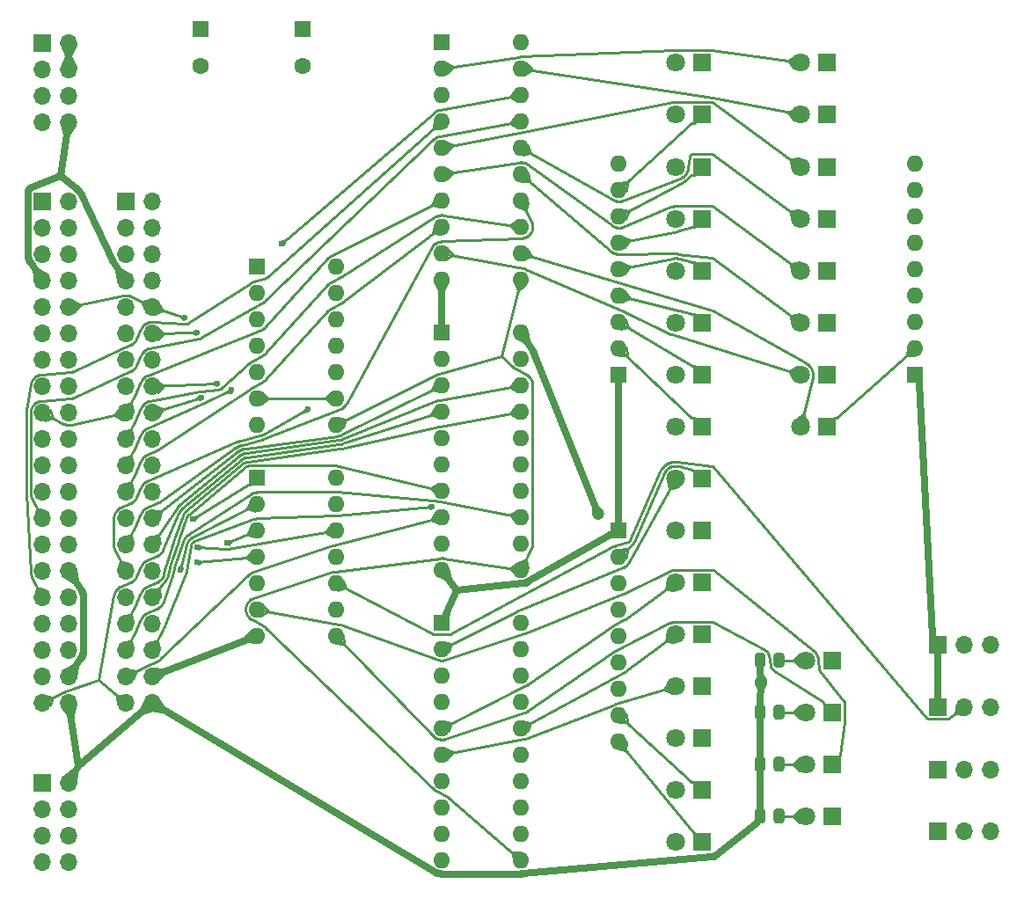
<source format=gbr>
%TF.GenerationSoftware,KiCad,Pcbnew,(5.1.9)-1*%
%TF.CreationDate,2021-06-06T11:32:17-04:00*%
%TF.ProjectId,main,6d61696e-2e6b-4696-9361-645f70636258,rev?*%
%TF.SameCoordinates,Original*%
%TF.FileFunction,Copper,L1,Top*%
%TF.FilePolarity,Positive*%
%FSLAX46Y46*%
G04 Gerber Fmt 4.6, Leading zero omitted, Abs format (unit mm)*
G04 Created by KiCad (PCBNEW (5.1.9)-1) date 2021-06-06 11:32:17*
%MOMM*%
%LPD*%
G01*
G04 APERTURE LIST*
%TA.AperFunction,ComponentPad*%
%ADD10C,1.800000*%
%TD*%
%TA.AperFunction,ComponentPad*%
%ADD11R,1.800000X1.800000*%
%TD*%
%TA.AperFunction,ComponentPad*%
%ADD12C,1.600000*%
%TD*%
%TA.AperFunction,ComponentPad*%
%ADD13R,1.600000X1.600000*%
%TD*%
%TA.AperFunction,ComponentPad*%
%ADD14O,1.600000X1.600000*%
%TD*%
%TA.AperFunction,ComponentPad*%
%ADD15O,1.700000X1.700000*%
%TD*%
%TA.AperFunction,ComponentPad*%
%ADD16R,1.700000X1.700000*%
%TD*%
%TA.AperFunction,ViaPad*%
%ADD17C,1.200000*%
%TD*%
%TA.AperFunction,ViaPad*%
%ADD18C,0.600000*%
%TD*%
%TA.AperFunction,Conductor*%
%ADD19C,0.700000*%
%TD*%
%TA.AperFunction,Conductor*%
%ADD20C,0.220000*%
%TD*%
G04 APERTURE END LIST*
%TO.P,R8,2*%
%TO.N,Net-(D28-Pad2)*%
%TA.AperFunction,SMDPad,CuDef*%
G36*
G01*
X92900000Y-90450001D02*
X92900000Y-89549999D01*
G75*
G02*
X93149999Y-89300000I249999J0D01*
G01*
X93675001Y-89300000D01*
G75*
G02*
X93925000Y-89549999I0J-249999D01*
G01*
X93925000Y-90450001D01*
G75*
G02*
X93675001Y-90700000I-249999J0D01*
G01*
X93149999Y-90700000D01*
G75*
G02*
X92900000Y-90450001I0J249999D01*
G01*
G37*
%TD.AperFunction*%
%TO.P,R8,1*%
%TO.N,+5V*%
%TA.AperFunction,SMDPad,CuDef*%
G36*
G01*
X91075000Y-90450001D02*
X91075000Y-89549999D01*
G75*
G02*
X91324999Y-89300000I249999J0D01*
G01*
X91850001Y-89300000D01*
G75*
G02*
X92100000Y-89549999I0J-249999D01*
G01*
X92100000Y-90450001D01*
G75*
G02*
X91850001Y-90700000I-249999J0D01*
G01*
X91324999Y-90700000D01*
G75*
G02*
X91075000Y-90450001I0J249999D01*
G01*
G37*
%TD.AperFunction*%
%TD*%
%TO.P,R7,2*%
%TO.N,Net-(D27-Pad2)*%
%TA.AperFunction,SMDPad,CuDef*%
G36*
G01*
X92900000Y-95450001D02*
X92900000Y-94549999D01*
G75*
G02*
X93149999Y-94300000I249999J0D01*
G01*
X93675001Y-94300000D01*
G75*
G02*
X93925000Y-94549999I0J-249999D01*
G01*
X93925000Y-95450001D01*
G75*
G02*
X93675001Y-95700000I-249999J0D01*
G01*
X93149999Y-95700000D01*
G75*
G02*
X92900000Y-95450001I0J249999D01*
G01*
G37*
%TD.AperFunction*%
%TO.P,R7,1*%
%TO.N,+5V*%
%TA.AperFunction,SMDPad,CuDef*%
G36*
G01*
X91075000Y-95450001D02*
X91075000Y-94549999D01*
G75*
G02*
X91324999Y-94300000I249999J0D01*
G01*
X91850001Y-94300000D01*
G75*
G02*
X92100000Y-94549999I0J-249999D01*
G01*
X92100000Y-95450001D01*
G75*
G02*
X91850001Y-95700000I-249999J0D01*
G01*
X91324999Y-95700000D01*
G75*
G02*
X91075000Y-95450001I0J249999D01*
G01*
G37*
%TD.AperFunction*%
%TD*%
%TO.P,R6,2*%
%TO.N,Net-(D26-Pad2)*%
%TA.AperFunction,SMDPad,CuDef*%
G36*
G01*
X92900000Y-100450001D02*
X92900000Y-99549999D01*
G75*
G02*
X93149999Y-99300000I249999J0D01*
G01*
X93675001Y-99300000D01*
G75*
G02*
X93925000Y-99549999I0J-249999D01*
G01*
X93925000Y-100450001D01*
G75*
G02*
X93675001Y-100700000I-249999J0D01*
G01*
X93149999Y-100700000D01*
G75*
G02*
X92900000Y-100450001I0J249999D01*
G01*
G37*
%TD.AperFunction*%
%TO.P,R6,1*%
%TO.N,+5V*%
%TA.AperFunction,SMDPad,CuDef*%
G36*
G01*
X91075000Y-100450001D02*
X91075000Y-99549999D01*
G75*
G02*
X91324999Y-99300000I249999J0D01*
G01*
X91850001Y-99300000D01*
G75*
G02*
X92100000Y-99549999I0J-249999D01*
G01*
X92100000Y-100450001D01*
G75*
G02*
X91850001Y-100700000I-249999J0D01*
G01*
X91324999Y-100700000D01*
G75*
G02*
X91075000Y-100450001I0J249999D01*
G01*
G37*
%TD.AperFunction*%
%TD*%
%TO.P,R5,2*%
%TO.N,Net-(D25-Pad2)*%
%TA.AperFunction,SMDPad,CuDef*%
G36*
G01*
X92900000Y-105450001D02*
X92900000Y-104549999D01*
G75*
G02*
X93149999Y-104300000I249999J0D01*
G01*
X93675001Y-104300000D01*
G75*
G02*
X93925000Y-104549999I0J-249999D01*
G01*
X93925000Y-105450001D01*
G75*
G02*
X93675001Y-105700000I-249999J0D01*
G01*
X93149999Y-105700000D01*
G75*
G02*
X92900000Y-105450001I0J249999D01*
G01*
G37*
%TD.AperFunction*%
%TO.P,R5,1*%
%TO.N,+5V*%
%TA.AperFunction,SMDPad,CuDef*%
G36*
G01*
X91075000Y-105450001D02*
X91075000Y-104549999D01*
G75*
G02*
X91324999Y-104300000I249999J0D01*
G01*
X91850001Y-104300000D01*
G75*
G02*
X92100000Y-104549999I0J-249999D01*
G01*
X92100000Y-105450001D01*
G75*
G02*
X91850001Y-105700000I-249999J0D01*
G01*
X91324999Y-105700000D01*
G75*
G02*
X91075000Y-105450001I0J249999D01*
G01*
G37*
%TD.AperFunction*%
%TD*%
D10*
%TO.P,D28,2*%
%TO.N,Net-(D28-Pad2)*%
X95960000Y-90000000D03*
D11*
%TO.P,D28,1*%
%TO.N,Net-(D28-Pad1)*%
X98500000Y-90000000D03*
%TD*%
D10*
%TO.P,D27,2*%
%TO.N,Net-(D27-Pad2)*%
X95960000Y-95000000D03*
D11*
%TO.P,D27,1*%
%TO.N,Net-(D27-Pad1)*%
X98500000Y-95000000D03*
%TD*%
D10*
%TO.P,D26,2*%
%TO.N,Net-(D26-Pad2)*%
X95960000Y-100000000D03*
D11*
%TO.P,D26,1*%
%TO.N,Net-(D26-Pad1)*%
X98500000Y-100000000D03*
%TD*%
D10*
%TO.P,D25,2*%
%TO.N,Net-(D25-Pad2)*%
X95960000Y-105000000D03*
D11*
%TO.P,D25,1*%
%TO.N,Net-(D25-Pad1)*%
X98500000Y-105000000D03*
%TD*%
D12*
%TO.P,C9,2*%
%TO.N,GND*%
X37752000Y-32774000D03*
D13*
%TO.P,C9,1*%
%TO.N,+5V*%
X37752000Y-29274000D03*
%TD*%
D14*
%TO.P,U2,14*%
%TO.N,+5V*%
X50800000Y-52070000D03*
%TO.P,U2,7*%
%TO.N,GND*%
X43180000Y-67310000D03*
%TO.P,U2,13*%
%TO.N,Net-(U2-Pad10)*%
X50800000Y-54610000D03*
%TO.P,U2,6*%
X43180000Y-64770000D03*
%TO.P,U2,12*%
X50800000Y-57150000D03*
%TO.P,U2,5*%
%TO.N,Net-(D28-Pad1)*%
X43180000Y-62230000D03*
%TO.P,U2,11*%
%TO.N,N/C*%
X50800000Y-59690000D03*
%TO.P,U2,4*%
%TO.N,Net-(D27-Pad1)*%
X43180000Y-59690000D03*
%TO.P,U2,10*%
%TO.N,Net-(U2-Pad10)*%
X50800000Y-62230000D03*
%TO.P,U2,3*%
%TO.N,N/C*%
X43180000Y-57150000D03*
%TO.P,U2,9*%
%TO.N,Net-(U2-Pad10)*%
X50800000Y-64770000D03*
%TO.P,U2,2*%
%TO.N,Net-(D26-Pad1)*%
X43180000Y-54610000D03*
%TO.P,U2,8*%
%TO.N,Net-(U2-Pad8)*%
X50800000Y-67310000D03*
D13*
%TO.P,U2,1*%
%TO.N,Net-(D25-Pad1)*%
X43180000Y-52070000D03*
%TD*%
D14*
%TO.P,U1,14*%
%TO.N,+5V*%
X50800000Y-72390000D03*
%TO.P,U1,7*%
%TO.N,GND*%
X43180000Y-87630000D03*
%TO.P,U1,13*%
%TO.N,Net-(R4-Pad2)*%
X50800000Y-74930000D03*
%TO.P,U1,6*%
%TO.N,Net-(D26-Pad1)*%
X43180000Y-85090000D03*
%TO.P,U1,12*%
%TO.N,~F_WRITE~*%
X50800000Y-77470000D03*
%TO.P,U1,5*%
%TO.N,Net-(R2-Pad2)*%
X43180000Y-82550000D03*
%TO.P,U1,11*%
%TO.N,Net-(D28-Pad1)*%
X50800000Y-80010000D03*
%TO.P,U1,4*%
%TO.N,~F_OUT~*%
X43180000Y-80010000D03*
%TO.P,U1,10*%
%TO.N,Net-(R3-Pad2)*%
X50800000Y-82550000D03*
%TO.P,U1,3*%
%TO.N,Net-(D25-Pad1)*%
X43180000Y-77470000D03*
%TO.P,U1,9*%
%TO.N,~F_READ~*%
X50800000Y-85090000D03*
%TO.P,U1,2*%
%TO.N,Net-(R1-Pad2)*%
X43180000Y-74930000D03*
%TO.P,U1,8*%
%TO.N,Net-(D27-Pad1)*%
X50800000Y-87630000D03*
D13*
%TO.P,U1,1*%
%TO.N,~F_IN~*%
X43180000Y-72390000D03*
%TD*%
D14*
%TO.P,RN3,9*%
%TO.N,Net-(D21-Pad1)*%
X78000000Y-97820000D03*
%TO.P,RN3,8*%
%TO.N,Net-(D20-Pad1)*%
X78000000Y-95280000D03*
%TO.P,RN3,7*%
%TO.N,Net-(D22-Pad1)*%
X78000000Y-92740000D03*
%TO.P,RN3,6*%
%TO.N,Net-(D19-Pad1)*%
X78000000Y-90200000D03*
%TO.P,RN3,5*%
%TO.N,Net-(D23-Pad1)*%
X78000000Y-87660000D03*
%TO.P,RN3,4*%
%TO.N,Net-(D18-Pad1)*%
X78000000Y-85120000D03*
%TO.P,RN3,3*%
%TO.N,Net-(D24-Pad1)*%
X78000000Y-82580000D03*
%TO.P,RN3,2*%
%TO.N,Net-(D17-Pad1)*%
X78000000Y-80040000D03*
D13*
%TO.P,RN3,1*%
%TO.N,GND*%
X78000000Y-77500000D03*
%TD*%
D14*
%TO.P,RN2,9*%
%TO.N,Net-(D9-Pad1)*%
X78000000Y-42180000D03*
%TO.P,RN2,8*%
%TO.N,Net-(D16-Pad1)*%
X78000000Y-44720000D03*
%TO.P,RN2,7*%
%TO.N,Net-(D10-Pad1)*%
X78000000Y-47260000D03*
%TO.P,RN2,6*%
%TO.N,Net-(D15-Pad1)*%
X78000000Y-49800000D03*
%TO.P,RN2,5*%
%TO.N,Net-(D11-Pad1)*%
X78000000Y-52340000D03*
%TO.P,RN2,4*%
%TO.N,Net-(D14-Pad1)*%
X78000000Y-54880000D03*
%TO.P,RN2,3*%
%TO.N,Net-(D12-Pad1)*%
X78000000Y-57420000D03*
%TO.P,RN2,2*%
%TO.N,Net-(D13-Pad1)*%
X78000000Y-59960000D03*
D13*
%TO.P,RN2,1*%
%TO.N,GND*%
X78000000Y-62500000D03*
%TD*%
%TO.P,RN1,1*%
%TO.N,GND*%
X106500000Y-62500000D03*
D14*
%TO.P,RN1,2*%
%TO.N,Net-(D5-Pad1)*%
X106500000Y-59960000D03*
%TO.P,RN1,3*%
%TO.N,Net-(D4-Pad1)*%
X106500000Y-57420000D03*
%TO.P,RN1,4*%
%TO.N,Net-(D6-Pad1)*%
X106500000Y-54880000D03*
%TO.P,RN1,5*%
%TO.N,Net-(D3-Pad1)*%
X106500000Y-52340000D03*
%TO.P,RN1,6*%
%TO.N,Net-(D7-Pad1)*%
X106500000Y-49800000D03*
%TO.P,RN1,7*%
%TO.N,Net-(D2-Pad1)*%
X106500000Y-47260000D03*
%TO.P,RN1,8*%
%TO.N,Net-(D8-Pad1)*%
X106500000Y-44720000D03*
%TO.P,RN1,9*%
%TO.N,Net-(D1-Pad1)*%
X106500000Y-42180000D03*
%TD*%
D10*
%TO.P,D24,2*%
%TO.N,Net-(D24-Pad2)*%
X83460000Y-77500000D03*
D11*
%TO.P,D24,1*%
%TO.N,Net-(D24-Pad1)*%
X86000000Y-77500000D03*
%TD*%
D10*
%TO.P,D23,2*%
%TO.N,Net-(D23-Pad2)*%
X83460000Y-87500000D03*
D11*
%TO.P,D23,1*%
%TO.N,Net-(D23-Pad1)*%
X86000000Y-87500000D03*
%TD*%
D10*
%TO.P,D22,2*%
%TO.N,Net-(D22-Pad2)*%
X83460000Y-97500000D03*
D11*
%TO.P,D22,1*%
%TO.N,Net-(D22-Pad1)*%
X86000000Y-97500000D03*
%TD*%
D10*
%TO.P,D21,2*%
%TO.N,Net-(D21-Pad2)*%
X83460000Y-107500000D03*
D11*
%TO.P,D21,1*%
%TO.N,Net-(D21-Pad1)*%
X86000000Y-107500000D03*
%TD*%
D10*
%TO.P,D20,2*%
%TO.N,Net-(D20-Pad2)*%
X83460000Y-102500000D03*
D11*
%TO.P,D20,1*%
%TO.N,Net-(D20-Pad1)*%
X86000000Y-102500000D03*
%TD*%
D10*
%TO.P,D19,2*%
%TO.N,Net-(D19-Pad2)*%
X83460000Y-92500000D03*
D11*
%TO.P,D19,1*%
%TO.N,Net-(D19-Pad1)*%
X86000000Y-92500000D03*
%TD*%
D10*
%TO.P,D18,2*%
%TO.N,Net-(D18-Pad2)*%
X83460000Y-82500000D03*
D11*
%TO.P,D18,1*%
%TO.N,Net-(D18-Pad1)*%
X86000000Y-82500000D03*
%TD*%
D10*
%TO.P,D17,2*%
%TO.N,Net-(D17-Pad2)*%
X83460000Y-72500000D03*
D11*
%TO.P,D17,1*%
%TO.N,Net-(D17-Pad1)*%
X86000000Y-72500000D03*
%TD*%
D10*
%TO.P,D16,2*%
%TO.N,Net-(D16-Pad2)*%
X83460000Y-37500000D03*
D11*
%TO.P,D16,1*%
%TO.N,Net-(D16-Pad1)*%
X86000000Y-37500000D03*
%TD*%
D10*
%TO.P,D15,2*%
%TO.N,Net-(D15-Pad2)*%
X83460000Y-47500000D03*
D11*
%TO.P,D15,1*%
%TO.N,Net-(D15-Pad1)*%
X86000000Y-47500000D03*
%TD*%
D10*
%TO.P,D14,2*%
%TO.N,Net-(D14-Pad2)*%
X83460000Y-57500000D03*
D11*
%TO.P,D14,1*%
%TO.N,Net-(D14-Pad1)*%
X86000000Y-57500000D03*
%TD*%
D10*
%TO.P,D13,2*%
%TO.N,Net-(D13-Pad2)*%
X83460000Y-67500000D03*
D11*
%TO.P,D13,1*%
%TO.N,Net-(D13-Pad1)*%
X86000000Y-67500000D03*
%TD*%
D10*
%TO.P,D12,2*%
%TO.N,Net-(D12-Pad2)*%
X83460000Y-62500000D03*
D11*
%TO.P,D12,1*%
%TO.N,Net-(D12-Pad1)*%
X86000000Y-62500000D03*
%TD*%
D10*
%TO.P,D11,2*%
%TO.N,Net-(D11-Pad2)*%
X83460000Y-52500000D03*
D11*
%TO.P,D11,1*%
%TO.N,Net-(D11-Pad1)*%
X86000000Y-52500000D03*
%TD*%
D10*
%TO.P,D10,2*%
%TO.N,Net-(D10-Pad2)*%
X83460000Y-42500000D03*
D11*
%TO.P,D10,1*%
%TO.N,Net-(D10-Pad1)*%
X86000000Y-42500000D03*
%TD*%
D10*
%TO.P,D9,2*%
%TO.N,Net-(D9-Pad2)*%
X83460000Y-32500000D03*
D11*
%TO.P,D9,1*%
%TO.N,Net-(D9-Pad1)*%
X86000000Y-32500000D03*
%TD*%
D10*
%TO.P,D8,2*%
%TO.N,Net-(D8-Pad2)*%
X95460000Y-37500000D03*
D11*
%TO.P,D8,1*%
%TO.N,Net-(D8-Pad1)*%
X98000000Y-37500000D03*
%TD*%
D10*
%TO.P,D7,2*%
%TO.N,Net-(D7-Pad2)*%
X95460000Y-47500000D03*
D11*
%TO.P,D7,1*%
%TO.N,Net-(D7-Pad1)*%
X98000000Y-47500000D03*
%TD*%
D10*
%TO.P,D6,2*%
%TO.N,Net-(D6-Pad2)*%
X95460000Y-57500000D03*
D11*
%TO.P,D6,1*%
%TO.N,Net-(D6-Pad1)*%
X98000000Y-57500000D03*
%TD*%
D10*
%TO.P,D5,2*%
%TO.N,Net-(D5-Pad2)*%
X95460000Y-67500000D03*
D11*
%TO.P,D5,1*%
%TO.N,Net-(D5-Pad1)*%
X98000000Y-67500000D03*
%TD*%
D10*
%TO.P,D4,2*%
%TO.N,Net-(D4-Pad2)*%
X95460000Y-62500000D03*
D11*
%TO.P,D4,1*%
%TO.N,Net-(D4-Pad1)*%
X98000000Y-62500000D03*
%TD*%
D10*
%TO.P,D3,2*%
%TO.N,Net-(D3-Pad2)*%
X95460000Y-52500000D03*
D11*
%TO.P,D3,1*%
%TO.N,Net-(D3-Pad1)*%
X98000000Y-52500000D03*
%TD*%
D10*
%TO.P,D2,2*%
%TO.N,Net-(D2-Pad2)*%
X95460000Y-42500000D03*
D11*
%TO.P,D2,1*%
%TO.N,Net-(D2-Pad1)*%
X98000000Y-42500000D03*
%TD*%
D15*
%TO.P,SW4,3*%
%TO.N,N/C*%
X113790000Y-88500000D03*
%TO.P,SW4,2*%
%TO.N,Net-(R4-Pad2)*%
X111250000Y-88500000D03*
D16*
%TO.P,SW4,1*%
%TO.N,GND*%
X108710000Y-88500000D03*
%TD*%
D15*
%TO.P,SW3,3*%
%TO.N,N/C*%
X113790000Y-94500000D03*
%TO.P,SW3,2*%
%TO.N,Net-(R3-Pad2)*%
X111250000Y-94500000D03*
D16*
%TO.P,SW3,1*%
%TO.N,GND*%
X108710000Y-94500000D03*
%TD*%
D15*
%TO.P,SW2,3*%
%TO.N,N/C*%
X113790000Y-100500000D03*
%TO.P,SW2,2*%
%TO.N,Net-(R2-Pad2)*%
X111250000Y-100500000D03*
D16*
%TO.P,SW2,1*%
%TO.N,GND*%
X108710000Y-100500000D03*
%TD*%
D15*
%TO.P,SW1,3*%
%TO.N,N/C*%
X113790000Y-106500000D03*
%TO.P,SW1,2*%
%TO.N,Net-(R1-Pad2)*%
X111250000Y-106500000D03*
D16*
%TO.P,SW1,1*%
%TO.N,GND*%
X108710000Y-106500000D03*
%TD*%
D14*
%TO.P,U5,20*%
%TO.N,+5V*%
X68580000Y-86360000D03*
%TO.P,U5,10*%
%TO.N,GND*%
X60960000Y-109220000D03*
%TO.P,U5,19*%
%TO.N,Net-(D24-Pad2)*%
X68580000Y-88900000D03*
%TO.P,U5,9*%
%TO.N,Net-(D20-Pad2)*%
X60960000Y-106680000D03*
%TO.P,U5,18*%
%TO.N,F_A9*%
X68580000Y-91440000D03*
%TO.P,U5,8*%
%TO.N,F_A14*%
X60960000Y-104140000D03*
%TO.P,U5,17*%
%TO.N,F_A11*%
X68580000Y-93980000D03*
%TO.P,U5,7*%
%TO.N,F_A12*%
X60960000Y-101600000D03*
%TO.P,U5,16*%
%TO.N,Net-(D23-Pad2)*%
X68580000Y-96520000D03*
%TO.P,U5,6*%
%TO.N,Net-(D19-Pad2)*%
X60960000Y-99060000D03*
%TO.P,U5,15*%
%TO.N,Net-(D22-Pad2)*%
X68580000Y-99060000D03*
%TO.P,U5,5*%
%TO.N,Net-(D18-Pad2)*%
X60960000Y-96520000D03*
%TO.P,U5,14*%
%TO.N,F_A13*%
X68580000Y-101600000D03*
%TO.P,U5,4*%
%TO.N,F_A10*%
X60960000Y-93980000D03*
%TO.P,U5,13*%
%TO.N,F_A15*%
X68580000Y-104140000D03*
%TO.P,U5,3*%
%TO.N,F_A8*%
X60960000Y-91440000D03*
%TO.P,U5,12*%
%TO.N,Net-(D21-Pad2)*%
X68580000Y-106680000D03*
%TO.P,U5,2*%
%TO.N,Net-(D17-Pad2)*%
X60960000Y-88900000D03*
%TO.P,U5,11*%
%TO.N,Net-(U2-Pad8)*%
X68580000Y-109220000D03*
D13*
%TO.P,U5,1*%
%TO.N,GND*%
X60960000Y-86360000D03*
%TD*%
D14*
%TO.P,U4,20*%
%TO.N,+5V*%
X68580000Y-58420000D03*
%TO.P,U4,10*%
%TO.N,GND*%
X60960000Y-81280000D03*
%TO.P,U4,19*%
%TO.N,Net-(D16-Pad2)*%
X68580000Y-60960000D03*
%TO.P,U4,9*%
%TO.N,Net-(D12-Pad2)*%
X60960000Y-78740000D03*
%TO.P,U4,18*%
%TO.N,F_A1*%
X68580000Y-63500000D03*
%TO.P,U4,8*%
%TO.N,F_A6*%
X60960000Y-76200000D03*
%TO.P,U4,17*%
%TO.N,F_A3*%
X68580000Y-66040000D03*
%TO.P,U4,7*%
%TO.N,F_A4*%
X60960000Y-73660000D03*
%TO.P,U4,16*%
%TO.N,Net-(D15-Pad2)*%
X68580000Y-68580000D03*
%TO.P,U4,6*%
%TO.N,Net-(D11-Pad2)*%
X60960000Y-71120000D03*
%TO.P,U4,15*%
%TO.N,Net-(D14-Pad2)*%
X68580000Y-71120000D03*
%TO.P,U4,5*%
%TO.N,Net-(D10-Pad2)*%
X60960000Y-68580000D03*
%TO.P,U4,14*%
%TO.N,F_A5*%
X68580000Y-73660000D03*
%TO.P,U4,4*%
%TO.N,F_A2*%
X60960000Y-66040000D03*
%TO.P,U4,13*%
%TO.N,F_A7*%
X68580000Y-76200000D03*
%TO.P,U4,3*%
%TO.N,F_A0*%
X60960000Y-63500000D03*
%TO.P,U4,12*%
%TO.N,Net-(D13-Pad2)*%
X68580000Y-78740000D03*
%TO.P,U4,2*%
%TO.N,Net-(D9-Pad2)*%
X60960000Y-60960000D03*
%TO.P,U4,11*%
%TO.N,Net-(U2-Pad8)*%
X68580000Y-81280000D03*
D13*
%TO.P,U4,1*%
%TO.N,GND*%
X60960000Y-58420000D03*
%TD*%
D14*
%TO.P,U3,20*%
%TO.N,+5V*%
X68580000Y-30480000D03*
%TO.P,U3,10*%
%TO.N,GND*%
X60960000Y-53340000D03*
%TO.P,U3,19*%
%TO.N,Net-(D8-Pad2)*%
X68580000Y-33020000D03*
%TO.P,U3,9*%
%TO.N,Net-(D4-Pad2)*%
X60960000Y-50800000D03*
%TO.P,U3,18*%
%TO.N,F_D1*%
X68580000Y-35560000D03*
%TO.P,U3,8*%
%TO.N,F_D6*%
X60960000Y-48260000D03*
%TO.P,U3,17*%
%TO.N,F_D3*%
X68580000Y-38100000D03*
%TO.P,U3,7*%
%TO.N,F_D4*%
X60960000Y-45720000D03*
%TO.P,U3,16*%
%TO.N,Net-(D7-Pad2)*%
X68580000Y-40640000D03*
%TO.P,U3,6*%
%TO.N,Net-(D3-Pad2)*%
X60960000Y-43180000D03*
%TO.P,U3,15*%
%TO.N,Net-(D6-Pad2)*%
X68580000Y-43180000D03*
%TO.P,U3,5*%
%TO.N,Net-(D2-Pad2)*%
X60960000Y-40640000D03*
%TO.P,U3,14*%
%TO.N,F_D5*%
X68580000Y-45720000D03*
%TO.P,U3,4*%
%TO.N,F_D2*%
X60960000Y-38100000D03*
%TO.P,U3,13*%
%TO.N,F_D7*%
X68580000Y-48260000D03*
%TO.P,U3,3*%
%TO.N,F_D0*%
X60960000Y-35560000D03*
%TO.P,U3,12*%
%TO.N,Net-(D5-Pad2)*%
X68580000Y-50800000D03*
%TO.P,U3,2*%
%TO.N,Net-(D1-Pad2)*%
X60960000Y-33020000D03*
%TO.P,U3,11*%
%TO.N,Net-(U2-Pad8)*%
X68580000Y-53340000D03*
D13*
%TO.P,U3,1*%
%TO.N,GND*%
X60960000Y-30480000D03*
%TD*%
D10*
%TO.P,D1,2*%
%TO.N,Net-(D1-Pad2)*%
X95460000Y-32500000D03*
D11*
%TO.P,D1,1*%
%TO.N,Net-(D1-Pad1)*%
X98000000Y-32500000D03*
%TD*%
D12*
%TO.P,C5,2*%
%TO.N,GND*%
X47531000Y-32774000D03*
D13*
%TO.P,C5,1*%
%TO.N,+5V*%
X47531000Y-29274000D03*
%TD*%
D16*
%TO.P,J3,1*%
%TO.N,+5V*%
X22540000Y-30600000D03*
D15*
%TO.P,J3,2*%
%TO.N,GND*%
X25080000Y-30600000D03*
%TO.P,J3,3*%
%TO.N,+5V*%
X22540000Y-33140000D03*
%TO.P,J3,4*%
%TO.N,GND*%
X25080000Y-33140000D03*
%TO.P,J3,5*%
%TO.N,N/C*%
X22540000Y-35680000D03*
%TO.P,J3,6*%
%TO.N,GND*%
X25080000Y-35680000D03*
%TO.P,J3,7*%
%TO.N,N/C*%
X22540000Y-38220000D03*
%TO.P,J3,8*%
%TO.N,GND*%
X25080000Y-38220000D03*
%TD*%
%TO.P,J4,8*%
%TO.N,N/C*%
X25080000Y-109400000D03*
%TO.P,J4,7*%
X22540000Y-109400000D03*
%TO.P,J4,6*%
X25080000Y-106860000D03*
%TO.P,J4,5*%
X22540000Y-106860000D03*
%TO.P,J4,4*%
%TO.N,GND*%
X25080000Y-104320000D03*
%TO.P,J4,3*%
%TO.N,N/C*%
X22540000Y-104320000D03*
%TO.P,J4,2*%
%TO.N,+5V*%
X25080000Y-101780000D03*
D16*
%TO.P,J4,1*%
%TO.N,N/C*%
X22540000Y-101780000D03*
%TD*%
D15*
%TO.P,J2,40*%
%TO.N,+5V*%
X33080000Y-94130000D03*
%TO.P,J2,39*%
%TO.N,F_A2*%
X30540000Y-94130000D03*
%TO.P,J2,38*%
%TO.N,GND*%
X33080000Y-91590000D03*
%TO.P,J2,37*%
%TO.N,F_A6*%
X30540000Y-91590000D03*
%TO.P,J2,36*%
%TO.N,F_A5*%
X33080000Y-89050000D03*
%TO.P,J2,35*%
%TO.N,F_A7*%
X30540000Y-89050000D03*
%TO.P,J2,34*%
%TO.N,~F_WAIT~*%
X33080000Y-86510000D03*
%TO.P,J2,33*%
%TO.N,F_A3*%
X30540000Y-86510000D03*
%TO.P,J2,32*%
%TO.N,F_A4*%
X33080000Y-83970000D03*
%TO.P,J2,31*%
%TO.N,F_D2*%
X30540000Y-83970000D03*
%TO.P,J2,30*%
%TO.N,GND*%
X33080000Y-81430000D03*
%TO.P,J2,29*%
%TO.N,F_D0*%
X30540000Y-81430000D03*
%TO.P,J2,28*%
%TO.N,F_A1*%
X33080000Y-78890000D03*
%TO.P,J2,27*%
%TO.N,F_D5*%
X30540000Y-78890000D03*
%TO.P,J2,26*%
%TO.N,F_A0*%
X33080000Y-76350000D03*
%TO.P,J2,25*%
%TO.N,F_D3*%
X30540000Y-76350000D03*
%TO.P,J2,24*%
%TO.N,CLK*%
X33080000Y-73810000D03*
%TO.P,J2,23*%
%TO.N,F_D6*%
X30540000Y-73810000D03*
%TO.P,J2,22*%
%TO.N,~F_INT~*%
X33080000Y-71270000D03*
%TO.P,J2,21*%
%TO.N,F_D1*%
X30540000Y-71270000D03*
%TO.P,J2,20*%
%TO.N,~F_IN~*%
X33080000Y-68730000D03*
%TO.P,J2,19*%
%TO.N,F_D7*%
X30540000Y-68730000D03*
%TO.P,J2,18*%
%TO.N,F_A9*%
X33080000Y-66190000D03*
%TO.P,J2,17*%
%TO.N,F_D4*%
X30540000Y-66190000D03*
%TO.P,J2,16*%
%TO.N,~F_READ~*%
X33080000Y-63650000D03*
%TO.P,J2,15*%
%TO.N,~F_INUSE~*%
X30540000Y-63650000D03*
%TO.P,J2,14*%
%TO.N,~F_WRITE~*%
X33080000Y-61110000D03*
%TO.P,J2,13*%
%TO.N,~F_INTAK~*%
X30540000Y-61110000D03*
%TO.P,J2,12*%
%TO.N,F_A8*%
X33080000Y-58570000D03*
%TO.P,J2,11*%
%TO.N,~F_OUT~*%
X30540000Y-58570000D03*
%TO.P,J2,10*%
%TO.N,F_A11*%
X33080000Y-56030000D03*
%TO.P,J2,9*%
%TO.N,F_A14*%
X30540000Y-56030000D03*
%TO.P,J2,8*%
%TO.N,F_A15*%
X33080000Y-53490000D03*
%TO.P,J2,7*%
%TO.N,GND*%
X30540000Y-53490000D03*
%TO.P,J2,6*%
%TO.N,F_A12*%
X33080000Y-50950000D03*
%TO.P,J2,5*%
%TO.N,F_A13*%
X30540000Y-50950000D03*
%TO.P,J2,4*%
%TO.N,~F_EXMEM~*%
X33080000Y-48410000D03*
%TO.P,J2,3*%
%TO.N,F_A10*%
X30540000Y-48410000D03*
%TO.P,J2,2*%
%TO.N,~F_MREQ~*%
X33080000Y-45870000D03*
D16*
%TO.P,J2,1*%
%TO.N,~F_SYSRES~*%
X30540000Y-45870000D03*
%TD*%
D15*
%TO.P,J1,40*%
%TO.N,+5V*%
X25080000Y-94130000D03*
%TO.P,J1,39*%
%TO.N,F_A2*%
X22540000Y-94130000D03*
%TO.P,J1,38*%
%TO.N,GND*%
X25080000Y-91590000D03*
%TO.P,J1,37*%
%TO.N,F_A6*%
X22540000Y-91590000D03*
%TO.P,J1,36*%
%TO.N,F_A5*%
X25080000Y-89050000D03*
%TO.P,J1,35*%
%TO.N,F_A7*%
X22540000Y-89050000D03*
%TO.P,J1,34*%
%TO.N,~F_WAIT~*%
X25080000Y-86510000D03*
%TO.P,J1,33*%
%TO.N,F_A3*%
X22540000Y-86510000D03*
%TO.P,J1,32*%
%TO.N,F_A4*%
X25080000Y-83970000D03*
%TO.P,J1,31*%
%TO.N,F_D2*%
X22540000Y-83970000D03*
%TO.P,J1,30*%
%TO.N,GND*%
X25080000Y-81430000D03*
%TO.P,J1,29*%
%TO.N,F_D0*%
X22540000Y-81430000D03*
%TO.P,J1,28*%
%TO.N,F_A1*%
X25080000Y-78890000D03*
%TO.P,J1,27*%
%TO.N,F_D5*%
X22540000Y-78890000D03*
%TO.P,J1,26*%
%TO.N,F_A0*%
X25080000Y-76350000D03*
%TO.P,J1,25*%
%TO.N,F_D3*%
X22540000Y-76350000D03*
%TO.P,J1,24*%
%TO.N,CLK*%
X25080000Y-73810000D03*
%TO.P,J1,23*%
%TO.N,F_D6*%
X22540000Y-73810000D03*
%TO.P,J1,22*%
%TO.N,~F_INT~*%
X25080000Y-71270000D03*
%TO.P,J1,21*%
%TO.N,F_D1*%
X22540000Y-71270000D03*
%TO.P,J1,20*%
%TO.N,~F_IN~*%
X25080000Y-68730000D03*
%TO.P,J1,19*%
%TO.N,F_D7*%
X22540000Y-68730000D03*
%TO.P,J1,18*%
%TO.N,F_A9*%
X25080000Y-66190000D03*
%TO.P,J1,17*%
%TO.N,F_D4*%
X22540000Y-66190000D03*
%TO.P,J1,16*%
%TO.N,~F_READ~*%
X25080000Y-63650000D03*
%TO.P,J1,15*%
%TO.N,~F_INUSE~*%
X22540000Y-63650000D03*
%TO.P,J1,14*%
%TO.N,~F_WRITE~*%
X25080000Y-61110000D03*
%TO.P,J1,13*%
%TO.N,~F_INTAK~*%
X22540000Y-61110000D03*
%TO.P,J1,12*%
%TO.N,F_A8*%
X25080000Y-58570000D03*
%TO.P,J1,11*%
%TO.N,~F_OUT~*%
X22540000Y-58570000D03*
%TO.P,J1,10*%
%TO.N,F_A11*%
X25080000Y-56030000D03*
%TO.P,J1,9*%
%TO.N,F_A14*%
X22540000Y-56030000D03*
%TO.P,J1,8*%
%TO.N,F_A15*%
X25080000Y-53490000D03*
%TO.P,J1,7*%
%TO.N,GND*%
X22540000Y-53490000D03*
%TO.P,J1,6*%
%TO.N,F_A12*%
X25080000Y-50950000D03*
%TO.P,J1,5*%
%TO.N,F_A13*%
X22540000Y-50950000D03*
%TO.P,J1,4*%
%TO.N,~F_EXMEM~*%
X25080000Y-48410000D03*
%TO.P,J1,3*%
%TO.N,F_A10*%
X22540000Y-48410000D03*
%TO.P,J1,2*%
%TO.N,~F_MREQ~*%
X25080000Y-45870000D03*
D16*
%TO.P,J1,1*%
%TO.N,~F_SYSRES~*%
X22540000Y-45870000D03*
%TD*%
D17*
%TO.N,+5V*%
X76025100Y-75900000D03*
X91690000Y-92130200D03*
D18*
%TO.N,F_A5*%
X60018200Y-75220300D03*
%TO.N,F_D0*%
X48082500Y-65816300D03*
%TO.N,F_D1*%
X45519400Y-49877000D03*
X40715400Y-64000100D03*
%TO.N,F_A9*%
X37799700Y-64711400D03*
%TO.N,F_A8*%
X37431100Y-58466800D03*
%TO.N,F_A11*%
X36260200Y-57032700D03*
%TO.N,~F_IN~*%
X36998700Y-76414400D03*
%TO.N,~F_READ~*%
X39387300Y-63330900D03*
%TO.N,~F_WRITE~*%
X37396400Y-79095900D03*
%TO.N,~F_OUT~*%
X37373900Y-80586800D03*
%TO.N,Net-(R1-Pad2)*%
X35798500Y-81285900D03*
%TO.N,Net-(D25-Pad1)*%
X40289500Y-78705800D03*
%TD*%
D19*
%TO.N,+5V*%
X91646800Y-91531800D02*
X91455800Y-92042700D01*
X91646800Y-91531800D02*
X91909200Y-92009900D01*
X25681600Y-100741700D02*
X24791100Y-101371800D01*
X25681600Y-100741700D02*
X25577700Y-101827600D01*
X91661600Y-92729500D02*
X91912100Y-92245000D01*
X91661600Y-92729500D02*
X91458100Y-92223400D01*
X32167400Y-94909200D02*
X33216700Y-94611000D01*
X32167400Y-94909200D02*
X32626500Y-93919600D01*
X69154200Y-59334700D02*
X69026200Y-58361300D01*
X69154200Y-59334700D02*
X68333200Y-58796300D01*
X75801800Y-75343100D02*
X75775400Y-75887900D01*
X75801800Y-75343100D02*
X76197200Y-75718700D01*
X34110000Y-94745600D02*
X33492000Y-93846800D01*
X34110000Y-94745600D02*
X33025600Y-94627000D01*
X25264700Y-95315700D02*
X25561200Y-94265900D01*
X25264700Y-95315700D02*
X24663000Y-94405900D01*
X91587500Y-90000000D02*
X91587500Y-90701000D01*
X91587500Y-90701000D02*
X91587530Y-90704780D01*
X91587530Y-90704780D02*
X91587610Y-90708570D01*
X91587610Y-90708570D02*
X91587750Y-90712350D01*
X91587750Y-90712350D02*
X91587940Y-90716130D01*
X91587940Y-90716130D02*
X91588180Y-90719900D01*
X91588200Y-90719900D02*
X91690000Y-92130200D01*
X25080000Y-101780000D02*
X26019300Y-100158700D01*
X91587500Y-105000000D02*
X91587500Y-104299000D01*
X91587500Y-104299000D02*
X91587500Y-100701000D01*
X91587500Y-100701000D02*
X91587500Y-100000000D01*
X91587500Y-100000000D02*
X91587500Y-99299000D01*
X91587500Y-99299000D02*
X91587500Y-95701000D01*
X91587500Y-95701000D02*
X91587500Y-95000000D01*
X91587500Y-95000000D02*
X91587500Y-94299000D01*
X91587800Y-94286600D02*
X91587670Y-94289700D01*
X91587670Y-94289700D02*
X91587580Y-94292800D01*
X91587580Y-94292800D02*
X91587530Y-94295900D01*
X91587530Y-94295900D02*
X91587510Y-94299000D01*
X91587800Y-94286600D02*
X91690000Y-92130200D01*
X26019300Y-100158700D02*
X33080000Y-94130000D01*
X68580000Y-58420000D02*
X69723800Y-60241900D01*
X69833500Y-60457400D02*
X69817920Y-60420170D01*
X69817920Y-60420170D02*
X69801240Y-60383430D01*
X69801240Y-60383430D02*
X69783470Y-60347200D01*
X69783470Y-60347200D02*
X69764620Y-60311510D01*
X69764620Y-60311510D02*
X69744720Y-60276410D01*
X69744720Y-60276410D02*
X69723780Y-60241920D01*
X69833500Y-60457400D02*
X76025100Y-75900000D01*
X33080000Y-94130000D02*
X60267200Y-110379200D01*
X60267200Y-110379200D02*
X60319920Y-110409120D01*
X60319920Y-110409120D02*
X60373930Y-110436650D01*
X60373930Y-110436650D02*
X60429110Y-110461720D01*
X60429110Y-110461720D02*
X60485370Y-110484300D01*
X60485370Y-110484300D02*
X60542590Y-110504320D01*
X60542590Y-110504320D02*
X60600640Y-110521760D01*
X60600640Y-110521760D02*
X60659420Y-110536580D01*
X60659420Y-110536580D02*
X60718810Y-110548740D01*
X60718810Y-110548740D02*
X60778680Y-110558220D01*
X60778680Y-110558220D02*
X60838920Y-110565010D01*
X60838920Y-110565010D02*
X60899400Y-110569090D01*
X60899400Y-110569090D02*
X60960000Y-110570450D01*
X60960000Y-110570500D02*
X68580000Y-110570500D01*
X68580000Y-110570500D02*
X68603870Y-110570290D01*
X68603870Y-110570290D02*
X68627730Y-110569660D01*
X68627730Y-110569660D02*
X68651580Y-110568600D01*
X68651580Y-110568600D02*
X68675410Y-110567130D01*
X68675410Y-110567130D02*
X68699200Y-110565230D01*
X68699200Y-110565200D02*
X86948600Y-108948400D01*
X86948600Y-108948400D02*
X86974730Y-108945450D01*
X86974730Y-108945450D02*
X87000680Y-108941260D01*
X87000680Y-108941260D02*
X87026410Y-108935840D01*
X87026410Y-108935840D02*
X87051850Y-108929190D01*
X87051850Y-108929190D02*
X87076940Y-108921340D01*
X87076940Y-108921340D02*
X87101630Y-108912300D01*
X87101630Y-108912300D02*
X87125860Y-108902090D01*
X87125860Y-108902090D02*
X87149570Y-108890730D01*
X87149570Y-108890730D02*
X87172710Y-108878260D01*
X87172710Y-108878260D02*
X87195240Y-108864690D01*
X87195240Y-108864690D02*
X87217090Y-108850070D01*
X87217090Y-108850070D02*
X87238210Y-108834420D01*
X87238200Y-108834400D02*
X91239700Y-105718900D01*
X91239700Y-105718900D02*
X91241830Y-105717170D01*
X91241830Y-105717170D02*
X91243890Y-105715340D01*
X91243890Y-105715340D02*
X91245870Y-105713440D01*
X91245870Y-105713440D02*
X91247770Y-105711450D01*
X91247770Y-105711450D02*
X91249580Y-105709380D01*
X91249580Y-105709380D02*
X91251300Y-105707240D01*
X91251300Y-105707240D02*
X91252930Y-105705030D01*
X91252930Y-105705030D02*
X91254470Y-105702750D01*
X91254470Y-105702750D02*
X91255910Y-105700410D01*
X91255900Y-105700400D02*
X91258000Y-105696800D01*
X91258000Y-105696800D02*
X91259900Y-105692500D01*
X91259900Y-105692500D02*
X91260300Y-105691400D01*
X91260300Y-105691400D02*
X91587500Y-105000000D01*
X25080000Y-94130000D02*
X26019300Y-100158700D01*
D20*
%TO.N,F_A2*%
X59948700Y-66370800D02*
X60698000Y-66678300D01*
X59948700Y-66370800D02*
X60371400Y-65679900D01*
X23530900Y-93621000D02*
X22724500Y-93413400D01*
X23530900Y-93621000D02*
X23229900Y-94397400D01*
X29691500Y-93408100D02*
X29807100Y-94232800D01*
X29691500Y-93408100D02*
X30524100Y-93390200D01*
X60960000Y-66040000D02*
X51406700Y-69164800D01*
X51063700Y-69243600D02*
X51121770Y-69234790D01*
X51121770Y-69234790D02*
X51179550Y-69224230D01*
X51179550Y-69224230D02*
X51236980Y-69211950D01*
X51236980Y-69211950D02*
X51294020Y-69197930D01*
X51294020Y-69197930D02*
X51350610Y-69182210D01*
X51350610Y-69182210D02*
X51406700Y-69164790D01*
X51063700Y-69243600D02*
X42224400Y-70449100D01*
X42224400Y-70449100D02*
X42171930Y-70457490D01*
X42171930Y-70457490D02*
X42119910Y-70468300D01*
X42119910Y-70468300D02*
X42068440Y-70481490D01*
X42068440Y-70481490D02*
X42017630Y-70497040D01*
X42017630Y-70497040D02*
X41967600Y-70514920D01*
X41967600Y-70514920D02*
X41918440Y-70535090D01*
X41918440Y-70535090D02*
X41870270Y-70557510D01*
X41870270Y-70557510D02*
X41823180Y-70582120D01*
X41823180Y-70582120D02*
X41777270Y-70608890D01*
X41777270Y-70608890D02*
X41732650Y-70637740D01*
X41732650Y-70637740D02*
X41689410Y-70668610D01*
X41689410Y-70668610D02*
X41647640Y-70701450D01*
X41647600Y-70701400D02*
X36075500Y-75294300D01*
X36075500Y-75294300D02*
X36028230Y-75335000D01*
X36028230Y-75335000D02*
X35982750Y-75377690D01*
X35982750Y-75377690D02*
X35939150Y-75422290D01*
X35939150Y-75422290D02*
X35897510Y-75468720D01*
X35897510Y-75468720D02*
X35857900Y-75516910D01*
X35857900Y-75516910D02*
X35820400Y-75566740D01*
X35820400Y-75566740D02*
X35785070Y-75618150D01*
X35785070Y-75618150D02*
X35751980Y-75671020D01*
X35751980Y-75671020D02*
X35721190Y-75725270D01*
X35721190Y-75725270D02*
X35692770Y-75780790D01*
X35692770Y-75780790D02*
X35666750Y-75837480D01*
X35666800Y-75837500D02*
X34144900Y-79351200D01*
X33551400Y-79950400D02*
X33603380Y-79925730D01*
X33603380Y-79925730D02*
X33654070Y-79898520D01*
X33654070Y-79898520D02*
X33703350Y-79868820D01*
X33703350Y-79868820D02*
X33751100Y-79836720D01*
X33751100Y-79836720D02*
X33797200Y-79802300D01*
X33797200Y-79802300D02*
X33841540Y-79765630D01*
X33841540Y-79765630D02*
X33884000Y-79726810D01*
X33884000Y-79726810D02*
X33924490Y-79685930D01*
X33924490Y-79685930D02*
X33962900Y-79643090D01*
X33962900Y-79643090D02*
X33999150Y-79598410D01*
X33999150Y-79598410D02*
X34033130Y-79551980D01*
X34033130Y-79551980D02*
X34064770Y-79503920D01*
X34064770Y-79503920D02*
X34093990Y-79454360D01*
X34093990Y-79454360D02*
X34120710Y-79403410D01*
X34120710Y-79403410D02*
X34144880Y-79351190D01*
X33551400Y-79950400D02*
X32608600Y-80369600D01*
X32608600Y-80369600D02*
X32557280Y-80393930D01*
X32557280Y-80393930D02*
X32507220Y-80420750D01*
X32507220Y-80420750D02*
X32458530Y-80449980D01*
X32458530Y-80449980D02*
X32411320Y-80481560D01*
X32411320Y-80481560D02*
X32365720Y-80515410D01*
X32365720Y-80515410D02*
X32321830Y-80551450D01*
X32321830Y-80551450D02*
X32279760Y-80589600D01*
X32279760Y-80589600D02*
X32239600Y-80629760D01*
X32239600Y-80629760D02*
X32201450Y-80671830D01*
X32201450Y-80671830D02*
X32165410Y-80715720D01*
X32165410Y-80715720D02*
X32131560Y-80761320D01*
X32131560Y-80761320D02*
X32099980Y-80808530D01*
X32099980Y-80808530D02*
X32070750Y-80857220D01*
X32070750Y-80857220D02*
X32043930Y-80907280D01*
X32043930Y-80907280D02*
X32019600Y-80958600D01*
X32019600Y-80958600D02*
X31600400Y-81901400D01*
X31011400Y-82490400D02*
X31062720Y-82466070D01*
X31062720Y-82466070D02*
X31112780Y-82439250D01*
X31112780Y-82439250D02*
X31161470Y-82410020D01*
X31161470Y-82410020D02*
X31208680Y-82378440D01*
X31208680Y-82378440D02*
X31254280Y-82344590D01*
X31254280Y-82344590D02*
X31298170Y-82308550D01*
X31298170Y-82308550D02*
X31340240Y-82270400D01*
X31340240Y-82270400D02*
X31380400Y-82230240D01*
X31380400Y-82230240D02*
X31418550Y-82188170D01*
X31418550Y-82188170D02*
X31454590Y-82144280D01*
X31454590Y-82144280D02*
X31488440Y-82098680D01*
X31488440Y-82098680D02*
X31520020Y-82051470D01*
X31520020Y-82051470D02*
X31549250Y-82002780D01*
X31549250Y-82002780D02*
X31576070Y-81952720D01*
X31576070Y-81952720D02*
X31600400Y-81901400D01*
X31011400Y-82490400D02*
X30068600Y-82909600D01*
X30068600Y-82909600D02*
X30012100Y-82936560D01*
X30012100Y-82936560D02*
X29957140Y-82966540D01*
X29957140Y-82966540D02*
X29903880Y-82999430D01*
X29903880Y-82999430D02*
X29852460Y-83035140D01*
X29852460Y-83035140D02*
X29803050Y-83073580D01*
X29803050Y-83073580D02*
X29755780Y-83114620D01*
X29755780Y-83114620D02*
X29710800Y-83158160D01*
X29710800Y-83158160D02*
X29668220Y-83204060D01*
X29668220Y-83204060D02*
X29628190Y-83252180D01*
X29628190Y-83252180D02*
X29590800Y-83302400D01*
X29590800Y-83302400D02*
X29556180Y-83354560D01*
X29556180Y-83354560D02*
X29524430Y-83408500D01*
X29524430Y-83408500D02*
X29495630Y-83464090D01*
X29495630Y-83464090D02*
X29469860Y-83521140D01*
X29469860Y-83521140D02*
X29447210Y-83579500D01*
X29447210Y-83579500D02*
X29427750Y-83639000D01*
X29427750Y-83639000D02*
X29411520Y-83699460D01*
X29411520Y-83699460D02*
X29398570Y-83760710D01*
X29398500Y-83760700D02*
X27907800Y-91890600D01*
X22540000Y-94130000D02*
X24549800Y-93097700D01*
X24690500Y-93036800D02*
X24661730Y-93047480D01*
X24661730Y-93047480D02*
X24633260Y-93058920D01*
X24633260Y-93058920D02*
X24605100Y-93071100D01*
X24605100Y-93071100D02*
X24577270Y-93084030D01*
X24577270Y-93084030D02*
X24549790Y-93097680D01*
X24690500Y-93036800D02*
X27907800Y-91890600D01*
X30540000Y-94130000D02*
X27907800Y-91890600D01*
D19*
%TO.N,GND*%
X60960000Y-54420000D02*
X61369100Y-53527500D01*
X60960000Y-54420000D02*
X60550900Y-53527500D01*
X29878300Y-52488900D02*
X30045900Y-53566800D01*
X29878300Y-52488900D02*
X30804300Y-53065600D01*
X61592800Y-82155200D02*
X61401400Y-81192200D01*
X61592800Y-82155200D02*
X60738400Y-81671600D01*
X25741700Y-82431100D02*
X25574100Y-81353200D01*
X25741700Y-82431100D02*
X24815700Y-81854400D01*
X25741700Y-90588900D02*
X24815700Y-91165600D01*
X25741700Y-90588900D02*
X25574100Y-91666800D01*
X25080000Y-31800000D02*
X25534500Y-30808300D01*
X25080000Y-31800000D02*
X24625500Y-30808300D01*
X25080000Y-31940000D02*
X24625500Y-32931700D01*
X25080000Y-31940000D02*
X25534500Y-32931700D01*
X24896700Y-39405900D02*
X25497400Y-38495300D01*
X24896700Y-39405900D02*
X24599000Y-38356500D01*
X34197200Y-91152000D02*
X33108100Y-91090800D01*
X34197200Y-91152000D02*
X33439900Y-91937200D01*
X42174500Y-88024200D02*
X43154700Y-88079300D01*
X42174500Y-88024200D02*
X42856100Y-87317500D01*
X21878300Y-52488900D02*
X22045900Y-53566800D01*
X21878300Y-52488900D02*
X22804300Y-53065600D01*
X60960000Y-30480000D02*
X60510000Y-30930000D01*
X60960000Y-58420000D02*
X60960000Y-57970000D01*
X60960000Y-57970000D02*
X60960000Y-57620000D01*
X60960000Y-57620000D02*
X60960000Y-53340000D01*
X30540000Y-53490000D02*
X29371600Y-51722200D01*
X29270800Y-51542000D02*
X29285740Y-51573030D01*
X29285740Y-51573030D02*
X29301440Y-51603690D01*
X29301440Y-51603690D02*
X29317890Y-51633950D01*
X29317890Y-51633950D02*
X29335080Y-51663800D01*
X29335080Y-51663800D02*
X29353000Y-51693210D01*
X29353000Y-51693210D02*
X29371640Y-51722180D01*
X29270800Y-51542000D02*
X26349200Y-45278000D01*
X26349200Y-45278000D02*
X26320820Y-45220610D01*
X26320820Y-45220610D02*
X26289840Y-45164570D01*
X26289840Y-45164570D02*
X26256330Y-45110010D01*
X26256330Y-45110010D02*
X26220370Y-45057040D01*
X26220370Y-45057040D02*
X26182020Y-45005770D01*
X26182020Y-45005770D02*
X26141360Y-44956310D01*
X26141360Y-44956310D02*
X26098490Y-44908750D01*
X26098490Y-44908750D02*
X26053490Y-44863200D01*
X26053490Y-44863200D02*
X26006460Y-44819760D01*
X26006460Y-44819760D02*
X25957490Y-44778510D01*
X25957500Y-44778500D02*
X24275300Y-43426000D01*
X78000000Y-77500000D02*
X77550000Y-77950000D01*
X77550000Y-77950000D02*
X77200000Y-77950000D01*
X77200000Y-77950000D02*
X77183450Y-77950390D01*
X77183450Y-77950390D02*
X77166940Y-77951560D01*
X77166940Y-77951560D02*
X77150500Y-77953520D01*
X77150500Y-77953520D02*
X77134180Y-77956250D01*
X77134180Y-77956250D02*
X77118000Y-77959740D01*
X77118000Y-77959740D02*
X77102000Y-77964000D01*
X77102000Y-77964000D02*
X77086220Y-77969010D01*
X77086220Y-77969010D02*
X77070700Y-77974760D01*
X77070700Y-77974760D02*
X77055470Y-77981240D01*
X77055470Y-77981240D02*
X77040560Y-77988430D01*
X77040560Y-77988430D02*
X77026010Y-77996310D01*
X77026000Y-77996300D02*
X69251500Y-82451700D01*
X68718100Y-82623400D02*
X68774110Y-82616460D01*
X68774110Y-82616460D02*
X68829790Y-82607180D01*
X68829790Y-82607180D02*
X68885020Y-82595580D01*
X68885020Y-82595580D02*
X68939730Y-82581690D01*
X68939730Y-82581690D02*
X68993800Y-82565520D01*
X68993800Y-82565520D02*
X69047160Y-82547110D01*
X69047160Y-82547110D02*
X69099690Y-82526480D01*
X69099690Y-82526480D02*
X69151320Y-82503680D01*
X69151320Y-82503680D02*
X69201960Y-82478740D01*
X69201960Y-82478740D02*
X69251500Y-82451700D01*
X68718100Y-82623400D02*
X62401000Y-83272800D01*
X60960000Y-81280000D02*
X62401000Y-83272800D01*
X25080000Y-81430000D02*
X26248400Y-83197800D01*
X26480500Y-83970000D02*
X26478840Y-83901870D01*
X26478840Y-83901870D02*
X26473870Y-83833900D01*
X26473870Y-83833900D02*
X26465600Y-83766250D01*
X26465600Y-83766250D02*
X26454050Y-83699090D01*
X26454050Y-83699090D02*
X26439240Y-83632560D01*
X26439240Y-83632560D02*
X26421220Y-83566840D01*
X26421220Y-83566840D02*
X26400020Y-83502070D01*
X26400020Y-83502070D02*
X26375690Y-83438410D01*
X26375690Y-83438410D02*
X26348290Y-83376000D01*
X26348290Y-83376000D02*
X26317900Y-83315010D01*
X26317900Y-83315010D02*
X26284570Y-83255560D01*
X26284570Y-83255560D02*
X26248380Y-83197810D01*
X26480500Y-83970000D02*
X26480500Y-89050000D01*
X26248400Y-89822200D02*
X26284580Y-89764450D01*
X26284580Y-89764450D02*
X26317910Y-89705000D01*
X26317910Y-89705000D02*
X26348310Y-89644000D01*
X26348310Y-89644000D02*
X26375710Y-89581600D01*
X26375710Y-89581600D02*
X26400030Y-89517940D01*
X26400030Y-89517940D02*
X26421230Y-89453170D01*
X26421230Y-89453170D02*
X26439260Y-89387440D01*
X26439260Y-89387440D02*
X26454070Y-89320920D01*
X26454070Y-89320920D02*
X26465620Y-89253750D01*
X26465620Y-89253750D02*
X26473890Y-89186100D01*
X26473890Y-89186100D02*
X26478860Y-89118130D01*
X26478860Y-89118130D02*
X26480520Y-89050000D01*
X26248400Y-89822200D02*
X25080000Y-91590000D01*
X25080000Y-30600000D02*
X25080000Y-33140000D01*
X25080000Y-38220000D02*
X24275300Y-43426000D01*
X78000000Y-62500000D02*
X78000000Y-62950000D01*
X78000000Y-62950000D02*
X78000000Y-63300000D01*
X78000000Y-63300000D02*
X78000000Y-76700000D01*
X78000000Y-76700000D02*
X78000000Y-77050000D01*
X78000000Y-77050000D02*
X78000000Y-77500000D01*
X33080000Y-91590000D02*
X43180000Y-87630000D01*
X108710000Y-94500000D02*
X108710000Y-94000000D01*
X108710000Y-94000000D02*
X108710000Y-93650000D01*
X108710000Y-93650000D02*
X108710000Y-89350000D01*
X108710000Y-89350000D02*
X108710000Y-89000000D01*
X108710000Y-89000000D02*
X108710000Y-88500000D01*
X22540000Y-53490000D02*
X21371600Y-51722200D01*
X21139500Y-50950000D02*
X21141160Y-51018130D01*
X21141160Y-51018130D02*
X21146130Y-51086100D01*
X21146130Y-51086100D02*
X21154400Y-51153750D01*
X21154400Y-51153750D02*
X21165950Y-51220910D01*
X21165950Y-51220910D02*
X21180760Y-51287440D01*
X21180760Y-51287440D02*
X21198780Y-51353160D01*
X21198780Y-51353160D02*
X21219980Y-51417930D01*
X21219980Y-51417930D02*
X21244310Y-51481590D01*
X21244310Y-51481590D02*
X21271710Y-51544000D01*
X21271710Y-51544000D02*
X21302100Y-51604990D01*
X21302100Y-51604990D02*
X21335430Y-51664440D01*
X21335430Y-51664440D02*
X21371620Y-51722190D01*
X21139500Y-50950000D02*
X21139500Y-45020000D01*
X21490800Y-44506800D02*
X21463100Y-44518430D01*
X21463100Y-44518430D02*
X21436090Y-44531550D01*
X21436090Y-44531550D02*
X21409820Y-44546130D01*
X21409820Y-44546130D02*
X21384390Y-44562110D01*
X21384390Y-44562110D02*
X21359870Y-44579470D01*
X21359870Y-44579470D02*
X21336340Y-44598130D01*
X21336340Y-44598130D02*
X21313850Y-44618040D01*
X21313850Y-44618040D02*
X21292490Y-44639160D01*
X21292490Y-44639160D02*
X21272310Y-44661410D01*
X21272310Y-44661410D02*
X21253370Y-44684720D01*
X21253370Y-44684720D02*
X21235730Y-44709040D01*
X21235730Y-44709040D02*
X21219450Y-44734280D01*
X21219450Y-44734280D02*
X21204570Y-44760370D01*
X21204570Y-44760370D02*
X21191130Y-44787230D01*
X21191130Y-44787230D02*
X21179170Y-44814790D01*
X21179170Y-44814790D02*
X21168740Y-44842960D01*
X21168740Y-44842960D02*
X21159860Y-44871650D01*
X21159860Y-44871650D02*
X21152560Y-44900790D01*
X21152560Y-44900790D02*
X21146860Y-44930280D01*
X21146860Y-44930280D02*
X21142770Y-44960040D01*
X21142770Y-44960040D02*
X21140320Y-44989970D01*
X21140320Y-44989970D02*
X21139500Y-45020000D01*
X21490800Y-44506800D02*
X24275300Y-43426000D01*
X106500000Y-62500000D02*
X106950000Y-62950000D01*
X106950000Y-62950000D02*
X106950000Y-63300000D01*
X106950000Y-63300000D02*
X106950030Y-63304530D01*
X106950030Y-63304530D02*
X106950120Y-63309050D01*
X106950120Y-63309050D02*
X106950260Y-63313580D01*
X106950260Y-63313580D02*
X106950470Y-63318100D01*
X106950500Y-63318100D02*
X108209500Y-87631900D01*
X108210000Y-87650000D02*
X108209970Y-87645470D01*
X108209970Y-87645470D02*
X108209880Y-87640950D01*
X108209880Y-87640950D02*
X108209740Y-87636420D01*
X108209740Y-87636420D02*
X108209530Y-87631900D01*
X108210000Y-87650000D02*
X108210000Y-88000000D01*
X108210000Y-88000000D02*
X108710000Y-88500000D01*
X60960000Y-86360000D02*
X61410000Y-85910000D01*
X61410000Y-85910000D02*
X61410000Y-85560000D01*
X61440600Y-85416900D02*
X61434860Y-85430480D01*
X61434860Y-85430480D02*
X61429690Y-85444280D01*
X61429690Y-85444280D02*
X61425110Y-85458290D01*
X61425110Y-85458290D02*
X61421130Y-85472490D01*
X61421130Y-85472490D02*
X61417740Y-85486830D01*
X61417740Y-85486830D02*
X61414960Y-85501310D01*
X61414960Y-85501310D02*
X61412800Y-85515890D01*
X61412800Y-85515890D02*
X61411250Y-85530550D01*
X61411250Y-85530550D02*
X61410320Y-85545260D01*
X61410320Y-85545260D02*
X61410010Y-85560000D01*
X61440600Y-85416900D02*
X62401000Y-83272800D01*
D20*
%TO.N,F_A6*%
X31530900Y-91081000D02*
X30724500Y-90873400D01*
X31530900Y-91081000D02*
X31229900Y-91857400D01*
X59930700Y-76469700D02*
X60660200Y-76821500D01*
X59930700Y-76469700D02*
X60394000Y-75805300D01*
X30540000Y-91590000D02*
X32549800Y-90557700D01*
X32608600Y-90529600D02*
X32593760Y-90536320D01*
X32593760Y-90536320D02*
X32579010Y-90543250D01*
X32579010Y-90543250D02*
X32564360Y-90550390D01*
X32564360Y-90550390D02*
X32549820Y-90557730D01*
X32608600Y-90529600D02*
X33551400Y-90110400D01*
X33551400Y-90110400D02*
X33591550Y-90091630D01*
X33591550Y-90091630D02*
X33630950Y-90071330D01*
X33630950Y-90071330D02*
X33669550Y-90049550D01*
X33669550Y-90049550D02*
X33707280Y-90026310D01*
X33707280Y-90026310D02*
X33744110Y-90001650D01*
X33744110Y-90001650D02*
X33779960Y-89975590D01*
X33779960Y-89975590D02*
X33814790Y-89948190D01*
X33814790Y-89948190D02*
X33848560Y-89919480D01*
X33848560Y-89919480D02*
X33881200Y-89889500D01*
X33881200Y-89889500D02*
X42413300Y-81746600D01*
X42828800Y-81496500D02*
X42782780Y-81512980D01*
X42782780Y-81512980D02*
X42737520Y-81531460D01*
X42737520Y-81531460D02*
X42693120Y-81551930D01*
X42693120Y-81551930D02*
X42649670Y-81574320D01*
X42649670Y-81574320D02*
X42607240Y-81598610D01*
X42607240Y-81598610D02*
X42565920Y-81624730D01*
X42565920Y-81624730D02*
X42525800Y-81652660D01*
X42525800Y-81652660D02*
X42486940Y-81682320D01*
X42486940Y-81682320D02*
X42449420Y-81713660D01*
X42449420Y-81713660D02*
X42413320Y-81746630D01*
X42828800Y-81496500D02*
X50448800Y-78956500D01*
X50518500Y-78935800D02*
X50500950Y-78940550D01*
X50500950Y-78940550D02*
X50483480Y-78945590D01*
X50483480Y-78945590D02*
X50466100Y-78950920D01*
X50466100Y-78950920D02*
X50448810Y-78956520D01*
X50518500Y-78935800D02*
X60960000Y-76200000D01*
%TO.N,F_A5*%
X33589000Y-88059100D02*
X32812600Y-88360100D01*
X33589000Y-88059100D02*
X33796600Y-88865500D01*
X59564000Y-75260900D02*
X59954700Y-75399300D01*
X59564000Y-75260900D02*
X59923900Y-75055300D01*
X33080000Y-89050000D02*
X34112300Y-87040200D01*
X34112300Y-87040200D02*
X34121490Y-87021910D01*
X34121490Y-87021910D02*
X34130360Y-87003450D01*
X34130360Y-87003450D02*
X34138900Y-86984850D01*
X34138900Y-86984850D02*
X34147110Y-86966090D01*
X34147110Y-86966090D02*
X34154990Y-86947200D01*
X34155000Y-86947200D02*
X36364000Y-81515900D01*
X36364000Y-81515900D02*
X36371040Y-81497760D01*
X36371040Y-81497760D02*
X36377500Y-81479410D01*
X36377500Y-81479410D02*
X36383370Y-81460870D01*
X36383370Y-81460870D02*
X36388650Y-81442140D01*
X36388650Y-81442140D02*
X36393330Y-81423260D01*
X36393330Y-81423260D02*
X36397400Y-81404240D01*
X36397400Y-81404240D02*
X36400870Y-81385100D01*
X36400900Y-81385100D02*
X36794000Y-78996700D01*
X37182800Y-78524000D02*
X37151530Y-78536670D01*
X37151530Y-78536670D02*
X37121010Y-78551050D01*
X37121010Y-78551050D02*
X37091340Y-78567100D01*
X37091340Y-78567100D02*
X37062590Y-78584760D01*
X37062590Y-78584760D02*
X37034860Y-78603980D01*
X37034860Y-78603980D02*
X37008240Y-78624700D01*
X37008240Y-78624700D02*
X36982800Y-78646870D01*
X36982800Y-78646870D02*
X36958630Y-78670400D01*
X36958630Y-78670400D02*
X36935790Y-78695230D01*
X36935790Y-78695230D02*
X36914360Y-78721290D01*
X36914360Y-78721290D02*
X36894400Y-78748490D01*
X36894400Y-78748490D02*
X36875980Y-78776750D01*
X36875980Y-78776750D02*
X36859140Y-78805990D01*
X36859140Y-78805990D02*
X36843950Y-78836110D01*
X36843950Y-78836110D02*
X36830440Y-78867030D01*
X36830440Y-78867030D02*
X36818660Y-78898640D01*
X36818660Y-78898640D02*
X36808650Y-78930860D01*
X36808650Y-78930860D02*
X36800430Y-78963580D01*
X36800430Y-78963580D02*
X36794030Y-78996700D01*
X37182800Y-78524000D02*
X42791500Y-76429700D01*
X43133800Y-76360500D02*
X43090050Y-76363190D01*
X43090050Y-76363190D02*
X43046440Y-76367600D01*
X43046440Y-76367600D02*
X43003040Y-76373730D01*
X43003040Y-76373730D02*
X42959910Y-76381570D01*
X42959910Y-76381570D02*
X42917130Y-76391100D01*
X42917130Y-76391100D02*
X42874760Y-76402310D01*
X42874760Y-76402310D02*
X42832860Y-76415190D01*
X42832860Y-76415190D02*
X42791500Y-76429710D01*
X43133800Y-76360500D02*
X50846200Y-76039500D01*
X50846200Y-76039500D02*
X50859390Y-76038870D01*
X50859390Y-76038870D02*
X50872570Y-76038090D01*
X50872570Y-76038090D02*
X50885740Y-76037150D01*
X50885740Y-76037150D02*
X50898900Y-76036050D01*
X50898900Y-76036100D02*
X60018200Y-75220300D01*
%TO.N,F_A7*%
X67533800Y-76006300D02*
X68044400Y-76635000D01*
X67533800Y-76006300D02*
X68235600Y-75602000D01*
X31049000Y-88059100D02*
X30272600Y-88360100D01*
X31049000Y-88059100D02*
X31256600Y-88865500D01*
X68580000Y-76200000D02*
X60757900Y-74751900D01*
X60731000Y-74746600D02*
X60737710Y-74747990D01*
X60737710Y-74747990D02*
X60744430Y-74749340D01*
X60744430Y-74749340D02*
X60751160Y-74750650D01*
X60751160Y-74750650D02*
X60757900Y-74751920D01*
X60731000Y-74746600D02*
X60144100Y-74622900D01*
X60144100Y-74622900D02*
X60129490Y-74620010D01*
X60129490Y-74620010D02*
X60114820Y-74617470D01*
X60114820Y-74617470D02*
X60100090Y-74615300D01*
X60100090Y-74615300D02*
X60085320Y-74613480D01*
X60085320Y-74613480D02*
X60070500Y-74612020D01*
X60070500Y-74612000D02*
X50895100Y-73823600D01*
X50895100Y-73823600D02*
X50876110Y-73822130D01*
X50876110Y-73822130D02*
X50857100Y-73820990D01*
X50857100Y-73820990D02*
X50838080Y-73820170D01*
X50838080Y-73820170D02*
X50819040Y-73819680D01*
X50819040Y-73819680D02*
X50800000Y-73819520D01*
X50800000Y-73819500D02*
X43180000Y-73819500D01*
X43180000Y-73819500D02*
X43126680Y-73820780D01*
X43126680Y-73820780D02*
X43073490Y-73824620D01*
X43073490Y-73824620D02*
X43020540Y-73831010D01*
X43020540Y-73831010D02*
X42967960Y-73839930D01*
X42967960Y-73839930D02*
X42915870Y-73851370D01*
X42915870Y-73851370D02*
X42864390Y-73865290D01*
X42864390Y-73865290D02*
X42813630Y-73881680D01*
X42813630Y-73881680D02*
X42763720Y-73900470D01*
X42763720Y-73900470D02*
X42714770Y-73921650D01*
X42714770Y-73921650D02*
X42666900Y-73945150D01*
X42666900Y-73945150D02*
X42620200Y-73970920D01*
X42620200Y-73970920D02*
X42574800Y-73998900D01*
X42574800Y-73998900D02*
X36605400Y-77878900D01*
X36605400Y-77878900D02*
X36547290Y-77918710D01*
X36547290Y-77918710D02*
X36491170Y-77961290D01*
X36491170Y-77961290D02*
X36437190Y-78006550D01*
X36437190Y-78006550D02*
X36385460Y-78054370D01*
X36385460Y-78054370D02*
X36336120Y-78104650D01*
X36336120Y-78104650D02*
X36289280Y-78157260D01*
X36289280Y-78157260D02*
X36245040Y-78212080D01*
X36245040Y-78212080D02*
X36203510Y-78268980D01*
X36203510Y-78268980D02*
X36164800Y-78327830D01*
X36164800Y-78327830D02*
X36128980Y-78388490D01*
X36128980Y-78388490D02*
X36096150Y-78450820D01*
X36096150Y-78450820D02*
X36066390Y-78514660D01*
X36066390Y-78514660D02*
X36039750Y-78579880D01*
X36039750Y-78579880D02*
X36016320Y-78646300D01*
X36016300Y-78646300D02*
X35218000Y-81096800D01*
X35218000Y-81096800D02*
X35214970Y-81106370D01*
X35214970Y-81106370D02*
X35212100Y-81115980D01*
X35212100Y-81115980D02*
X35209390Y-81125640D01*
X35209390Y-81125640D02*
X35206830Y-81135340D01*
X35206830Y-81135340D02*
X35204440Y-81145090D01*
X35204500Y-81145100D02*
X35027600Y-81891600D01*
X34968600Y-82092700D02*
X34982070Y-82052990D01*
X34982070Y-82052990D02*
X34994700Y-82013000D01*
X34994700Y-82013000D02*
X35006500Y-81972760D01*
X35006500Y-81972760D02*
X35017440Y-81932290D01*
X35017440Y-81932290D02*
X35027540Y-81891590D01*
X34968600Y-82092700D02*
X34175000Y-84354200D01*
X33551400Y-85030400D02*
X33604780Y-85005020D01*
X33604780Y-85005020D02*
X33656800Y-84976960D01*
X33656800Y-84976960D02*
X33707330Y-84946280D01*
X33707330Y-84946280D02*
X33756220Y-84913070D01*
X33756220Y-84913070D02*
X33803360Y-84877420D01*
X33803360Y-84877420D02*
X33848630Y-84839410D01*
X33848630Y-84839410D02*
X33891900Y-84799150D01*
X33891900Y-84799150D02*
X33933070Y-84756730D01*
X33933070Y-84756730D02*
X33972020Y-84712270D01*
X33972020Y-84712270D02*
X34008660Y-84665890D01*
X34008660Y-84665890D02*
X34042880Y-84617700D01*
X34042880Y-84617700D02*
X34074620Y-84567830D01*
X34074620Y-84567830D02*
X34103770Y-84516420D01*
X34103770Y-84516420D02*
X34130260Y-84463580D01*
X34130260Y-84463580D02*
X34154030Y-84409460D01*
X34154030Y-84409460D02*
X34175010Y-84354200D01*
X33551400Y-85030400D02*
X32608600Y-85449600D01*
X32608600Y-85449600D02*
X32557280Y-85473930D01*
X32557280Y-85473930D02*
X32507220Y-85500750D01*
X32507220Y-85500750D02*
X32458530Y-85529980D01*
X32458530Y-85529980D02*
X32411320Y-85561560D01*
X32411320Y-85561560D02*
X32365720Y-85595410D01*
X32365720Y-85595410D02*
X32321830Y-85631450D01*
X32321830Y-85631450D02*
X32279760Y-85669600D01*
X32279760Y-85669600D02*
X32239600Y-85709760D01*
X32239600Y-85709760D02*
X32201450Y-85751830D01*
X32201450Y-85751830D02*
X32165410Y-85795720D01*
X32165410Y-85795720D02*
X32131560Y-85841320D01*
X32131560Y-85841320D02*
X32099980Y-85888530D01*
X32099980Y-85888530D02*
X32070750Y-85937220D01*
X32070750Y-85937220D02*
X32043930Y-85987280D01*
X32043930Y-85987280D02*
X32019600Y-86038600D01*
X32019600Y-86038600D02*
X31600400Y-86981400D01*
X31572300Y-87040200D02*
X31579640Y-87025650D01*
X31579640Y-87025650D02*
X31586780Y-87011010D01*
X31586780Y-87011010D02*
X31593710Y-86996260D01*
X31593710Y-86996260D02*
X31600440Y-86981420D01*
X31572300Y-87040200D02*
X30540000Y-89050000D01*
%TO.N,F_A3*%
X31049000Y-85519100D02*
X30272600Y-85820100D01*
X31049000Y-85519100D02*
X31256600Y-86325500D01*
X67533800Y-66233700D02*
X68235600Y-66638000D01*
X67533800Y-66233700D02*
X68044400Y-65605000D01*
X30540000Y-86510000D02*
X31572300Y-84500200D01*
X31572300Y-84500200D02*
X31579640Y-84485650D01*
X31579640Y-84485650D02*
X31586780Y-84471010D01*
X31586780Y-84471010D02*
X31593710Y-84456260D01*
X31593710Y-84456260D02*
X31600440Y-84441420D01*
X31600400Y-84441400D02*
X32019600Y-83498600D01*
X32608600Y-82909600D02*
X32557280Y-82933930D01*
X32557280Y-82933930D02*
X32507220Y-82960750D01*
X32507220Y-82960750D02*
X32458530Y-82989980D01*
X32458530Y-82989980D02*
X32411320Y-83021560D01*
X32411320Y-83021560D02*
X32365720Y-83055410D01*
X32365720Y-83055410D02*
X32321830Y-83091450D01*
X32321830Y-83091450D02*
X32279760Y-83129600D01*
X32279760Y-83129600D02*
X32239600Y-83169760D01*
X32239600Y-83169760D02*
X32201450Y-83211830D01*
X32201450Y-83211830D02*
X32165410Y-83255720D01*
X32165410Y-83255720D02*
X32131560Y-83301320D01*
X32131560Y-83301320D02*
X32099980Y-83348530D01*
X32099980Y-83348530D02*
X32070750Y-83397220D01*
X32070750Y-83397220D02*
X32043930Y-83447280D01*
X32043930Y-83447280D02*
X32019600Y-83498600D01*
X32608600Y-82909600D02*
X33551400Y-82490400D01*
X33551400Y-82490400D02*
X33608060Y-82463360D01*
X33608060Y-82463360D02*
X33663170Y-82433290D01*
X33663170Y-82433290D02*
X33716570Y-82400280D01*
X33716570Y-82400280D02*
X33768110Y-82364440D01*
X33768110Y-82364440D02*
X33817640Y-82325860D01*
X33817640Y-82325860D02*
X33865000Y-82284650D01*
X33865000Y-82284650D02*
X33910070Y-82240950D01*
X33910070Y-82240950D02*
X33952720Y-82194870D01*
X33952720Y-82194870D02*
X33992800Y-82146560D01*
X33992800Y-82146560D02*
X34030220Y-82096150D01*
X34030220Y-82096150D02*
X34064850Y-82043790D01*
X34064850Y-82043790D02*
X34096600Y-81989630D01*
X34096600Y-81989630D02*
X34125380Y-81933830D01*
X34125380Y-81933830D02*
X34151100Y-81876560D01*
X34151100Y-81876560D02*
X34173680Y-81817980D01*
X34173680Y-81817980D02*
X34193060Y-81758270D01*
X34193060Y-81758270D02*
X34209180Y-81697600D01*
X34209200Y-81697600D02*
X34386100Y-80951200D01*
X34418400Y-80836300D02*
X34411190Y-80859060D01*
X34411190Y-80859060D02*
X34404360Y-80881940D01*
X34404360Y-80881940D02*
X34397900Y-80904930D01*
X34397900Y-80904930D02*
X34391820Y-80928020D01*
X34391820Y-80928020D02*
X34386130Y-80951210D01*
X34418400Y-80836300D02*
X35216600Y-78385800D01*
X35232700Y-78338300D02*
X35228590Y-78350150D01*
X35228590Y-78350150D02*
X35224540Y-78362010D01*
X35224540Y-78362010D02*
X35220560Y-78373900D01*
X35220560Y-78373900D02*
X35216640Y-78385810D01*
X35232700Y-78338300D02*
X36025600Y-76073700D01*
X36342900Y-75618800D02*
X36307480Y-75649370D01*
X36307480Y-75649370D02*
X36273480Y-75681520D01*
X36273480Y-75681520D02*
X36240970Y-75715180D01*
X36240970Y-75715180D02*
X36210030Y-75750280D01*
X36210030Y-75750280D02*
X36180710Y-75786750D01*
X36180710Y-75786750D02*
X36153080Y-75824510D01*
X36153080Y-75824510D02*
X36127180Y-75863480D01*
X36127180Y-75863480D02*
X36103080Y-75903590D01*
X36103080Y-75903590D02*
X36080830Y-75944750D01*
X36080830Y-75944750D02*
X36060470Y-75986880D01*
X36060470Y-75986880D02*
X36042040Y-76029890D01*
X36042040Y-76029890D02*
X36025580Y-76073690D01*
X36342900Y-75618800D02*
X41915100Y-71025900D01*
X42281200Y-70865700D02*
X42247900Y-70871030D01*
X42247900Y-70871030D02*
X42214870Y-70877890D01*
X42214870Y-70877890D02*
X42182200Y-70886260D01*
X42182200Y-70886260D02*
X42149950Y-70896130D01*
X42149950Y-70896130D02*
X42118190Y-70907490D01*
X42118190Y-70907490D02*
X42086980Y-70920290D01*
X42086980Y-70920290D02*
X42056400Y-70934520D01*
X42056400Y-70934520D02*
X42026510Y-70950140D01*
X42026510Y-70950140D02*
X41997380Y-70967130D01*
X41997380Y-70967130D02*
X41969050Y-70985440D01*
X41969050Y-70985440D02*
X41941600Y-71005040D01*
X41941600Y-71005040D02*
X41915090Y-71025880D01*
X42281200Y-70865700D02*
X51120500Y-69660200D01*
X51120500Y-69660200D02*
X51161420Y-69654260D01*
X51161420Y-69654260D02*
X51202240Y-69647600D01*
X51202240Y-69647600D02*
X51242930Y-69640230D01*
X51242930Y-69640230D02*
X51283480Y-69632150D01*
X51283480Y-69632150D02*
X51323890Y-69623370D01*
X51323900Y-69623400D02*
X60714700Y-67496900D01*
X60757900Y-67488100D02*
X60747070Y-67490160D01*
X60747070Y-67490160D02*
X60736270Y-67492330D01*
X60736270Y-67492330D02*
X60725480Y-67494600D01*
X60725480Y-67494600D02*
X60714720Y-67496980D01*
X60757900Y-67488100D02*
X68580000Y-66040000D01*
%TO.N,F_A4*%
X33773400Y-83098100D02*
X32953100Y-83241000D01*
X33773400Y-83098100D02*
X33818900Y-83929600D01*
X59924800Y-73414300D02*
X60403300Y-74067700D01*
X59924800Y-73414300D02*
X60645900Y-73045700D01*
X33080000Y-83970000D02*
X34317400Y-82414100D01*
X34317400Y-82414100D02*
X34359410Y-82358830D01*
X34359410Y-82358830D02*
X34398950Y-82301760D01*
X34398950Y-82301760D02*
X34435950Y-82243020D01*
X34435950Y-82243020D02*
X34470340Y-82182700D01*
X34470340Y-82182700D02*
X34502050Y-82120940D01*
X34502050Y-82120940D02*
X34531010Y-82057840D01*
X34531010Y-82057840D02*
X34557170Y-81993540D01*
X34557170Y-81993540D02*
X34580490Y-81928140D01*
X34580490Y-81928140D02*
X34600910Y-81861790D01*
X34600910Y-81861790D02*
X34618400Y-81794600D01*
X34618400Y-81794600D02*
X34795300Y-81048100D01*
X34818200Y-80966600D02*
X34813090Y-80982750D01*
X34813090Y-80982750D02*
X34808240Y-80998970D01*
X34808240Y-80998970D02*
X34803660Y-81015280D01*
X34803660Y-81015280D02*
X34799350Y-81031660D01*
X34799350Y-81031660D02*
X34795310Y-81048100D01*
X34818200Y-80966600D02*
X35616500Y-78516100D01*
X35629600Y-78477300D02*
X35626240Y-78486970D01*
X35626240Y-78486970D02*
X35622940Y-78496660D01*
X35622940Y-78496660D02*
X35619690Y-78506370D01*
X35619690Y-78506370D02*
X35616490Y-78516100D01*
X35629600Y-78477300D02*
X36422500Y-76212700D01*
X36610400Y-75943300D02*
X36589420Y-75961410D01*
X36589420Y-75961410D02*
X36569290Y-75980440D01*
X36569290Y-75980440D02*
X36550040Y-76000380D01*
X36550040Y-76000380D02*
X36531710Y-76021160D01*
X36531710Y-76021160D02*
X36514350Y-76042760D01*
X36514350Y-76042760D02*
X36497980Y-76065120D01*
X36497980Y-76065120D02*
X36482650Y-76088200D01*
X36482650Y-76088200D02*
X36468380Y-76111960D01*
X36468380Y-76111960D02*
X36455200Y-76136330D01*
X36455200Y-76136330D02*
X36443140Y-76161280D01*
X36443140Y-76161280D02*
X36432230Y-76186750D01*
X36432230Y-76186750D02*
X36422480Y-76212690D01*
X36610400Y-75943300D02*
X42182500Y-71350400D01*
X42380000Y-71279500D02*
X42364720Y-71279880D01*
X42364720Y-71279880D02*
X42349470Y-71281000D01*
X42349470Y-71281000D02*
X42334300Y-71282880D01*
X42334300Y-71282880D02*
X42319240Y-71285500D01*
X42319240Y-71285500D02*
X42304320Y-71288860D01*
X42304320Y-71288860D02*
X42289590Y-71292950D01*
X42289590Y-71292950D02*
X42275080Y-71297760D01*
X42275080Y-71297760D02*
X42260820Y-71303280D01*
X42260820Y-71303280D02*
X42246860Y-71309500D01*
X42246860Y-71309500D02*
X42233210Y-71316390D01*
X42233210Y-71316390D02*
X42219920Y-71323950D01*
X42219920Y-71323950D02*
X42207020Y-71332150D01*
X42207020Y-71332150D02*
X42194540Y-71340970D01*
X42194540Y-71340970D02*
X42182500Y-71350410D01*
X42380000Y-71279500D02*
X50800000Y-71279500D01*
X51056400Y-71309500D02*
X51020300Y-71301570D01*
X51020300Y-71301570D02*
X50983960Y-71294840D01*
X50983960Y-71294840D02*
X50947410Y-71289320D01*
X50947410Y-71289320D02*
X50910700Y-71285030D01*
X50910700Y-71285030D02*
X50873870Y-71281950D01*
X50873870Y-71281950D02*
X50836960Y-71280110D01*
X50836960Y-71280110D02*
X50800000Y-71279500D01*
X51056400Y-71309500D02*
X60960000Y-73660000D01*
%TO.N,F_D2*%
X22031000Y-82979100D02*
X21823400Y-83785500D01*
X22031000Y-82979100D02*
X22807400Y-83280100D01*
X60166900Y-38809300D02*
X60976600Y-38789800D01*
X60166900Y-38809300D02*
X60276400Y-38006800D01*
X22540000Y-83970000D02*
X21507700Y-81960200D01*
X21381300Y-81494000D02*
X21385000Y-81542510D01*
X21385000Y-81542510D02*
X21390730Y-81590830D01*
X21390730Y-81590830D02*
X21398480Y-81638860D01*
X21398480Y-81638860D02*
X21408240Y-81686530D01*
X21408240Y-81686530D02*
X21419990Y-81733740D01*
X21419990Y-81733740D02*
X21433710Y-81780420D01*
X21433710Y-81780420D02*
X21449370Y-81826490D01*
X21449370Y-81826490D02*
X21466950Y-81871860D01*
X21466950Y-81871860D02*
X21486410Y-81916450D01*
X21486410Y-81916450D02*
X21507730Y-81960190D01*
X21381300Y-81494000D02*
X20961400Y-73897200D01*
X20959000Y-73810000D02*
X20959150Y-73831810D01*
X20959150Y-73831810D02*
X20959600Y-73853620D01*
X20959600Y-73853620D02*
X20960350Y-73875410D01*
X20960350Y-73875410D02*
X20961410Y-73897200D01*
X20959000Y-73810000D02*
X20959000Y-66190000D01*
X20980800Y-65928300D02*
X20974150Y-65971610D01*
X20974150Y-65971610D02*
X20968700Y-66015090D01*
X20968700Y-66015090D02*
X20964450Y-66058700D01*
X20964450Y-66058700D02*
X20961420Y-66102410D01*
X20961420Y-66102410D02*
X20959600Y-66146190D01*
X20959600Y-66146190D02*
X20958990Y-66190000D01*
X20980800Y-65928300D02*
X21395500Y-63457900D01*
X22443900Y-62493500D02*
X22377640Y-62500930D01*
X22377640Y-62500930D02*
X22311920Y-62512150D01*
X22311920Y-62512150D02*
X22246950Y-62527120D01*
X22246950Y-62527120D02*
X22182950Y-62545810D01*
X22182950Y-62545810D02*
X22120120Y-62568130D01*
X22120120Y-62568130D02*
X22058690Y-62594030D01*
X22058690Y-62594030D02*
X21998840Y-62623420D01*
X21998840Y-62623420D02*
X21940780Y-62656190D01*
X21940780Y-62656190D02*
X21884690Y-62692240D01*
X21884690Y-62692240D02*
X21830770Y-62731460D01*
X21830770Y-62731460D02*
X21779190Y-62773700D01*
X21779190Y-62773700D02*
X21730120Y-62818840D01*
X21730120Y-62818840D02*
X21683720Y-62866730D01*
X21683720Y-62866730D02*
X21640150Y-62917190D01*
X21640150Y-62917190D02*
X21599560Y-62970080D01*
X21599560Y-62970080D02*
X21562060Y-63025210D01*
X21562060Y-63025210D02*
X21527790Y-63082400D01*
X21527790Y-63082400D02*
X21496870Y-63141470D01*
X21496870Y-63141470D02*
X21469380Y-63202220D01*
X21469380Y-63202220D02*
X21445440Y-63264440D01*
X21445440Y-63264440D02*
X21425100Y-63327940D01*
X21425100Y-63327940D02*
X21408440Y-63392490D01*
X21408440Y-63392490D02*
X21395520Y-63457900D01*
X22443900Y-62493500D02*
X25176100Y-62266500D01*
X25176100Y-62266500D02*
X25221780Y-62261790D01*
X25221780Y-62261790D02*
X25267240Y-62255280D01*
X25267240Y-62255280D02*
X25312400Y-62246980D01*
X25312400Y-62246980D02*
X25357200Y-62236890D01*
X25357200Y-62236890D02*
X25401560Y-62225040D01*
X25401560Y-62225040D02*
X25445430Y-62211450D01*
X25445430Y-62211450D02*
X25488710Y-62196130D01*
X25488710Y-62196130D02*
X25531360Y-62179110D01*
X25531360Y-62179110D02*
X25573310Y-62160420D01*
X25573300Y-62160400D02*
X30046700Y-60059600D01*
X30068600Y-60049600D02*
X30063110Y-60052060D01*
X30063110Y-60052060D02*
X30057630Y-60054550D01*
X30057630Y-60054550D02*
X30052160Y-60057060D01*
X30052160Y-60057060D02*
X30046700Y-60059610D01*
X30068600Y-60049600D02*
X31011400Y-59630400D01*
X31011400Y-59630400D02*
X31062720Y-59606070D01*
X31062720Y-59606070D02*
X31112780Y-59579250D01*
X31112780Y-59579250D02*
X31161470Y-59550020D01*
X31161470Y-59550020D02*
X31208680Y-59518440D01*
X31208680Y-59518440D02*
X31254280Y-59484590D01*
X31254280Y-59484590D02*
X31298170Y-59448550D01*
X31298170Y-59448550D02*
X31340240Y-59410400D01*
X31340240Y-59410400D02*
X31380400Y-59370240D01*
X31380400Y-59370240D02*
X31418550Y-59328170D01*
X31418550Y-59328170D02*
X31454590Y-59284280D01*
X31454590Y-59284280D02*
X31488440Y-59238680D01*
X31488440Y-59238680D02*
X31520020Y-59191470D01*
X31520020Y-59191470D02*
X31549250Y-59142780D01*
X31549250Y-59142780D02*
X31576070Y-59092720D01*
X31576070Y-59092720D02*
X31600400Y-59041400D01*
X31600400Y-59041400D02*
X32019600Y-58098600D01*
X33166900Y-57412800D02*
X33102230Y-57409750D01*
X33102230Y-57409750D02*
X33037500Y-57410320D01*
X33037500Y-57410320D02*
X32972900Y-57414490D01*
X32972900Y-57414490D02*
X32908630Y-57422260D01*
X32908630Y-57422260D02*
X32844890Y-57433610D01*
X32844890Y-57433610D02*
X32781890Y-57448490D01*
X32781890Y-57448490D02*
X32719820Y-57466850D01*
X32719820Y-57466850D02*
X32658860Y-57488660D01*
X32658860Y-57488660D02*
X32599220Y-57513820D01*
X32599220Y-57513820D02*
X32541070Y-57542280D01*
X32541070Y-57542280D02*
X32484600Y-57573930D01*
X32484600Y-57573930D02*
X32429980Y-57608680D01*
X32429980Y-57608680D02*
X32377380Y-57646420D01*
X32377380Y-57646420D02*
X32326970Y-57687040D01*
X32326970Y-57687040D02*
X32278910Y-57730410D01*
X32278910Y-57730410D02*
X32233340Y-57776390D01*
X32233340Y-57776390D02*
X32190400Y-57824830D01*
X32190400Y-57824830D02*
X32150230Y-57875600D01*
X32150230Y-57875600D02*
X32112950Y-57928530D01*
X32112950Y-57928530D02*
X32078690Y-57983450D01*
X32078690Y-57983450D02*
X32047540Y-58040200D01*
X32047540Y-58040200D02*
X32019600Y-58098600D01*
X33166900Y-57412800D02*
X36214500Y-57641500D01*
X36214500Y-57641500D02*
X36244920Y-57643020D01*
X36244920Y-57643020D02*
X36275380Y-57643020D01*
X36275380Y-57643020D02*
X36305800Y-57641510D01*
X36305800Y-57641510D02*
X36336110Y-57638470D01*
X36336110Y-57638470D02*
X36366230Y-57633930D01*
X36366230Y-57633930D02*
X36396090Y-57627900D01*
X36396090Y-57627900D02*
X36425600Y-57620380D01*
X36425600Y-57620380D02*
X36454710Y-57611400D01*
X36454710Y-57611400D02*
X36483330Y-57600980D01*
X36483330Y-57600980D02*
X36511400Y-57589140D01*
X36511400Y-57589140D02*
X36538840Y-57575920D01*
X36538840Y-57575920D02*
X36565580Y-57561350D01*
X36565580Y-57561350D02*
X36591570Y-57545460D01*
X36591600Y-57545500D02*
X42577300Y-53677300D01*
X42847800Y-53550400D02*
X42812250Y-53562210D01*
X42812250Y-53562210D02*
X42777120Y-53575210D01*
X42777120Y-53575210D02*
X42742450Y-53589390D01*
X42742450Y-53589390D02*
X42708270Y-53604720D01*
X42708270Y-53604720D02*
X42674630Y-53621210D01*
X42674630Y-53621210D02*
X42641570Y-53638820D01*
X42641570Y-53638820D02*
X42609120Y-53657530D01*
X42609120Y-53657530D02*
X42577320Y-53677330D01*
X42847800Y-53550400D02*
X44072900Y-53166300D01*
X44072900Y-53166300D02*
X44085430Y-53162080D01*
X44085430Y-53162080D02*
X44097780Y-53157320D01*
X44097780Y-53157320D02*
X44109900Y-53152040D01*
X44109900Y-53152040D02*
X44121800Y-53146260D01*
X44121800Y-53146260D02*
X44133430Y-53139970D01*
X44133430Y-53139970D02*
X44144790Y-53133190D01*
X44144790Y-53133190D02*
X44155850Y-53125930D01*
X44155850Y-53125930D02*
X44166590Y-53118210D01*
X44166590Y-53118210D02*
X44176990Y-53110040D01*
X44176990Y-53110040D02*
X44187030Y-53101430D01*
X44187000Y-53101400D02*
X60960000Y-38100000D01*
%TO.N,F_D0*%
X30031000Y-80439100D02*
X29823400Y-81245500D01*
X30031000Y-80439100D02*
X30807400Y-80740100D01*
X47685500Y-66040600D02*
X48098600Y-66005600D01*
X47685500Y-66040600D02*
X47928600Y-65704800D01*
X30540000Y-81430000D02*
X29507700Y-79420200D01*
X29379500Y-78890000D02*
X29380580Y-78940040D01*
X29380580Y-78940040D02*
X29383820Y-78989990D01*
X29383820Y-78989990D02*
X29389200Y-79039750D01*
X29389200Y-79039750D02*
X29396730Y-79089240D01*
X29396730Y-79089240D02*
X29406390Y-79138350D01*
X29406390Y-79138350D02*
X29418150Y-79187000D01*
X29418150Y-79187000D02*
X29432000Y-79235100D01*
X29432000Y-79235100D02*
X29447910Y-79282560D01*
X29447910Y-79282560D02*
X29465850Y-79329280D01*
X29465850Y-79329280D02*
X29485800Y-79375190D01*
X29485800Y-79375190D02*
X29507700Y-79420200D01*
X29379500Y-78890000D02*
X29379500Y-76350000D01*
X30068600Y-75289600D02*
X30011140Y-75317050D01*
X30011140Y-75317050D02*
X29955280Y-75347620D01*
X29955280Y-75347620D02*
X29901180Y-75381200D01*
X29901180Y-75381200D02*
X29849000Y-75417700D01*
X29849000Y-75417700D02*
X29798900Y-75457010D01*
X29798900Y-75457010D02*
X29751030Y-75499000D01*
X29751030Y-75499000D02*
X29705540Y-75543560D01*
X29705540Y-75543560D02*
X29662560Y-75590550D01*
X29662560Y-75590550D02*
X29622220Y-75639820D01*
X29622220Y-75639820D02*
X29584650Y-75691230D01*
X29584650Y-75691230D02*
X29549950Y-75744630D01*
X29549950Y-75744630D02*
X29518240Y-75799850D01*
X29518240Y-75799850D02*
X29489600Y-75856720D01*
X29489600Y-75856720D02*
X29464120Y-75915080D01*
X29464120Y-75915080D02*
X29441890Y-75974750D01*
X29441890Y-75974750D02*
X29422960Y-76035550D01*
X29422960Y-76035550D02*
X29407390Y-76097300D01*
X29407390Y-76097300D02*
X29395230Y-76159800D01*
X29395230Y-76159800D02*
X29386520Y-76222880D01*
X29386520Y-76222880D02*
X29381290Y-76286350D01*
X29381290Y-76286350D02*
X29379540Y-76350000D01*
X30068600Y-75289600D02*
X31011400Y-74870400D01*
X31011400Y-74870400D02*
X31062720Y-74846070D01*
X31062720Y-74846070D02*
X31112780Y-74819250D01*
X31112780Y-74819250D02*
X31161470Y-74790020D01*
X31161470Y-74790020D02*
X31208680Y-74758440D01*
X31208680Y-74758440D02*
X31254280Y-74724590D01*
X31254280Y-74724590D02*
X31298170Y-74688550D01*
X31298170Y-74688550D02*
X31340240Y-74650400D01*
X31340240Y-74650400D02*
X31380400Y-74610240D01*
X31380400Y-74610240D02*
X31418550Y-74568170D01*
X31418550Y-74568170D02*
X31454590Y-74524280D01*
X31454590Y-74524280D02*
X31488440Y-74478680D01*
X31488440Y-74478680D02*
X31520020Y-74431470D01*
X31520020Y-74431470D02*
X31549250Y-74382780D01*
X31549250Y-74382780D02*
X31576070Y-74332720D01*
X31576070Y-74332720D02*
X31600400Y-74281400D01*
X31600400Y-74281400D02*
X32019600Y-73338600D01*
X32617200Y-72745800D02*
X32565130Y-72770000D01*
X32565130Y-72770000D02*
X32514310Y-72796740D01*
X32514310Y-72796740D02*
X32464880Y-72825960D01*
X32464880Y-72825960D02*
X32416960Y-72857590D01*
X32416960Y-72857590D02*
X32370660Y-72891550D01*
X32370660Y-72891550D02*
X32326100Y-72927760D01*
X32326100Y-72927760D02*
X32283380Y-72966140D01*
X32283380Y-72966140D02*
X32242620Y-73006570D01*
X32242620Y-73006570D02*
X32203900Y-73048980D01*
X32203900Y-73048980D02*
X32167330Y-73093240D01*
X32167330Y-73093240D02*
X32132990Y-73139270D01*
X32132990Y-73139270D02*
X32100970Y-73186930D01*
X32100970Y-73186930D02*
X32071350Y-73236120D01*
X32071350Y-73236120D02*
X32044200Y-73286720D01*
X32044200Y-73286720D02*
X32019580Y-73338590D01*
X32617200Y-72745800D02*
X41250000Y-68991600D01*
X41671500Y-68846500D02*
X41599740Y-68866040D01*
X41599740Y-68866040D02*
X41528520Y-68887460D01*
X41528520Y-68887460D02*
X41457890Y-68910730D01*
X41457890Y-68910730D02*
X41387890Y-68935860D01*
X41387890Y-68935860D02*
X41318570Y-68962810D01*
X41318570Y-68962810D02*
X41249990Y-68991570D01*
X41671500Y-68846500D02*
X43457700Y-68385200D01*
X43457700Y-68385200D02*
X43497640Y-68374080D01*
X43497640Y-68374080D02*
X43537150Y-68361480D01*
X43537150Y-68361480D02*
X43576150Y-68347420D01*
X43576150Y-68347420D02*
X43614600Y-68331910D01*
X43614600Y-68331910D02*
X43652450Y-68314970D01*
X43652450Y-68314970D02*
X43689630Y-68296630D01*
X43689630Y-68296630D02*
X43726110Y-68276920D01*
X43726100Y-68276900D02*
X48082500Y-65816300D01*
%TO.N,F_A1*%
X33701300Y-77965300D02*
X32895100Y-78173500D01*
X33701300Y-77965300D02*
X33813300Y-78790500D01*
X67533800Y-63693700D02*
X68235600Y-64098000D01*
X67533800Y-63693700D02*
X68044400Y-63065000D01*
X33080000Y-78890000D02*
X35444900Y-75370400D01*
X35808000Y-74969900D02*
X35756470Y-75013970D01*
X35756470Y-75013970D02*
X35706560Y-75059880D01*
X35706560Y-75059880D02*
X35658350Y-75107560D01*
X35658350Y-75107560D02*
X35611900Y-75156960D01*
X35611900Y-75156960D02*
X35567270Y-75208010D01*
X35567270Y-75208010D02*
X35524520Y-75260650D01*
X35524520Y-75260650D02*
X35483700Y-75314790D01*
X35483700Y-75314790D02*
X35444870Y-75370380D01*
X35808000Y-74969900D02*
X41380100Y-70377000D01*
X42167600Y-70032400D02*
X42095960Y-70043860D01*
X42095960Y-70043860D02*
X42024920Y-70058610D01*
X42024920Y-70058610D02*
X41954650Y-70076620D01*
X41954650Y-70076620D02*
X41885270Y-70097860D01*
X41885270Y-70097860D02*
X41816950Y-70122280D01*
X41816950Y-70122280D02*
X41749830Y-70149820D01*
X41749830Y-70149820D02*
X41684060Y-70180430D01*
X41684060Y-70180430D02*
X41619760Y-70214040D01*
X41619760Y-70214040D02*
X41557080Y-70250580D01*
X41557080Y-70250580D02*
X41496160Y-70289980D01*
X41496160Y-70289980D02*
X41437120Y-70332140D01*
X41437120Y-70332140D02*
X41380090Y-70376980D01*
X42167600Y-70032400D02*
X51006900Y-68827000D01*
X51006900Y-68827000D02*
X51060880Y-68818650D01*
X51060880Y-68818650D02*
X51114520Y-68808390D01*
X51114520Y-68808390D02*
X51167770Y-68796220D01*
X51167770Y-68796220D02*
X51220550Y-68782150D01*
X51220550Y-68782150D02*
X51272790Y-68766220D01*
X51272790Y-68766220D02*
X51324430Y-68748430D01*
X51324430Y-68748430D02*
X51375400Y-68728810D01*
X51375400Y-68728800D02*
X60542600Y-65010900D01*
X60757900Y-64948100D02*
X60726430Y-64954400D01*
X60726430Y-64954400D02*
X60695160Y-64961600D01*
X60695160Y-64961600D02*
X60664110Y-64969700D01*
X60664110Y-64969700D02*
X60633300Y-64978700D01*
X60633300Y-64978700D02*
X60602770Y-64988580D01*
X60602770Y-64988580D02*
X60572540Y-64999340D01*
X60572540Y-64999340D02*
X60542630Y-65010970D01*
X60757900Y-64948100D02*
X68580000Y-63500000D01*
%TO.N,F_D5*%
X69045200Y-46676900D02*
X69248000Y-45892800D01*
X69045200Y-46676900D02*
X68303200Y-46352000D01*
X31049000Y-77899100D02*
X30272600Y-78200100D01*
X31049000Y-77899100D02*
X31256600Y-78705500D01*
X68580000Y-45720000D02*
X69578700Y-47774500D01*
X68626200Y-49369500D02*
X68692700Y-49364730D01*
X68692700Y-49364730D02*
X68758800Y-49355970D01*
X68758800Y-49355970D02*
X68824250Y-49343270D01*
X68824250Y-49343270D02*
X68888820Y-49326660D01*
X68888820Y-49326660D02*
X68952280Y-49306200D01*
X68952280Y-49306200D02*
X69014400Y-49281970D01*
X69014400Y-49281970D02*
X69074950Y-49254060D01*
X69074950Y-49254060D02*
X69133710Y-49222560D01*
X69133710Y-49222560D02*
X69190480Y-49187600D01*
X69190480Y-49187600D02*
X69245050Y-49149290D01*
X69245050Y-49149290D02*
X69297220Y-49107770D01*
X69297220Y-49107770D02*
X69346810Y-49063200D01*
X69346810Y-49063200D02*
X69393630Y-49015730D01*
X69393630Y-49015730D02*
X69437520Y-48965540D01*
X69437520Y-48965540D02*
X69478320Y-48912800D01*
X69478320Y-48912800D02*
X69515870Y-48857720D01*
X69515870Y-48857720D02*
X69550060Y-48800470D01*
X69550060Y-48800470D02*
X69580750Y-48741280D01*
X69580750Y-48741280D02*
X69607830Y-48680350D01*
X69607830Y-48680350D02*
X69631200Y-48617910D01*
X69631200Y-48617910D02*
X69650790Y-48554180D01*
X69650790Y-48554180D02*
X69666510Y-48489390D01*
X69666510Y-48489390D02*
X69678320Y-48423770D01*
X69678320Y-48423770D02*
X69686170Y-48357550D01*
X69686170Y-48357550D02*
X69690030Y-48290990D01*
X69690030Y-48290990D02*
X69689890Y-48224320D01*
X69689890Y-48224320D02*
X69685750Y-48157770D01*
X69685750Y-48157770D02*
X69677620Y-48091600D01*
X69677620Y-48091600D02*
X69665530Y-48026030D01*
X69665530Y-48026030D02*
X69649530Y-47961300D01*
X69649530Y-47961300D02*
X69629680Y-47897650D01*
X69629680Y-47897650D02*
X69606040Y-47835310D01*
X69606040Y-47835310D02*
X69578710Y-47774500D01*
X68626200Y-49369500D02*
X60913800Y-49690500D01*
X60913800Y-49690500D02*
X60853790Y-49694630D01*
X60853790Y-49694630D02*
X60794100Y-49702000D01*
X60794100Y-49702000D02*
X60734890Y-49712600D01*
X60734890Y-49712600D02*
X60676340Y-49726380D01*
X60676340Y-49726380D02*
X60618620Y-49743310D01*
X60618620Y-49743310D02*
X60561910Y-49763350D01*
X60561910Y-49763350D02*
X60506360Y-49786420D01*
X60506360Y-49786420D02*
X60452150Y-49812470D01*
X60452150Y-49812470D02*
X60399420Y-49841420D01*
X60399420Y-49841420D02*
X60348340Y-49873180D01*
X60348340Y-49873180D02*
X60299050Y-49907660D01*
X60299050Y-49907660D02*
X60251710Y-49944760D01*
X60251710Y-49944760D02*
X60206440Y-49984360D01*
X60206440Y-49984360D02*
X60163380Y-50026360D01*
X60163380Y-50026360D02*
X60122660Y-50070630D01*
X60122660Y-50070630D02*
X60084390Y-50117040D01*
X60084390Y-50117040D02*
X60048700Y-50165450D01*
X60048700Y-50165450D02*
X60015680Y-50215730D01*
X60015680Y-50215730D02*
X59985430Y-50267710D01*
X59985400Y-50267700D02*
X51774600Y-65302300D01*
X51205800Y-65803700D02*
X51256730Y-65782230D01*
X51256730Y-65782230D02*
X51306520Y-65758250D01*
X51306520Y-65758250D02*
X51355060Y-65731830D01*
X51355060Y-65731830D02*
X51402230Y-65703020D01*
X51402230Y-65703020D02*
X51447900Y-65671910D01*
X51447900Y-65671910D02*
X51491970Y-65638560D01*
X51491970Y-65638560D02*
X51534320Y-65603050D01*
X51534320Y-65603050D02*
X51574860Y-65565490D01*
X51574860Y-65565490D02*
X51613480Y-65525950D01*
X51613480Y-65525950D02*
X51650080Y-65484540D01*
X51650080Y-65484540D02*
X51684580Y-65441370D01*
X51684580Y-65441370D02*
X51716880Y-65396530D01*
X51716880Y-65396530D02*
X51746920Y-65350130D01*
X51746920Y-65350130D02*
X51774610Y-65302300D01*
X51205800Y-65803700D02*
X43739500Y-68735100D01*
X43562800Y-68792400D02*
X43598680Y-68782670D01*
X43598680Y-68782670D02*
X43634310Y-68772070D01*
X43634310Y-68772070D02*
X43669670Y-68760610D01*
X43669670Y-68760610D02*
X43704750Y-68748290D01*
X43704750Y-68748290D02*
X43739510Y-68735130D01*
X43562800Y-68792400D02*
X41776600Y-69253700D01*
X41776600Y-69253700D02*
X41682470Y-69280060D01*
X41682470Y-69280060D02*
X41589480Y-69310200D01*
X41589480Y-69310200D02*
X41497790Y-69344090D01*
X41497790Y-69344090D02*
X41407550Y-69381670D01*
X41407550Y-69381670D02*
X41318900Y-69422870D01*
X41318900Y-69422870D02*
X41232000Y-69467620D01*
X41232000Y-69467620D02*
X41146980Y-69515860D01*
X41146980Y-69515860D02*
X41063980Y-69567500D01*
X41063980Y-69567500D02*
X40983150Y-69622470D01*
X40983100Y-69622400D02*
X33751800Y-74756300D01*
X33551400Y-74870400D02*
X33586310Y-74854180D01*
X33586310Y-74854180D02*
X33620670Y-74836810D01*
X33620670Y-74836810D02*
X33654430Y-74818320D01*
X33654430Y-74818320D02*
X33687550Y-74798710D01*
X33687550Y-74798710D02*
X33720010Y-74778010D01*
X33720010Y-74778010D02*
X33751770Y-74756250D01*
X33551400Y-74870400D02*
X32608600Y-75289600D01*
X32608600Y-75289600D02*
X32557280Y-75313930D01*
X32557280Y-75313930D02*
X32507220Y-75340750D01*
X32507220Y-75340750D02*
X32458530Y-75369980D01*
X32458530Y-75369980D02*
X32411320Y-75401560D01*
X32411320Y-75401560D02*
X32365720Y-75435410D01*
X32365720Y-75435410D02*
X32321830Y-75471450D01*
X32321830Y-75471450D02*
X32279760Y-75509600D01*
X32279760Y-75509600D02*
X32239600Y-75549760D01*
X32239600Y-75549760D02*
X32201450Y-75591830D01*
X32201450Y-75591830D02*
X32165410Y-75635720D01*
X32165410Y-75635720D02*
X32131560Y-75681320D01*
X32131560Y-75681320D02*
X32099980Y-75728530D01*
X32099980Y-75728530D02*
X32070750Y-75777220D01*
X32070750Y-75777220D02*
X32043930Y-75827280D01*
X32043930Y-75827280D02*
X32019600Y-75878600D01*
X32019600Y-75878600D02*
X31600400Y-76821400D01*
X31572300Y-76880200D02*
X31579640Y-76865650D01*
X31579640Y-76865650D02*
X31586780Y-76851010D01*
X31586780Y-76851010D02*
X31593710Y-76836260D01*
X31593710Y-76836260D02*
X31600440Y-76821420D01*
X31572300Y-76880200D02*
X30540000Y-78890000D01*
%TO.N,F_A0*%
X33956700Y-75662600D02*
X33125600Y-75611400D01*
X33956700Y-75662600D02*
X33808200Y-76482000D01*
X60007200Y-63973600D02*
X60793100Y-64169500D01*
X60007200Y-63973600D02*
X60325500Y-63228900D01*
X33080000Y-76350000D02*
X41150600Y-70022000D01*
X42110800Y-69615800D02*
X42016130Y-69631040D01*
X42016130Y-69631040D02*
X41922310Y-69650810D01*
X41922310Y-69650810D02*
X41829540Y-69675080D01*
X41829540Y-69675080D02*
X41738050Y-69703780D01*
X41738050Y-69703780D02*
X41648050Y-69736850D01*
X41648050Y-69736850D02*
X41559740Y-69774210D01*
X41559740Y-69774210D02*
X41473330Y-69815770D01*
X41473330Y-69815770D02*
X41389020Y-69861450D01*
X41389020Y-69861450D02*
X41307010Y-69911130D01*
X41307010Y-69911130D02*
X41227480Y-69964690D01*
X41227480Y-69964690D02*
X41150620Y-70022020D01*
X42110800Y-69615800D02*
X50950100Y-68410300D01*
X50950100Y-68410300D02*
X50994760Y-68403280D01*
X50994760Y-68403280D02*
X51039100Y-68394440D01*
X51039100Y-68394440D02*
X51083050Y-68383810D01*
X51083050Y-68383810D02*
X51126520Y-68371400D01*
X51126520Y-68371400D02*
X51169460Y-68357230D01*
X51169460Y-68357230D02*
X51211780Y-68341320D01*
X51211780Y-68341320D02*
X51253420Y-68323710D01*
X51253420Y-68323710D02*
X51294310Y-68304410D01*
X51294300Y-68304400D02*
X60960000Y-63500000D01*
%TO.N,F_D3*%
X67533800Y-38293700D02*
X68235600Y-38698000D01*
X67533800Y-38293700D02*
X68044400Y-37665000D01*
X22031000Y-75359100D02*
X21823400Y-76165500D01*
X22031000Y-75359100D02*
X22807400Y-75660100D01*
X68580000Y-38100000D02*
X60757900Y-39548100D01*
X60757900Y-39548100D02*
X60705260Y-39559170D01*
X60705260Y-39559170D02*
X60653230Y-39572770D01*
X60653230Y-39572770D02*
X60601910Y-39588880D01*
X60601910Y-39588880D02*
X60551430Y-39607450D01*
X60551430Y-39607450D02*
X60501910Y-39628450D01*
X60501910Y-39628450D02*
X60453460Y-39651810D01*
X60453460Y-39651810D02*
X60406210Y-39677500D01*
X60406210Y-39677500D02*
X60360250Y-39705450D01*
X60360250Y-39705450D02*
X60315700Y-39735580D01*
X60315700Y-39735580D02*
X60272660Y-39767840D01*
X60272660Y-39767840D02*
X60231240Y-39802150D01*
X60231240Y-39802150D02*
X60191520Y-39838420D01*
X60191500Y-39838400D02*
X43948500Y-55411600D01*
X43718800Y-55581000D02*
X43754180Y-55560510D01*
X43754180Y-55560510D02*
X43788780Y-55538730D01*
X43788780Y-55538730D02*
X43822550Y-55515690D01*
X43822550Y-55515690D02*
X43855450Y-55491420D01*
X43855450Y-55491420D02*
X43887440Y-55465960D01*
X43887440Y-55465960D02*
X43918470Y-55439340D01*
X43918470Y-55439340D02*
X43948500Y-55411600D01*
X43718800Y-55581000D02*
X42641200Y-56179000D01*
X42641200Y-56179000D02*
X42637640Y-56180980D01*
X42637640Y-56180980D02*
X42634090Y-56182980D01*
X42634090Y-56182980D02*
X42630540Y-56184990D01*
X42630540Y-56184990D02*
X42627010Y-56187010D01*
X42627000Y-56187000D02*
X37735100Y-58996200D01*
X37546800Y-59066200D02*
X37571460Y-59060910D01*
X37571460Y-59060910D02*
X37595890Y-59054600D01*
X37595890Y-59054600D02*
X37620030Y-59047290D01*
X37620030Y-59047290D02*
X37643850Y-59038990D01*
X37643850Y-59038990D02*
X37667300Y-59029720D01*
X37667300Y-59029720D02*
X37690360Y-59019480D01*
X37690360Y-59019480D02*
X37712970Y-59008300D01*
X37712970Y-59008300D02*
X37735090Y-58996190D01*
X37546800Y-59066200D02*
X32860100Y-59970500D01*
X32860100Y-59970500D02*
X32799550Y-59983870D01*
X32799550Y-59983870D02*
X32739810Y-60000460D01*
X32739810Y-60000460D02*
X32681030Y-60020210D01*
X32681030Y-60020210D02*
X32623390Y-60043080D01*
X32623390Y-60043080D02*
X32567060Y-60068990D01*
X32567060Y-60068990D02*
X32512190Y-60097870D01*
X32512190Y-60097870D02*
X32458940Y-60129640D01*
X32458940Y-60129640D02*
X32407470Y-60164210D01*
X32407470Y-60164210D02*
X32357910Y-60201480D01*
X32357910Y-60201480D02*
X32310420Y-60241350D01*
X32310420Y-60241350D02*
X32265120Y-60283690D01*
X32265120Y-60283690D02*
X32222150Y-60328390D01*
X32222150Y-60328390D02*
X32181630Y-60375330D01*
X32181630Y-60375330D02*
X32143670Y-60424360D01*
X32143670Y-60424360D02*
X32108390Y-60475350D01*
X32108390Y-60475350D02*
X32075880Y-60528150D01*
X32075880Y-60528150D02*
X32046230Y-60582610D01*
X32046230Y-60582610D02*
X32019540Y-60638570D01*
X32019600Y-60638600D02*
X31600400Y-61581400D01*
X31011400Y-62170400D02*
X31062720Y-62146070D01*
X31062720Y-62146070D02*
X31112780Y-62119250D01*
X31112780Y-62119250D02*
X31161470Y-62090020D01*
X31161470Y-62090020D02*
X31208680Y-62058440D01*
X31208680Y-62058440D02*
X31254280Y-62024590D01*
X31254280Y-62024590D02*
X31298170Y-61988550D01*
X31298170Y-61988550D02*
X31340240Y-61950400D01*
X31340240Y-61950400D02*
X31380400Y-61910240D01*
X31380400Y-61910240D02*
X31418550Y-61868170D01*
X31418550Y-61868170D02*
X31454590Y-61824280D01*
X31454590Y-61824280D02*
X31488440Y-61778680D01*
X31488440Y-61778680D02*
X31520020Y-61731470D01*
X31520020Y-61731470D02*
X31549250Y-61682780D01*
X31549250Y-61682780D02*
X31576070Y-61632720D01*
X31576070Y-61632720D02*
X31600400Y-61581400D01*
X31011400Y-62170400D02*
X30068600Y-62589600D01*
X30068600Y-62589600D02*
X30063110Y-62592060D01*
X30063110Y-62592060D02*
X30057630Y-62594550D01*
X30057630Y-62594550D02*
X30052160Y-62597060D01*
X30052160Y-62597060D02*
X30046700Y-62599610D01*
X30046700Y-62599600D02*
X25573300Y-64700400D01*
X25176100Y-64806500D02*
X25221780Y-64801790D01*
X25221780Y-64801790D02*
X25267240Y-64795280D01*
X25267240Y-64795280D02*
X25312400Y-64786980D01*
X25312400Y-64786980D02*
X25357200Y-64776890D01*
X25357200Y-64776890D02*
X25401560Y-64765040D01*
X25401560Y-64765040D02*
X25445430Y-64751450D01*
X25445430Y-64751450D02*
X25488710Y-64736130D01*
X25488710Y-64736130D02*
X25531360Y-64719110D01*
X25531360Y-64719110D02*
X25573310Y-64700420D01*
X25176100Y-64806500D02*
X22443900Y-65033500D01*
X22443900Y-65033500D02*
X22377910Y-65040890D01*
X22377910Y-65040890D02*
X22312450Y-65052040D01*
X22312450Y-65052040D02*
X22247740Y-65066920D01*
X22247740Y-65066920D02*
X22183980Y-65085470D01*
X22183980Y-65085470D02*
X22121390Y-65107640D01*
X22121390Y-65107640D02*
X22060170Y-65133360D01*
X22060170Y-65133360D02*
X22000520Y-65162530D01*
X22000520Y-65162530D02*
X21942640Y-65195070D01*
X21942640Y-65195070D02*
X21886710Y-65230860D01*
X21886710Y-65230860D02*
X21832920Y-65269800D01*
X21832920Y-65269800D02*
X21781450Y-65311750D01*
X21781450Y-65311750D02*
X21732460Y-65356570D01*
X21732460Y-65356570D02*
X21686110Y-65404120D01*
X21686110Y-65404120D02*
X21642560Y-65454250D01*
X21642560Y-65454250D02*
X21601950Y-65506780D01*
X21601950Y-65506780D02*
X21564410Y-65561550D01*
X21564410Y-65561550D02*
X21530060Y-65618380D01*
X21530060Y-65618380D02*
X21499020Y-65677080D01*
X21499020Y-65677080D02*
X21471390Y-65737460D01*
X21471390Y-65737460D02*
X21447250Y-65799320D01*
X21447250Y-65799320D02*
X21426700Y-65862460D01*
X21426700Y-65862460D02*
X21409790Y-65926670D01*
X21409790Y-65926670D02*
X21396570Y-65991750D01*
X21396570Y-65991750D02*
X21387110Y-66057470D01*
X21387110Y-66057470D02*
X21381410Y-66123630D01*
X21381410Y-66123630D02*
X21379510Y-66190000D01*
X21379500Y-66190000D02*
X21379500Y-73810000D01*
X21379500Y-73810000D02*
X21380580Y-73860040D01*
X21380580Y-73860040D02*
X21383820Y-73909990D01*
X21383820Y-73909990D02*
X21389200Y-73959750D01*
X21389200Y-73959750D02*
X21396730Y-74009240D01*
X21396730Y-74009240D02*
X21406390Y-74058350D01*
X21406390Y-74058350D02*
X21418150Y-74107000D01*
X21418150Y-74107000D02*
X21432000Y-74155100D01*
X21432000Y-74155100D02*
X21447910Y-74202560D01*
X21447910Y-74202560D02*
X21465850Y-74249280D01*
X21465850Y-74249280D02*
X21485800Y-74295190D01*
X21485800Y-74295190D02*
X21507700Y-74340200D01*
X21507700Y-74340200D02*
X22540000Y-76350000D01*
%TO.N,F_D6*%
X31049000Y-72819100D02*
X30272600Y-73120100D01*
X31049000Y-72819100D02*
X31256600Y-73625500D01*
X60113900Y-48905100D02*
X60922700Y-48949000D01*
X60113900Y-48905100D02*
X60285700Y-48113600D01*
X30540000Y-73810000D02*
X31572300Y-71800200D01*
X31572300Y-71800200D02*
X31579640Y-71785650D01*
X31579640Y-71785650D02*
X31586780Y-71771010D01*
X31586780Y-71771010D02*
X31593710Y-71756260D01*
X31593710Y-71756260D02*
X31600440Y-71741420D01*
X31600400Y-71741400D02*
X32019600Y-70798600D01*
X32608600Y-70209600D02*
X32557280Y-70233930D01*
X32557280Y-70233930D02*
X32507220Y-70260750D01*
X32507220Y-70260750D02*
X32458530Y-70289980D01*
X32458530Y-70289980D02*
X32411320Y-70321560D01*
X32411320Y-70321560D02*
X32365720Y-70355410D01*
X32365720Y-70355410D02*
X32321830Y-70391450D01*
X32321830Y-70391450D02*
X32279760Y-70429600D01*
X32279760Y-70429600D02*
X32239600Y-70469760D01*
X32239600Y-70469760D02*
X32201450Y-70511830D01*
X32201450Y-70511830D02*
X32165410Y-70555720D01*
X32165410Y-70555720D02*
X32131560Y-70601320D01*
X32131560Y-70601320D02*
X32099980Y-70648530D01*
X32099980Y-70648530D02*
X32070750Y-70697220D01*
X32070750Y-70697220D02*
X32043930Y-70747280D01*
X32043930Y-70747280D02*
X32019600Y-70798600D01*
X32608600Y-70209600D02*
X33551400Y-69790400D01*
X33551400Y-69790400D02*
X33580600Y-69776930D01*
X33580600Y-69776930D02*
X33609410Y-69762660D01*
X33609410Y-69762660D02*
X33637820Y-69747600D01*
X33637820Y-69747600D02*
X33665790Y-69731750D01*
X33665790Y-69731750D02*
X33693320Y-69715140D01*
X33693320Y-69715140D02*
X33720380Y-69697770D01*
X33720400Y-69697800D02*
X42567200Y-63843900D01*
X42641200Y-63799000D02*
X42626130Y-63807520D01*
X42626130Y-63807520D02*
X42611190Y-63816270D01*
X42611190Y-63816270D02*
X42596380Y-63825260D01*
X42596380Y-63825260D02*
X42581720Y-63834470D01*
X42581720Y-63834470D02*
X42567210Y-63843910D01*
X42641200Y-63799000D02*
X43718800Y-63201000D01*
X43718800Y-63201000D02*
X43757960Y-63178220D01*
X43757960Y-63178220D02*
X43796150Y-63153850D01*
X43796150Y-63153850D02*
X43833320Y-63127950D01*
X43833320Y-63127950D02*
X43869400Y-63100560D01*
X43869400Y-63100560D02*
X43904340Y-63071720D01*
X43904340Y-63071720D02*
X43938060Y-63041470D01*
X43938060Y-63041470D02*
X43970530Y-63009880D01*
X43970530Y-63009880D02*
X44001680Y-62976980D01*
X44001700Y-62977000D02*
X49978300Y-56403000D01*
X50261200Y-56179000D02*
X50222040Y-56201780D01*
X50222040Y-56201780D02*
X50183850Y-56226150D01*
X50183850Y-56226150D02*
X50146680Y-56252050D01*
X50146680Y-56252050D02*
X50110600Y-56279440D01*
X50110600Y-56279440D02*
X50075660Y-56308280D01*
X50075660Y-56308280D02*
X50041940Y-56338530D01*
X50041940Y-56338530D02*
X50009470Y-56370120D01*
X50009470Y-56370120D02*
X49978320Y-56403020D01*
X50261200Y-56179000D02*
X51338800Y-55581000D01*
X51338800Y-55581000D02*
X51362080Y-55567710D01*
X51362080Y-55567710D02*
X51385030Y-55553870D01*
X51385030Y-55553870D02*
X51407640Y-55539480D01*
X51407640Y-55539480D02*
X51429890Y-55524540D01*
X51429890Y-55524540D02*
X51451780Y-55509070D01*
X51451780Y-55509070D02*
X51473290Y-55493080D01*
X51473300Y-55493100D02*
X60960000Y-48260000D01*
%TO.N,F_D1*%
X31049000Y-70279100D02*
X30272600Y-70580100D01*
X31049000Y-70279100D02*
X31256600Y-71085500D01*
X40303600Y-64196000D02*
X40718100Y-64190100D01*
X40303600Y-64196000D02*
X40569700Y-63878100D01*
X45865600Y-49580200D02*
X45467100Y-49694400D01*
X45865600Y-49580200D02*
X45691900Y-49956600D01*
X67533800Y-35753700D02*
X68235600Y-36158000D01*
X67533800Y-35753700D02*
X68044400Y-35125000D01*
X30540000Y-71270000D02*
X31572300Y-69260200D01*
X31572300Y-69260200D02*
X31579640Y-69245650D01*
X31579640Y-69245650D02*
X31586780Y-69231010D01*
X31586780Y-69231010D02*
X31593710Y-69216260D01*
X31593710Y-69216260D02*
X31600440Y-69201420D01*
X31600400Y-69201400D02*
X32019600Y-68258600D01*
X32611500Y-67668300D02*
X32559930Y-67692590D01*
X32559930Y-67692590D02*
X32509610Y-67719380D01*
X32509610Y-67719380D02*
X32460670Y-67748610D01*
X32460670Y-67748610D02*
X32413220Y-67780210D01*
X32413220Y-67780210D02*
X32367380Y-67814100D01*
X32367380Y-67814100D02*
X32323270Y-67850200D01*
X32323270Y-67850200D02*
X32280970Y-67888420D01*
X32280970Y-67888420D02*
X32240610Y-67928670D01*
X32240610Y-67928670D02*
X32202270Y-67970860D01*
X32202270Y-67970860D02*
X32166050Y-68014880D01*
X32166050Y-68014880D02*
X32132040Y-68060620D01*
X32132040Y-68060620D02*
X32100310Y-68107980D01*
X32100310Y-68107980D02*
X32070940Y-68156840D01*
X32070940Y-68156840D02*
X32044020Y-68207090D01*
X32044020Y-68207090D02*
X32019590Y-68258590D01*
X32611500Y-67668300D02*
X38046200Y-65269900D01*
X38046200Y-65269900D02*
X38050160Y-65268130D01*
X38050160Y-65268130D02*
X38054120Y-65266340D01*
X38054120Y-65266340D02*
X38058060Y-65264520D01*
X38058060Y-65264520D02*
X38061980Y-65262660D01*
X38062000Y-65262700D02*
X40715400Y-64000100D01*
X45519400Y-49877000D02*
X60237100Y-37257000D01*
X60757900Y-37008100D02*
X60705950Y-37019000D01*
X60705950Y-37019000D02*
X60654590Y-37032380D01*
X60654590Y-37032380D02*
X60603920Y-37048190D01*
X60603920Y-37048190D02*
X60554070Y-37066410D01*
X60554070Y-37066410D02*
X60505140Y-37086990D01*
X60505140Y-37086990D02*
X60457260Y-37109880D01*
X60457260Y-37109880D02*
X60410520Y-37135030D01*
X60410520Y-37135030D02*
X60365040Y-37162390D01*
X60365040Y-37162390D02*
X60320910Y-37191890D01*
X60320910Y-37191890D02*
X60278250Y-37223470D01*
X60278250Y-37223470D02*
X60237140Y-37257050D01*
X60757900Y-37008100D02*
X68580000Y-35560000D01*
%TO.N,F_D7*%
X67527400Y-48104900D02*
X68060700Y-48714400D01*
X67527400Y-48104900D02*
X68213900Y-47675200D01*
X31049000Y-67739100D02*
X30272600Y-68040100D01*
X31049000Y-67739100D02*
X31256600Y-68545500D01*
X68580000Y-48260000D02*
X61121800Y-47161400D01*
X61121800Y-47161400D02*
X61065810Y-47154600D01*
X61065810Y-47154600D02*
X61009550Y-47150660D01*
X61009550Y-47150660D02*
X60953160Y-47149570D01*
X60953160Y-47149570D02*
X60896790Y-47151350D01*
X60896790Y-47151350D02*
X60840580Y-47155990D01*
X60840580Y-47155990D02*
X60784680Y-47163480D01*
X60784680Y-47163480D02*
X60729240Y-47173790D01*
X60729240Y-47173790D02*
X60674380Y-47186910D01*
X60674380Y-47186910D02*
X60620270Y-47202790D01*
X60620270Y-47202790D02*
X60567030Y-47221410D01*
X60567030Y-47221410D02*
X60514800Y-47242700D01*
X60514800Y-47242700D02*
X60463730Y-47266610D01*
X60463730Y-47266610D02*
X60413930Y-47293090D01*
X60413930Y-47293090D02*
X60365540Y-47322070D01*
X60365500Y-47322000D02*
X51394500Y-53008000D01*
X51338800Y-53041000D02*
X51352900Y-53033040D01*
X51352900Y-53033040D02*
X51366880Y-53024880D01*
X51366880Y-53024880D02*
X51380730Y-53016520D01*
X51380730Y-53016520D02*
X51394470Y-53007950D01*
X51338800Y-53041000D02*
X50261200Y-53639000D01*
X50261200Y-53639000D02*
X50222040Y-53661780D01*
X50222040Y-53661780D02*
X50183850Y-53686150D01*
X50183850Y-53686150D02*
X50146680Y-53712050D01*
X50146680Y-53712050D02*
X50110600Y-53739440D01*
X50110600Y-53739440D02*
X50075660Y-53768280D01*
X50075660Y-53768280D02*
X50041940Y-53798530D01*
X50041940Y-53798530D02*
X50009470Y-53830120D01*
X50009470Y-53830120D02*
X49978320Y-53863020D01*
X49978300Y-53863000D02*
X44001700Y-60437000D01*
X43718800Y-60661000D02*
X43757960Y-60638220D01*
X43757960Y-60638220D02*
X43796150Y-60613850D01*
X43796150Y-60613850D02*
X43833320Y-60587950D01*
X43833320Y-60587950D02*
X43869400Y-60560560D01*
X43869400Y-60560560D02*
X43904340Y-60531720D01*
X43904340Y-60531720D02*
X43938060Y-60501470D01*
X43938060Y-60501470D02*
X43970530Y-60469880D01*
X43970530Y-60469880D02*
X44001680Y-60436980D01*
X43718800Y-60661000D02*
X42641200Y-61259000D01*
X42641200Y-61259000D02*
X42610020Y-61276970D01*
X42610020Y-61276970D02*
X42579450Y-61295930D01*
X42579450Y-61295930D02*
X42549500Y-61315880D01*
X42549500Y-61315880D02*
X42520220Y-61336790D01*
X42520220Y-61336790D02*
X42491620Y-61358630D01*
X42491620Y-61358630D02*
X42463750Y-61381390D01*
X42463750Y-61381390D02*
X42436640Y-61405040D01*
X42436600Y-61405000D02*
X39796000Y-63784400D01*
X39446200Y-63938600D02*
X39475890Y-63934990D01*
X39475890Y-63934990D02*
X39505360Y-63929920D01*
X39505360Y-63929920D02*
X39534560Y-63923420D01*
X39534560Y-63923420D02*
X39563400Y-63915500D01*
X39563400Y-63915500D02*
X39591810Y-63906180D01*
X39591810Y-63906180D02*
X39619740Y-63895470D01*
X39619740Y-63895470D02*
X39647110Y-63883410D01*
X39647110Y-63883410D02*
X39673850Y-63870030D01*
X39673850Y-63870030D02*
X39699910Y-63855350D01*
X39699910Y-63855350D02*
X39725220Y-63839410D01*
X39725220Y-63839410D02*
X39749710Y-63822250D01*
X39749710Y-63822250D02*
X39773340Y-63803910D01*
X39773340Y-63803910D02*
X39796040Y-63784440D01*
X39446200Y-63938600D02*
X37740800Y-64103700D01*
X37740800Y-64103700D02*
X37729200Y-64104940D01*
X37729200Y-64104940D02*
X37717630Y-64106390D01*
X37717630Y-64106390D02*
X37706080Y-64108070D01*
X37706080Y-64108070D02*
X37694570Y-64109970D01*
X37694570Y-64109970D02*
X37683100Y-64112090D01*
X37683100Y-64112100D02*
X32858400Y-65050900D01*
X32858400Y-65050900D02*
X32797970Y-65064340D01*
X32797970Y-65064340D02*
X32738340Y-65080980D01*
X32738340Y-65080980D02*
X32679690Y-65100780D01*
X32679690Y-65100780D02*
X32622170Y-65123670D01*
X32622170Y-65123670D02*
X32565960Y-65149610D01*
X32565960Y-65149610D02*
X32511210Y-65178500D01*
X32511210Y-65178500D02*
X32458080Y-65210270D01*
X32458080Y-65210270D02*
X32406720Y-65244830D01*
X32406720Y-65244830D02*
X32357270Y-65282080D01*
X32357270Y-65282080D02*
X32309880Y-65321910D01*
X32309880Y-65321910D02*
X32264690Y-65364220D01*
X32264690Y-65364220D02*
X32221810Y-65408870D01*
X32221810Y-65408870D02*
X32181380Y-65455740D01*
X32181380Y-65455740D02*
X32143500Y-65504710D01*
X32143500Y-65504710D02*
X32108290Y-65555630D01*
X32108290Y-65555630D02*
X32075840Y-65608350D01*
X32075840Y-65608350D02*
X32046250Y-65662720D01*
X32046250Y-65662720D02*
X32019600Y-65718600D01*
X32019600Y-65718600D02*
X31600400Y-66661400D01*
X31572300Y-66720200D02*
X31579640Y-66705650D01*
X31579640Y-66705650D02*
X31586780Y-66691010D01*
X31586780Y-66691010D02*
X31593710Y-66676260D01*
X31593710Y-66676260D02*
X31600440Y-66661420D01*
X31572300Y-66720200D02*
X30540000Y-68730000D01*
%TO.N,F_A9*%
X34143100Y-65857000D02*
X33383800Y-65515200D01*
X34143100Y-65857000D02*
X33714400Y-66571000D01*
X37364600Y-64847700D02*
X37775800Y-64899900D01*
X37364600Y-64847700D02*
X37672600Y-64570300D01*
X33080000Y-66190000D02*
X37799700Y-64711400D01*
%TO.N,F_D4*%
X60009300Y-46197900D02*
X60796100Y-46390300D01*
X60009300Y-46197900D02*
X60324300Y-45451700D01*
X31049000Y-65199100D02*
X30272600Y-65500100D01*
X31049000Y-65199100D02*
X31256600Y-66005500D01*
X23530900Y-66699000D02*
X23229900Y-65922600D01*
X23530900Y-66699000D02*
X22724500Y-66906600D01*
X29451500Y-66426800D02*
X30177300Y-66835000D01*
X29451500Y-66426800D02*
X29942100Y-65754000D01*
X60960000Y-45720000D02*
X50301300Y-51077800D01*
X50301300Y-51077800D02*
X50261240Y-51098970D01*
X50261240Y-51098970D02*
X50222080Y-51121760D01*
X50222080Y-51121760D02*
X50183880Y-51146120D01*
X50183880Y-51146120D02*
X50146700Y-51172020D01*
X50146700Y-51172020D02*
X50110610Y-51199420D01*
X50110610Y-51199420D02*
X50075670Y-51228270D01*
X50075670Y-51228270D02*
X50041940Y-51258510D01*
X50041940Y-51258510D02*
X50009470Y-51290110D01*
X50009470Y-51290110D02*
X49978310Y-51323010D01*
X49978300Y-51323000D02*
X44001700Y-57897000D01*
X43593600Y-58180600D02*
X43639680Y-58160890D01*
X43639680Y-58160890D02*
X43684820Y-58139120D01*
X43684820Y-58139120D02*
X43728930Y-58115340D01*
X43728930Y-58115340D02*
X43771930Y-58089590D01*
X43771930Y-58089590D02*
X43813720Y-58061920D01*
X43813720Y-58061920D02*
X43854220Y-58032400D01*
X43854220Y-58032400D02*
X43893340Y-58001080D01*
X43893340Y-58001080D02*
X43931020Y-57968030D01*
X43931020Y-57968030D02*
X43967160Y-57933310D01*
X43967160Y-57933310D02*
X44001700Y-57897000D01*
X43593600Y-58180600D02*
X32647800Y-62573000D01*
X32647800Y-62573000D02*
X32593050Y-62596620D01*
X32593050Y-62596620D02*
X32539580Y-62623030D01*
X32539580Y-62623030D02*
X32487540Y-62652140D01*
X32487540Y-62652140D02*
X32437060Y-62683890D01*
X32437060Y-62683890D02*
X32388290Y-62718200D01*
X32388290Y-62718200D02*
X32341340Y-62754960D01*
X32341340Y-62754960D02*
X32296330Y-62794080D01*
X32296330Y-62794080D02*
X32253400Y-62835470D01*
X32253400Y-62835470D02*
X32212650Y-62879000D01*
X32212650Y-62879000D02*
X32174190Y-62924580D01*
X32174190Y-62924580D02*
X32138130Y-62972060D01*
X32138130Y-62972060D02*
X32104540Y-63021340D01*
X32104540Y-63021340D02*
X32073540Y-63072280D01*
X32073540Y-63072280D02*
X32045190Y-63124740D01*
X32045190Y-63124740D02*
X32019580Y-63178590D01*
X32019600Y-63178600D02*
X31600400Y-64121400D01*
X31572300Y-64180200D02*
X31579640Y-64165650D01*
X31579640Y-64165650D02*
X31586780Y-64151010D01*
X31586780Y-64151010D02*
X31593710Y-64136260D01*
X31593710Y-64136260D02*
X31600440Y-64121420D01*
X31572300Y-64180200D02*
X30540000Y-66190000D01*
X22540000Y-66190000D02*
X24549800Y-67222300D01*
X24549800Y-67222300D02*
X24601200Y-67247120D01*
X24601200Y-67247120D02*
X24653760Y-67269390D01*
X24653760Y-67269390D02*
X24707350Y-67289040D01*
X24707350Y-67289040D02*
X24761850Y-67306030D01*
X24761850Y-67306030D02*
X24817110Y-67320330D01*
X24817110Y-67320330D02*
X24873010Y-67331890D01*
X24873010Y-67331890D02*
X24929410Y-67340690D01*
X24929410Y-67340690D02*
X24986170Y-67346700D01*
X24986170Y-67346700D02*
X25043160Y-67349910D01*
X25043160Y-67349910D02*
X25100240Y-67350320D01*
X25100240Y-67350320D02*
X25157270Y-67347920D01*
X25157270Y-67347920D02*
X25214120Y-67342720D01*
X25214120Y-67342720D02*
X25270640Y-67334730D01*
X25270640Y-67334730D02*
X25326690Y-67323970D01*
X25326700Y-67324000D02*
X30540000Y-66190000D01*
%TO.N,F_A8*%
X34193700Y-58543600D02*
X33558300Y-58005400D01*
X34193700Y-58543600D02*
X33584500Y-59111400D01*
X36975200Y-58477600D02*
X37356100Y-58641400D01*
X36975200Y-58477600D02*
X37347900Y-58296000D01*
X33080000Y-58570000D02*
X37431100Y-58466800D01*
%TO.N,F_A11*%
X35825300Y-56895600D02*
X36132800Y-57173600D01*
X35825300Y-56895600D02*
X36236600Y-56844200D01*
X34142400Y-56365000D02*
X33715100Y-55650300D01*
X34142400Y-56365000D02*
X33382500Y-56705300D01*
X32089100Y-55521000D02*
X32390100Y-56297400D01*
X32089100Y-55521000D02*
X32895500Y-55313400D01*
X26168500Y-55793200D02*
X25442700Y-55385000D01*
X26168500Y-55793200D02*
X25677900Y-56466000D01*
X36260200Y-57032700D02*
X33080000Y-56030000D01*
X33080000Y-56030000D02*
X31070200Y-54997700D01*
X31070200Y-54997700D02*
X31018800Y-54972880D01*
X31018800Y-54972880D02*
X30966240Y-54950610D01*
X30966240Y-54950610D02*
X30912650Y-54930960D01*
X30912650Y-54930960D02*
X30858150Y-54913970D01*
X30858150Y-54913970D02*
X30802890Y-54899670D01*
X30802890Y-54899670D02*
X30746990Y-54888110D01*
X30746990Y-54888110D02*
X30690590Y-54879310D01*
X30690590Y-54879310D02*
X30633830Y-54873300D01*
X30633830Y-54873300D02*
X30576840Y-54870090D01*
X30576840Y-54870090D02*
X30519760Y-54869680D01*
X30519760Y-54869680D02*
X30462730Y-54872080D01*
X30462730Y-54872080D02*
X30405880Y-54877280D01*
X30405880Y-54877280D02*
X30349360Y-54885270D01*
X30349360Y-54885270D02*
X30293310Y-54896030D01*
X30293300Y-54896000D02*
X25080000Y-56030000D01*
%TO.N,~F_IN~*%
X37385700Y-76173200D02*
X36974500Y-76225900D01*
X37385700Y-76173200D02*
X37157300Y-76519100D01*
X36998700Y-76414400D02*
X42321800Y-73096600D01*
X42380000Y-73080000D02*
X42374890Y-73080120D01*
X42374890Y-73080120D02*
X42369800Y-73080470D01*
X42369800Y-73080470D02*
X42364730Y-73081070D01*
X42364730Y-73081070D02*
X42359680Y-73081890D01*
X42359680Y-73081890D02*
X42354690Y-73082950D01*
X42354690Y-73082950D02*
X42349750Y-73084240D01*
X42349750Y-73084240D02*
X42344870Y-73085760D01*
X42344870Y-73085760D02*
X42340070Y-73087500D01*
X42340070Y-73087500D02*
X42335350Y-73089470D01*
X42335350Y-73089470D02*
X42330730Y-73091650D01*
X42330730Y-73091650D02*
X42326220Y-73094040D01*
X42326220Y-73094040D02*
X42321830Y-73096640D01*
X42380000Y-73080000D02*
X42490000Y-73080000D01*
X42490000Y-73080000D02*
X43180000Y-72390000D01*
%TO.N,~F_READ~*%
X34192600Y-63593700D02*
X33542900Y-63072800D01*
X34192600Y-63593700D02*
X33598900Y-64177600D01*
X38931900Y-63353900D02*
X39316900Y-63507400D01*
X38931900Y-63353900D02*
X39299500Y-63162400D01*
X33080000Y-63650000D02*
X39387300Y-63330900D01*
%TO.N,~F_WRITE~*%
X37851100Y-79130800D02*
X37488500Y-78929800D01*
X37851100Y-79130800D02*
X37462100Y-79274200D01*
X49752200Y-77655000D02*
X50450700Y-78065000D01*
X49752200Y-77655000D02*
X50268100Y-77030600D01*
X37396400Y-79095900D02*
X40242700Y-79314500D01*
X40242700Y-79314500D02*
X40264590Y-79315790D01*
X40264590Y-79315790D02*
X40286510Y-79316290D01*
X40286510Y-79316290D02*
X40308430Y-79316000D01*
X40308430Y-79316000D02*
X40330330Y-79314930D01*
X40330330Y-79314930D02*
X40352180Y-79313070D01*
X40352180Y-79313070D02*
X40373940Y-79310430D01*
X40373940Y-79310430D02*
X40395600Y-79307010D01*
X40395600Y-79307000D02*
X50800000Y-77470000D01*
%TO.N,~F_OUT~*%
X37827700Y-80541700D02*
X37435600Y-80407100D01*
X37827700Y-80541700D02*
X37469800Y-80750900D01*
X42121200Y-80115200D02*
X42786600Y-80576900D01*
X42121200Y-80115200D02*
X42682800Y-79531500D01*
X37373900Y-80586800D02*
X43180000Y-80010000D01*
%TO.N,Net-(D5-Pad1)*%
X105706400Y-60668700D02*
X106516100Y-60649800D01*
X105706400Y-60668700D02*
X105816500Y-59866200D01*
X98000000Y-67500000D02*
X98790000Y-66710000D01*
X98790000Y-66710000D02*
X98900000Y-66710000D01*
X98900000Y-66710000D02*
X98905730Y-66709850D01*
X98905730Y-66709850D02*
X98911440Y-66709400D01*
X98911440Y-66709400D02*
X98917120Y-66708660D01*
X98917120Y-66708660D02*
X98922760Y-66707620D01*
X98922760Y-66707620D02*
X98928330Y-66706290D01*
X98928330Y-66706290D02*
X98933830Y-66704670D01*
X98933830Y-66704670D02*
X98939240Y-66702760D01*
X98939240Y-66702760D02*
X98944530Y-66700580D01*
X98944530Y-66700580D02*
X98949710Y-66698130D01*
X98949710Y-66698130D02*
X98954750Y-66695400D01*
X98954750Y-66695400D02*
X98959650Y-66692420D01*
X98959650Y-66692420D02*
X98964380Y-66689190D01*
X98964380Y-66689190D02*
X98968940Y-66685720D01*
X98968940Y-66685720D02*
X98973310Y-66682010D01*
X98973300Y-66682000D02*
X106500000Y-59960000D01*
%TO.N,Net-(D10-Pad1)*%
X78938900Y-46759400D02*
X78147800Y-46586000D01*
X78938900Y-46759400D02*
X78642000Y-47513000D01*
X86000000Y-42500000D02*
X85210000Y-43290000D01*
X85210000Y-43290000D02*
X85100000Y-43290000D01*
X85100000Y-43290000D02*
X85094540Y-43290140D01*
X85094540Y-43290140D02*
X85089100Y-43290540D01*
X85089100Y-43290540D02*
X85083690Y-43291220D01*
X85083690Y-43291220D02*
X85078310Y-43292160D01*
X85078310Y-43292160D02*
X85072990Y-43293370D01*
X85072990Y-43293370D02*
X85067740Y-43294840D01*
X85067740Y-43294840D02*
X85062560Y-43296570D01*
X85062560Y-43296570D02*
X85057480Y-43298550D01*
X85057480Y-43298550D02*
X85052500Y-43300790D01*
X85052500Y-43300790D02*
X85047630Y-43303260D01*
X85047630Y-43303260D02*
X85042900Y-43305980D01*
X85042900Y-43305980D02*
X85038310Y-43308930D01*
X85038310Y-43308930D02*
X85033870Y-43312100D01*
X85033870Y-43312100D02*
X85029590Y-43315490D01*
X85029600Y-43315500D02*
X84503600Y-43753400D01*
X84227400Y-43939200D02*
X84269100Y-43916180D01*
X84269100Y-43916180D02*
X84310110Y-43891940D01*
X84310110Y-43891940D02*
X84350400Y-43866520D01*
X84350400Y-43866520D02*
X84389930Y-43839940D01*
X84389930Y-43839940D02*
X84428660Y-43812210D01*
X84428660Y-43812210D02*
X84466570Y-43783360D01*
X84466570Y-43783360D02*
X84503620Y-43753420D01*
X84227400Y-43939200D02*
X78000000Y-47260000D01*
%TO.N,Net-(D6-Pad2)*%
X69387500Y-43872900D02*
X69261600Y-43072800D01*
X69387500Y-43872900D02*
X68577600Y-43870000D01*
X94521800Y-56811100D02*
X94684400Y-57650300D01*
X94521800Y-56811100D02*
X95371200Y-56715100D01*
X68580000Y-43180000D02*
X77276800Y-50642800D01*
X77276800Y-50642800D02*
X77320880Y-50678710D01*
X77320880Y-50678710D02*
X77366740Y-50712310D01*
X77366740Y-50712310D02*
X77414270Y-50743530D01*
X77414270Y-50743530D02*
X77463320Y-50772270D01*
X77463320Y-50772270D02*
X77513790Y-50798460D01*
X77513790Y-50798460D02*
X77565520Y-50822040D01*
X77565520Y-50822040D02*
X77618400Y-50842930D01*
X77618400Y-50842930D02*
X77672280Y-50861100D01*
X77672280Y-50861100D02*
X77727010Y-50876480D01*
X77727010Y-50876480D02*
X77782470Y-50889040D01*
X77782470Y-50889040D02*
X77838490Y-50898750D01*
X77838490Y-50898750D02*
X77894930Y-50905570D01*
X77894930Y-50905570D02*
X77951650Y-50909500D01*
X77951650Y-50909500D02*
X78008500Y-50910520D01*
X78008500Y-50910500D02*
X83447600Y-50869000D01*
X83662700Y-50881600D02*
X83619840Y-50876810D01*
X83619840Y-50876810D02*
X83576870Y-50873150D01*
X83576870Y-50873150D02*
X83533820Y-50870630D01*
X83533820Y-50870630D02*
X83490720Y-50869240D01*
X83490720Y-50869240D02*
X83447600Y-50869000D01*
X83662700Y-50881600D02*
X86938600Y-51291900D01*
X87083800Y-51349700D02*
X87072030Y-51341470D01*
X87072030Y-51341470D02*
X87059890Y-51333790D01*
X87059890Y-51333790D02*
X87047420Y-51326680D01*
X87047420Y-51326680D02*
X87034620Y-51320160D01*
X87034620Y-51320160D02*
X87021540Y-51314240D01*
X87021540Y-51314240D02*
X87008200Y-51308920D01*
X87008200Y-51308920D02*
X86994620Y-51304230D01*
X86994620Y-51304230D02*
X86980850Y-51300170D01*
X86980850Y-51300170D02*
X86966900Y-51296760D01*
X86966900Y-51296760D02*
X86952810Y-51293990D01*
X86952810Y-51293990D02*
X86938600Y-51291870D01*
X87083800Y-51349700D02*
X95460000Y-57500000D01*
%TO.N,Net-(R1-Pad2)*%
X35907000Y-80843000D02*
X35649500Y-81167900D01*
X35907000Y-80843000D02*
X35985100Y-81250100D01*
X42235800Y-75420500D02*
X43025000Y-75602400D01*
X42235800Y-75420500D02*
X42540800Y-74670200D01*
X35798500Y-81285900D02*
X36395000Y-78850600D01*
X36921200Y-78181000D02*
X36873200Y-78207570D01*
X36873200Y-78207570D02*
X36826690Y-78236660D01*
X36826690Y-78236660D02*
X36781790Y-78268180D01*
X36781790Y-78268180D02*
X36738630Y-78302050D01*
X36738630Y-78302050D02*
X36697330Y-78338170D01*
X36697330Y-78338170D02*
X36658010Y-78376420D01*
X36658010Y-78376420D02*
X36620790Y-78416720D01*
X36620790Y-78416720D02*
X36585760Y-78458940D01*
X36585760Y-78458940D02*
X36553020Y-78502970D01*
X36553020Y-78502970D02*
X36522670Y-78548670D01*
X36522670Y-78548670D02*
X36494800Y-78595920D01*
X36494800Y-78595920D02*
X36469480Y-78644590D01*
X36469480Y-78644590D02*
X36446790Y-78694540D01*
X36446790Y-78694540D02*
X36426780Y-78745620D01*
X36426780Y-78745620D02*
X36409520Y-78797690D01*
X36409520Y-78797690D02*
X36395060Y-78850610D01*
X36921200Y-78181000D02*
X43180000Y-74930000D01*
%TO.N,Net-(R3-Pad2)*%
X110350400Y-95157100D02*
X111179300Y-95236700D01*
X110350400Y-95157100D02*
X110526700Y-94343300D01*
X51740100Y-83048300D02*
X51441400Y-82295500D01*
X51740100Y-83048300D02*
X50949400Y-83223700D01*
X111250000Y-94500000D02*
X109743200Y-95600700D01*
X109560000Y-95660500D02*
X109575070Y-95660130D01*
X109575070Y-95660130D02*
X109590100Y-95659040D01*
X109590100Y-95659040D02*
X109605060Y-95657210D01*
X109605060Y-95657210D02*
X109619910Y-95654660D01*
X109619910Y-95654660D02*
X109634630Y-95651400D01*
X109634630Y-95651400D02*
X109649160Y-95647420D01*
X109649160Y-95647420D02*
X109663490Y-95642750D01*
X109663490Y-95642750D02*
X109677570Y-95637380D01*
X109677570Y-95637380D02*
X109691380Y-95631330D01*
X109691380Y-95631330D02*
X109704880Y-95624630D01*
X109704880Y-95624630D02*
X109718030Y-95617270D01*
X109718030Y-95617270D02*
X109730820Y-95609290D01*
X109730820Y-95609290D02*
X109743200Y-95600700D01*
X109560000Y-95660500D02*
X107860000Y-95660500D01*
X107623200Y-95550900D02*
X107633750Y-95562710D01*
X107633750Y-95562710D02*
X107644890Y-95573970D01*
X107644890Y-95573970D02*
X107656590Y-95584650D01*
X107656590Y-95584650D02*
X107668820Y-95594720D01*
X107668820Y-95594720D02*
X107681550Y-95604150D01*
X107681550Y-95604150D02*
X107694740Y-95612920D01*
X107694740Y-95612920D02*
X107708360Y-95621000D01*
X107708360Y-95621000D02*
X107722380Y-95628380D01*
X107722380Y-95628380D02*
X107736750Y-95635040D01*
X107736750Y-95635040D02*
X107751450Y-95640950D01*
X107751450Y-95640950D02*
X107766430Y-95646110D01*
X107766430Y-95646110D02*
X107781650Y-95650490D01*
X107781650Y-95650490D02*
X107797070Y-95654100D01*
X107797070Y-95654100D02*
X107812660Y-95656910D01*
X107812660Y-95656910D02*
X107828370Y-95658930D01*
X107828370Y-95658930D02*
X107844170Y-95660140D01*
X107844170Y-95660140D02*
X107860000Y-95660540D01*
X107623200Y-95550900D02*
X87136800Y-71399100D01*
X87136800Y-71399100D02*
X87126570Y-71387630D01*
X87126570Y-71387630D02*
X87115780Y-71376680D01*
X87115780Y-71376680D02*
X87104470Y-71366270D01*
X87104470Y-71366270D02*
X87092650Y-71356440D01*
X87092650Y-71356440D02*
X87080360Y-71347200D01*
X87080360Y-71347200D02*
X87067630Y-71338590D01*
X87067630Y-71338590D02*
X87054490Y-71330610D01*
X87054490Y-71330610D02*
X87040970Y-71323300D01*
X87040970Y-71323300D02*
X87027100Y-71316660D01*
X87027100Y-71316660D02*
X87012920Y-71310720D01*
X87012920Y-71310720D02*
X86998470Y-71305490D01*
X86998470Y-71305490D02*
X86983770Y-71300970D01*
X86983770Y-71300970D02*
X86968870Y-71297190D01*
X86968870Y-71297190D02*
X86953800Y-71294160D01*
X86953800Y-71294160D02*
X86938600Y-71291870D01*
X86938600Y-71291900D02*
X83662700Y-70881600D01*
X83662700Y-70881600D02*
X83572180Y-70872820D01*
X83572180Y-70872820D02*
X83481320Y-70869090D01*
X83481320Y-70869090D02*
X83390390Y-70870440D01*
X83390390Y-70870440D02*
X83299680Y-70876850D01*
X83299680Y-70876850D02*
X83209460Y-70888310D01*
X83209460Y-70888310D02*
X83120030Y-70904780D01*
X83120030Y-70904780D02*
X83031650Y-70926210D01*
X83031650Y-70926210D02*
X82944600Y-70952530D01*
X82944600Y-70952530D02*
X82859150Y-70983660D01*
X82859150Y-70983660D02*
X82775570Y-71019500D01*
X82775570Y-71019500D02*
X82694120Y-71059950D01*
X82694120Y-71059950D02*
X82615050Y-71104880D01*
X82615050Y-71104880D02*
X82538610Y-71154140D01*
X82538610Y-71154140D02*
X82465030Y-71207580D01*
X82465030Y-71207580D02*
X82394550Y-71265040D01*
X82394550Y-71265040D02*
X82327370Y-71326350D01*
X82327370Y-71326350D02*
X82263720Y-71391300D01*
X82263720Y-71391300D02*
X82203790Y-71459690D01*
X82203790Y-71459690D02*
X82147760Y-71531320D01*
X82147760Y-71531320D02*
X82095810Y-71605960D01*
X82095810Y-71605960D02*
X82048100Y-71683390D01*
X82048100Y-71683390D02*
X82004790Y-71763350D01*
X82004790Y-71763350D02*
X81965990Y-71845600D01*
X81966000Y-71845600D02*
X79084400Y-78424600D01*
X78892900Y-78596300D02*
X78908580Y-78590920D01*
X78908580Y-78590920D02*
X78923940Y-78584710D01*
X78923940Y-78584710D02*
X78938960Y-78577700D01*
X78938960Y-78577700D02*
X78953570Y-78569890D01*
X78953570Y-78569890D02*
X78967750Y-78561310D01*
X78967750Y-78561310D02*
X78981460Y-78551990D01*
X78981460Y-78551990D02*
X78994640Y-78541950D01*
X78994640Y-78541950D02*
X79007270Y-78531220D01*
X79007270Y-78531220D02*
X79019310Y-78519830D01*
X79019310Y-78519830D02*
X79030730Y-78507820D01*
X79030730Y-78507820D02*
X79041490Y-78495210D01*
X79041490Y-78495210D02*
X79051560Y-78482050D01*
X79051560Y-78482050D02*
X79060920Y-78468370D01*
X79060920Y-78468370D02*
X79069530Y-78454210D01*
X79069530Y-78454210D02*
X79077370Y-78439610D01*
X79077370Y-78439610D02*
X79084420Y-78424610D01*
X78892900Y-78596300D02*
X77667800Y-78980400D01*
X77667800Y-78980400D02*
X77634480Y-78991430D01*
X77634480Y-78991430D02*
X77601530Y-79003500D01*
X77601530Y-79003500D02*
X77568970Y-79016610D01*
X77568970Y-79016610D02*
X77536840Y-79030750D01*
X77536840Y-79030750D02*
X77505180Y-79045890D01*
X77505180Y-79045890D02*
X77474010Y-79062020D01*
X77474000Y-79062000D02*
X61907100Y-87433500D01*
X61760000Y-87470500D02*
X61773920Y-87470190D01*
X61773920Y-87470190D02*
X61787820Y-87469250D01*
X61787820Y-87469250D02*
X61801660Y-87467690D01*
X61801660Y-87467690D02*
X61815420Y-87465510D01*
X61815420Y-87465510D02*
X61829060Y-87462720D01*
X61829060Y-87462720D02*
X61842570Y-87459320D01*
X61842570Y-87459320D02*
X61855910Y-87455320D01*
X61855910Y-87455320D02*
X61869060Y-87450720D01*
X61869060Y-87450720D02*
X61881980Y-87445540D01*
X61881980Y-87445540D02*
X61894670Y-87439780D01*
X61894670Y-87439780D02*
X61907080Y-87433460D01*
X61760000Y-87470500D02*
X60160000Y-87470500D01*
X60014600Y-87434300D02*
X60026890Y-87440470D01*
X60026890Y-87440470D02*
X60039450Y-87446090D01*
X60039450Y-87446090D02*
X60052240Y-87451150D01*
X60052240Y-87451150D02*
X60065240Y-87455640D01*
X60065240Y-87455640D02*
X60078430Y-87459550D01*
X60078430Y-87459550D02*
X60091780Y-87462870D01*
X60091780Y-87462870D02*
X60105260Y-87465590D01*
X60105260Y-87465590D02*
X60118850Y-87467710D01*
X60118850Y-87467710D02*
X60132520Y-87469240D01*
X60132520Y-87469240D02*
X60146250Y-87470150D01*
X60146250Y-87470150D02*
X60160000Y-87470450D01*
X60014600Y-87434300D02*
X50800000Y-82550000D01*
%TO.N,Net-(D1-Pad2)*%
X62012600Y-32864900D02*
X61326100Y-32435200D01*
X62012600Y-32864900D02*
X61479300Y-33474400D01*
X94307500Y-32336600D02*
X94847700Y-32999200D01*
X94307500Y-32336600D02*
X95010500Y-31850200D01*
X60960000Y-33020000D02*
X68418200Y-31921400D01*
X68533800Y-31910500D02*
X68510600Y-31911710D01*
X68510600Y-31911710D02*
X68487430Y-31913400D01*
X68487430Y-31913400D02*
X68464300Y-31915580D01*
X68464300Y-31915580D02*
X68441220Y-31918240D01*
X68441220Y-31918240D02*
X68418200Y-31921390D01*
X68533800Y-31910500D02*
X83409600Y-31290500D01*
X83460000Y-31289500D02*
X83447400Y-31289570D01*
X83447400Y-31289570D02*
X83434800Y-31289760D01*
X83434800Y-31289760D02*
X83422200Y-31290090D01*
X83422200Y-31290090D02*
X83409600Y-31290550D01*
X83460000Y-31289500D02*
X86900000Y-31289500D01*
X86943600Y-31292600D02*
X86936370Y-31291660D01*
X86936370Y-31291660D02*
X86929120Y-31290890D01*
X86929120Y-31290890D02*
X86921850Y-31290290D01*
X86921850Y-31290290D02*
X86914580Y-31289870D01*
X86914580Y-31289870D02*
X86907290Y-31289610D01*
X86907290Y-31289610D02*
X86900000Y-31289520D01*
X86943600Y-31292600D02*
X95460000Y-32500000D01*
%TO.N,Net-(D2-Pad2)*%
X62006200Y-40446300D02*
X61304400Y-40042000D01*
X62006200Y-40446300D02*
X61495600Y-41075000D01*
X94521800Y-41811100D02*
X94684400Y-42650300D01*
X94521800Y-41811100D02*
X95371200Y-41715100D01*
X60960000Y-40640000D02*
X68782100Y-39191900D01*
X68782100Y-39191900D02*
X68785850Y-39191200D01*
X68785850Y-39191200D02*
X68789600Y-39190490D01*
X68789600Y-39190490D02*
X68793340Y-39189760D01*
X68793340Y-39189760D02*
X68797080Y-39189020D01*
X68797100Y-39189100D02*
X83223300Y-36312900D01*
X83460000Y-36289500D02*
X83420300Y-36290150D01*
X83420300Y-36290150D02*
X83380640Y-36292100D01*
X83380640Y-36292100D02*
X83341070Y-36295360D01*
X83341070Y-36295360D02*
X83301630Y-36299900D01*
X83301630Y-36299900D02*
X83262350Y-36305740D01*
X83262350Y-36305740D02*
X83223290Y-36312870D01*
X83460000Y-36289500D02*
X86900000Y-36289500D01*
X87083800Y-36349700D02*
X87071390Y-36341050D01*
X87071390Y-36341050D02*
X87058580Y-36333010D01*
X87058580Y-36333010D02*
X87045380Y-36325600D01*
X87045380Y-36325600D02*
X87031850Y-36318840D01*
X87031850Y-36318840D02*
X87018000Y-36312760D01*
X87018000Y-36312760D02*
X87003870Y-36307350D01*
X87003870Y-36307350D02*
X86989490Y-36302640D01*
X86989490Y-36302640D02*
X86974900Y-36298630D01*
X86974900Y-36298630D02*
X86960140Y-36295340D01*
X86960140Y-36295340D02*
X86945230Y-36292780D01*
X86945230Y-36292780D02*
X86930210Y-36290940D01*
X86930210Y-36290940D02*
X86915120Y-36289830D01*
X86915120Y-36289830D02*
X86900000Y-36289460D01*
X87083800Y-36349700D02*
X95460000Y-42500000D01*
%TO.N,Net-(D3-Pad2)*%
X62012600Y-43024900D02*
X61326100Y-42595200D01*
X62012600Y-43024900D02*
X61479300Y-43634400D01*
X94521800Y-51811100D02*
X94684400Y-52650300D01*
X94521800Y-51811100D02*
X95371200Y-51715100D01*
X60960000Y-43180000D02*
X68418200Y-42081400D01*
X69231400Y-42280600D02*
X69184200Y-42248240D01*
X69184200Y-42248240D02*
X69135400Y-42218350D01*
X69135400Y-42218350D02*
X69085130Y-42191020D01*
X69085130Y-42191020D02*
X69033510Y-42166310D01*
X69033510Y-42166310D02*
X68980690Y-42144290D01*
X68980690Y-42144290D02*
X68926800Y-42125030D01*
X68926800Y-42125030D02*
X68872000Y-42108560D01*
X68872000Y-42108560D02*
X68816420Y-42094940D01*
X68816420Y-42094940D02*
X68760210Y-42084200D01*
X68760210Y-42084200D02*
X68703520Y-42076380D01*
X68703520Y-42076380D02*
X68646500Y-42071480D01*
X68646500Y-42071480D02*
X68589310Y-42069520D01*
X68589310Y-42069520D02*
X68532090Y-42070520D01*
X68532090Y-42070520D02*
X68475000Y-42074460D01*
X68475000Y-42074460D02*
X68418190Y-42081340D01*
X69231400Y-42280600D02*
X77348600Y-48159400D01*
X77348600Y-48159400D02*
X77397870Y-48193110D01*
X77397870Y-48193110D02*
X77448890Y-48224110D01*
X77448890Y-48224110D02*
X77501490Y-48252340D01*
X77501490Y-48252340D02*
X77555540Y-48277690D01*
X77555540Y-48277690D02*
X77610870Y-48300110D01*
X77610870Y-48300110D02*
X77667320Y-48319510D01*
X77667320Y-48319510D02*
X77724740Y-48335860D01*
X77724740Y-48335860D02*
X77782950Y-48349100D01*
X77782950Y-48349100D02*
X77841790Y-48359190D01*
X77841790Y-48359190D02*
X77901090Y-48366100D01*
X77901090Y-48366100D02*
X77960670Y-48369820D01*
X77960670Y-48369820D02*
X78020370Y-48370330D01*
X78020370Y-48370330D02*
X78080000Y-48367630D01*
X78080000Y-48367630D02*
X78139410Y-48361730D01*
X78139410Y-48361730D02*
X78198410Y-48352650D01*
X78198410Y-48352650D02*
X78256840Y-48340400D01*
X78256840Y-48340400D02*
X78314530Y-48325040D01*
X78314530Y-48325040D02*
X78371310Y-48306600D01*
X78371310Y-48306600D02*
X78427010Y-48285130D01*
X78427000Y-48285100D02*
X82994500Y-46382600D01*
X83460000Y-46289500D02*
X83406930Y-46290660D01*
X83406930Y-46290660D02*
X83353950Y-46294150D01*
X83353950Y-46294150D02*
X83301190Y-46299960D01*
X83301190Y-46299960D02*
X83248720Y-46308080D01*
X83248720Y-46308080D02*
X83196670Y-46318490D01*
X83196670Y-46318490D02*
X83145120Y-46331170D01*
X83145120Y-46331170D02*
X83094170Y-46346100D01*
X83094170Y-46346100D02*
X83043930Y-46363250D01*
X83043930Y-46363250D02*
X82994490Y-46382590D01*
X83460000Y-46289500D02*
X86900000Y-46289500D01*
X87083800Y-46349700D02*
X87071390Y-46341050D01*
X87071390Y-46341050D02*
X87058580Y-46333010D01*
X87058580Y-46333010D02*
X87045380Y-46325600D01*
X87045380Y-46325600D02*
X87031850Y-46318840D01*
X87031850Y-46318840D02*
X87018000Y-46312760D01*
X87018000Y-46312760D02*
X87003870Y-46307350D01*
X87003870Y-46307350D02*
X86989490Y-46302640D01*
X86989490Y-46302640D02*
X86974900Y-46298630D01*
X86974900Y-46298630D02*
X86960140Y-46295340D01*
X86960140Y-46295340D02*
X86945230Y-46292780D01*
X86945230Y-46292780D02*
X86930210Y-46290940D01*
X86930210Y-46290940D02*
X86915120Y-46289830D01*
X86915120Y-46289830D02*
X86900000Y-46289460D01*
X87083800Y-46349700D02*
X95460000Y-52500000D01*
%TO.N,Net-(D4-Pad2)*%
X62006200Y-50993700D02*
X61495600Y-50365000D01*
X62006200Y-50993700D02*
X61304400Y-51398000D01*
X94348500Y-62154300D02*
X94775700Y-62894800D01*
X94348500Y-62154300D02*
X95120300Y-61786800D01*
X60960000Y-50800000D02*
X68782100Y-52248100D01*
X69021400Y-52321000D02*
X68988310Y-52307300D01*
X68988310Y-52307300D02*
X68954800Y-52294670D01*
X68954800Y-52294670D02*
X68920900Y-52283130D01*
X68920900Y-52283130D02*
X68886650Y-52272680D01*
X68886650Y-52272680D02*
X68852070Y-52263350D01*
X68852070Y-52263350D02*
X68817210Y-52255140D01*
X68817210Y-52255140D02*
X68782110Y-52248050D01*
X69021400Y-52321000D02*
X78441400Y-56401000D01*
X78486700Y-56421800D02*
X78475470Y-56416400D01*
X78475470Y-56416400D02*
X78464170Y-56411130D01*
X78464170Y-56411130D02*
X78452820Y-56405980D01*
X78452820Y-56405980D02*
X78441420Y-56400960D01*
X78486700Y-56421800D02*
X82929500Y-58588100D01*
X82929500Y-58588100D02*
X82957250Y-58601200D01*
X82957250Y-58601200D02*
X82985330Y-58613590D01*
X82985330Y-58613590D02*
X83013710Y-58625260D01*
X83013710Y-58625260D02*
X83042370Y-58636210D01*
X83042370Y-58636210D02*
X83071310Y-58646430D01*
X83071310Y-58646430D02*
X83100490Y-58655920D01*
X83100500Y-58655900D02*
X95460000Y-62500000D01*
%TO.N,Net-(D5-Pad2)*%
X69599400Y-51104700D02*
X69159100Y-50424900D01*
X69599400Y-51104700D02*
X68858300Y-51431300D01*
X95741800Y-66370600D02*
X95026900Y-66839300D01*
X95741800Y-66370600D02*
X96152700Y-67120300D01*
X68580000Y-50800000D02*
X86988900Y-56302500D01*
X87053400Y-56330000D02*
X87044590Y-56325180D01*
X87044590Y-56325180D02*
X87035630Y-56320650D01*
X87035630Y-56320650D02*
X87026530Y-56316410D01*
X87026530Y-56316410D02*
X87017300Y-56312470D01*
X87017300Y-56312470D02*
X87007950Y-56308830D01*
X87007950Y-56308830D02*
X86998480Y-56305500D01*
X86998480Y-56305500D02*
X86988910Y-56302470D01*
X87053400Y-56330000D02*
X96058100Y-61447600D01*
X96634500Y-62793100D02*
X96649170Y-62726360D01*
X96649170Y-62726360D02*
X96660050Y-62658890D01*
X96660050Y-62658890D02*
X96667100Y-62590920D01*
X96667100Y-62590920D02*
X96670310Y-62522660D01*
X96670310Y-62522660D02*
X96669660Y-62454330D01*
X96669660Y-62454330D02*
X96665150Y-62386140D01*
X96665150Y-62386140D02*
X96656810Y-62318320D01*
X96656810Y-62318320D02*
X96644650Y-62251070D01*
X96644650Y-62251070D02*
X96628710Y-62184620D01*
X96628710Y-62184620D02*
X96609060Y-62119180D01*
X96609060Y-62119180D02*
X96585740Y-62054940D01*
X96585740Y-62054940D02*
X96558830Y-61992130D01*
X96558830Y-61992130D02*
X96528420Y-61930930D01*
X96528420Y-61930930D02*
X96494600Y-61871550D01*
X96494600Y-61871550D02*
X96457490Y-61814170D01*
X96457490Y-61814170D02*
X96417200Y-61758970D01*
X96417200Y-61758970D02*
X96373860Y-61706140D01*
X96373860Y-61706140D02*
X96327610Y-61655840D01*
X96327610Y-61655840D02*
X96278590Y-61608220D01*
X96278590Y-61608220D02*
X96226970Y-61563450D01*
X96226970Y-61563450D02*
X96172890Y-61521670D01*
X96172890Y-61521670D02*
X96116550Y-61483000D01*
X96116550Y-61483000D02*
X96058120Y-61447570D01*
X96634500Y-62793100D02*
X95460000Y-67500000D01*
%TO.N,Net-(D7-Pad2)*%
X69504900Y-41166000D02*
X69228700Y-40404600D01*
X69504900Y-41166000D02*
X68709300Y-41317800D01*
X94521800Y-46811100D02*
X94684400Y-47650300D01*
X94521800Y-46811100D02*
X95371200Y-46715100D01*
X68580000Y-40640000D02*
X77451000Y-45685300D01*
X77451000Y-45685300D02*
X77502050Y-45712600D01*
X77502050Y-45712600D02*
X77554460Y-45737200D01*
X77554460Y-45737200D02*
X77608070Y-45759040D01*
X77608070Y-45759040D02*
X77662760Y-45778050D01*
X77662760Y-45778050D02*
X77718350Y-45794190D01*
X77718350Y-45794190D02*
X77774720Y-45807410D01*
X77774720Y-45807410D02*
X77831690Y-45817670D01*
X77831690Y-45817670D02*
X77889130Y-45824950D01*
X77889130Y-45824950D02*
X77946860Y-45829230D01*
X77946860Y-45829230D02*
X78004740Y-45830490D01*
X78004740Y-45830490D02*
X78062610Y-45828730D01*
X78062610Y-45828730D02*
X78120300Y-45823960D01*
X78120300Y-45823960D02*
X78177670Y-45816190D01*
X78177670Y-45816190D02*
X78234560Y-45805440D01*
X78234560Y-45805440D02*
X78290810Y-45791740D01*
X78290810Y-45791740D02*
X78346260Y-45775130D01*
X78346260Y-45775130D02*
X78400780Y-45755650D01*
X78400800Y-45755700D02*
X83896800Y-43628900D01*
X83896800Y-43628900D02*
X83957210Y-43603630D01*
X83957210Y-43603630D02*
X84016170Y-43575120D01*
X84016170Y-43575120D02*
X84073500Y-43543470D01*
X84073500Y-43543470D02*
X84129030Y-43508770D01*
X84129030Y-43508770D02*
X84182600Y-43471110D01*
X84182600Y-43471110D02*
X84234060Y-43430610D01*
X84234060Y-43430610D02*
X84283260Y-43387390D01*
X84283260Y-43387390D02*
X84330040Y-43341570D01*
X84330040Y-43341570D02*
X84374280Y-43293280D01*
X84374280Y-43293280D02*
X84415840Y-43242680D01*
X84415840Y-43242680D02*
X84454610Y-43189900D01*
X84454610Y-43189900D02*
X84490460Y-43135100D01*
X84490460Y-43135100D02*
X84523300Y-43078440D01*
X84523300Y-43078440D02*
X84553030Y-43020100D01*
X84553030Y-43020100D02*
X84579560Y-42960220D01*
X84579560Y-42960220D02*
X84602810Y-42899000D01*
X84602810Y-42899000D02*
X84622710Y-42836620D01*
X84622710Y-42836620D02*
X84639210Y-42773250D01*
X84639210Y-42773250D02*
X84652270Y-42709070D01*
X84652270Y-42709070D02*
X84661830Y-42644290D01*
X84661900Y-42644300D02*
X84791700Y-41563000D01*
X85100000Y-41289500D02*
X85081980Y-41290020D01*
X85081980Y-41290020D02*
X85064030Y-41291590D01*
X85064030Y-41291590D02*
X85046200Y-41294200D01*
X85046200Y-41294200D02*
X85028540Y-41297830D01*
X85028540Y-41297830D02*
X85011130Y-41302490D01*
X85011130Y-41302490D02*
X84994020Y-41308150D01*
X84994020Y-41308150D02*
X84977260Y-41314790D01*
X84977260Y-41314790D02*
X84960920Y-41322390D01*
X84960920Y-41322390D02*
X84945050Y-41330930D01*
X84945050Y-41330930D02*
X84929700Y-41340370D01*
X84929700Y-41340370D02*
X84914920Y-41350690D01*
X84914920Y-41350690D02*
X84900770Y-41361850D01*
X84900770Y-41361850D02*
X84887280Y-41373810D01*
X84887280Y-41373810D02*
X84874520Y-41386530D01*
X84874520Y-41386530D02*
X84862510Y-41399970D01*
X84862510Y-41399970D02*
X84851310Y-41414090D01*
X84851310Y-41414090D02*
X84840940Y-41428830D01*
X84840940Y-41428830D02*
X84831440Y-41444150D01*
X84831440Y-41444150D02*
X84822850Y-41460000D01*
X84822850Y-41460000D02*
X84815200Y-41476310D01*
X84815200Y-41476310D02*
X84808500Y-41493050D01*
X84808500Y-41493050D02*
X84802790Y-41510140D01*
X84802790Y-41510140D02*
X84798070Y-41527540D01*
X84798070Y-41527540D02*
X84794380Y-41545180D01*
X84794380Y-41545180D02*
X84791710Y-41563000D01*
X85100000Y-41289500D02*
X86900000Y-41289500D01*
X87083800Y-41349700D02*
X87071390Y-41341050D01*
X87071390Y-41341050D02*
X87058580Y-41333010D01*
X87058580Y-41333010D02*
X87045380Y-41325600D01*
X87045380Y-41325600D02*
X87031850Y-41318840D01*
X87031850Y-41318840D02*
X87018000Y-41312760D01*
X87018000Y-41312760D02*
X87003870Y-41307350D01*
X87003870Y-41307350D02*
X86989490Y-41302640D01*
X86989490Y-41302640D02*
X86974900Y-41298630D01*
X86974900Y-41298630D02*
X86960140Y-41295340D01*
X86960140Y-41295340D02*
X86945230Y-41292780D01*
X86945230Y-41292780D02*
X86930210Y-41290940D01*
X86930210Y-41290940D02*
X86915120Y-41289830D01*
X86915120Y-41289830D02*
X86900000Y-41289460D01*
X87083800Y-41349700D02*
X95460000Y-47500000D01*
%TO.N,Net-(D8-Pad2)*%
X69631400Y-33183000D02*
X69102700Y-32569500D01*
X69631400Y-33183000D02*
X68941700Y-33607500D01*
X94316900Y-37280400D02*
X94824000Y-37968600D01*
X94316900Y-37280400D02*
X95043000Y-36829000D01*
X68580000Y-33020000D02*
X87012000Y-35877600D01*
X87037900Y-35882100D02*
X87031440Y-35880890D01*
X87031440Y-35880890D02*
X87024970Y-35879740D01*
X87024970Y-35879740D02*
X87018490Y-35878640D01*
X87018490Y-35878640D02*
X87012000Y-35877610D01*
X87037900Y-35882100D02*
X95460000Y-37500000D01*
%TO.N,Net-(D17-Pad2)*%
X61913200Y-88427200D02*
X61127500Y-88230700D01*
X61913200Y-88427200D02*
X61594300Y-89171700D01*
X82894600Y-73517500D02*
X83706800Y-73250500D01*
X82894600Y-73517500D02*
X82692400Y-72686900D01*
X60960000Y-88900000D02*
X68086500Y-85365200D01*
X68153800Y-85334500D02*
X68136780Y-85341740D01*
X68136780Y-85341740D02*
X68119880Y-85349260D01*
X68119880Y-85349260D02*
X68103110Y-85357070D01*
X68103110Y-85357070D02*
X68086470Y-85365150D01*
X68153800Y-85334500D02*
X78426200Y-81065500D01*
X78426200Y-81065500D02*
X78474750Y-81043950D01*
X78474750Y-81043950D02*
X78522210Y-81020100D01*
X78522210Y-81020100D02*
X78568480Y-80994000D01*
X78568480Y-80994000D02*
X78613450Y-80965730D01*
X78613450Y-80965730D02*
X78657020Y-80935330D01*
X78657020Y-80935330D02*
X78699080Y-80902890D01*
X78699080Y-80902890D02*
X78739540Y-80868480D01*
X78739540Y-80868480D02*
X78778310Y-80832160D01*
X78778310Y-80832160D02*
X78815300Y-80794040D01*
X78815300Y-80794040D02*
X78850430Y-80754190D01*
X78850430Y-80754190D02*
X78883610Y-80712710D01*
X78883610Y-80712710D02*
X78914760Y-80669680D01*
X78914760Y-80669680D02*
X78943830Y-80625220D01*
X78943830Y-80625220D02*
X78970730Y-80579420D01*
X78970700Y-80579400D02*
X83460000Y-72500000D01*
%TO.N,Net-(D18-Pad2)*%
X61910300Y-96041500D02*
X61123400Y-95849700D01*
X61910300Y-96041500D02*
X61595800Y-96787900D01*
X82520700Y-83187500D02*
X83370000Y-83284900D01*
X82520700Y-83187500D02*
X82684600Y-82348500D01*
X60960000Y-96520000D02*
X69079400Y-92431900D01*
X69079400Y-92431900D02*
X69101720Y-92420340D01*
X69101720Y-92420340D02*
X69123770Y-92408290D01*
X69123770Y-92408290D02*
X69145540Y-92395730D01*
X69145540Y-92395730D02*
X69167020Y-92382690D01*
X69167020Y-92382690D02*
X69188210Y-92369170D01*
X69188210Y-92369170D02*
X69209080Y-92355170D01*
X69209100Y-92355200D02*
X77370900Y-86744800D01*
X77461200Y-86689000D02*
X77442730Y-86699480D01*
X77442730Y-86699480D02*
X77424460Y-86710310D01*
X77424460Y-86710310D02*
X77406410Y-86721490D01*
X77406410Y-86721490D02*
X77388570Y-86733020D01*
X77388570Y-86733020D02*
X77370950Y-86744880D01*
X77461200Y-86689000D02*
X78538800Y-86091000D01*
X78538800Y-86091000D02*
X78562950Y-86077200D01*
X78562950Y-86077200D02*
X78586750Y-86062800D01*
X78586750Y-86062800D02*
X78610190Y-86047800D01*
X78610190Y-86047800D02*
X78633230Y-86032230D01*
X78633230Y-86032230D02*
X78655890Y-86016080D01*
X78655900Y-86016100D02*
X83460000Y-82500000D01*
%TO.N,Net-(D19-Pad2)*%
X62006200Y-98866300D02*
X61304400Y-98462000D01*
X62006200Y-98866300D02*
X61495600Y-99495000D01*
X82344200Y-92831400D02*
X83111200Y-93208900D01*
X82344200Y-92831400D02*
X82780800Y-92096500D01*
X60960000Y-99060000D02*
X68782100Y-97611900D01*
X68782100Y-97611900D02*
X68815450Y-97605200D01*
X68815450Y-97605200D02*
X68848590Y-97597470D01*
X68848590Y-97597470D02*
X68881470Y-97588740D01*
X68881470Y-97588740D02*
X68914060Y-97579010D01*
X68914060Y-97579010D02*
X68946350Y-97568280D01*
X68946350Y-97568280D02*
X68978290Y-97556560D01*
X68978300Y-97556600D02*
X77601700Y-94243400D01*
X77683800Y-94215500D02*
X77667210Y-94220570D01*
X77667210Y-94220570D02*
X77650700Y-94225900D01*
X77650700Y-94225900D02*
X77634280Y-94231480D01*
X77634280Y-94231480D02*
X77617950Y-94237320D01*
X77617950Y-94237320D02*
X77601710Y-94243420D01*
X77683800Y-94215500D02*
X83460000Y-92500000D01*
%TO.N,Net-(D23-Pad2)*%
X69517400Y-96016500D02*
X68725600Y-95845600D01*
X69517400Y-96016500D02*
X69222800Y-96771000D01*
X82528200Y-88197500D02*
X83378500Y-88285800D01*
X82528200Y-88197500D02*
X82683100Y-87356800D01*
X68580000Y-96520000D02*
X78525500Y-91178300D01*
X78525500Y-91178300D02*
X78549740Y-91164890D01*
X78549740Y-91164890D02*
X78573630Y-91150880D01*
X78573630Y-91150880D02*
X78597170Y-91136270D01*
X78597170Y-91136270D02*
X78620340Y-91121090D01*
X78620340Y-91121090D02*
X78643120Y-91105330D01*
X78643120Y-91105330D02*
X78665500Y-91089000D01*
X78665500Y-91089000D02*
X83460000Y-87500000D01*
%TO.N,Net-(D11-Pad1)*%
X79044000Y-52134700D02*
X78337800Y-51738300D01*
X79044000Y-52134700D02*
X78540400Y-52769100D01*
X86000000Y-52500000D02*
X85210000Y-51710000D01*
X85210000Y-51710000D02*
X85100000Y-51710000D01*
X85069400Y-51705700D02*
X85073140Y-51706710D01*
X85073140Y-51706710D02*
X85076920Y-51707590D01*
X85076920Y-51707590D02*
X85080720Y-51708340D01*
X85080720Y-51708340D02*
X85084550Y-51708950D01*
X85084550Y-51708950D02*
X85088390Y-51709430D01*
X85088390Y-51709430D02*
X85092250Y-51709770D01*
X85092250Y-51709770D02*
X85096120Y-51709970D01*
X85096120Y-51709970D02*
X85100000Y-51710040D01*
X85069400Y-51705700D02*
X83796600Y-51337200D01*
X83796600Y-51337200D02*
X83745990Y-51323730D01*
X83745990Y-51323730D02*
X83694840Y-51312460D01*
X83694840Y-51312460D02*
X83643250Y-51303410D01*
X83643250Y-51303410D02*
X83591320Y-51296610D01*
X83591320Y-51296610D02*
X83539140Y-51292050D01*
X83539140Y-51292050D02*
X83486820Y-51289760D01*
X83486820Y-51289760D02*
X83434450Y-51289730D01*
X83434450Y-51289730D02*
X83382120Y-51291970D01*
X83382120Y-51291970D02*
X83329940Y-51296470D01*
X83329940Y-51296470D02*
X83278000Y-51303220D01*
X83278000Y-51303220D02*
X83226400Y-51312210D01*
X83226400Y-51312200D02*
X78000000Y-52340000D01*
%TO.N,Net-(D12-Pad1)*%
X78909600Y-57972000D02*
X78655000Y-57203100D01*
X78909600Y-57972000D02*
X78110000Y-58101100D01*
X86000000Y-62500000D02*
X85210000Y-61710000D01*
X85210000Y-61710000D02*
X85100000Y-61710000D01*
X85042900Y-61694000D02*
X85047230Y-61696500D01*
X85047230Y-61696500D02*
X85051680Y-61698800D01*
X85051680Y-61698800D02*
X85056220Y-61700890D01*
X85056220Y-61700890D02*
X85060850Y-61702780D01*
X85060850Y-61702780D02*
X85065570Y-61704450D01*
X85065570Y-61704450D02*
X85070350Y-61705910D01*
X85070350Y-61705910D02*
X85075200Y-61707150D01*
X85075200Y-61707150D02*
X85080100Y-61708170D01*
X85080100Y-61708170D02*
X85085040Y-61708960D01*
X85085040Y-61708960D02*
X85090010Y-61709530D01*
X85090010Y-61709530D02*
X85095000Y-61709870D01*
X85095000Y-61709870D02*
X85100000Y-61709980D01*
X85042900Y-61694000D02*
X78000000Y-57420000D01*
%TO.N,Net-(D13-Pad1)*%
X78768800Y-60695500D02*
X78686400Y-59889800D01*
X78768800Y-60695500D02*
X77960200Y-60648800D01*
X86000000Y-67500000D02*
X85210000Y-66710000D01*
X85210000Y-66710000D02*
X85100000Y-66710000D01*
X85024000Y-66679500D02*
X85028140Y-66683260D01*
X85028140Y-66683260D02*
X85032470Y-66686810D01*
X85032470Y-66686810D02*
X85036970Y-66690130D01*
X85036970Y-66690130D02*
X85041630Y-66693220D01*
X85041630Y-66693220D02*
X85046440Y-66696060D01*
X85046440Y-66696060D02*
X85051400Y-66698660D01*
X85051400Y-66698660D02*
X85056480Y-66701000D01*
X85056480Y-66701000D02*
X85061670Y-66703090D01*
X85061670Y-66703090D02*
X85066960Y-66704900D01*
X85066960Y-66704900D02*
X85072330Y-66706450D01*
X85072330Y-66706450D02*
X85077780Y-66707710D01*
X85077780Y-66707710D02*
X85083280Y-66708710D01*
X85083280Y-66708710D02*
X85088830Y-66709410D01*
X85088830Y-66709410D02*
X85094410Y-66709840D01*
X85094410Y-66709840D02*
X85100000Y-66709980D01*
X85024000Y-66679500D02*
X78000000Y-59960000D01*
%TO.N,Net-(D14-Pad1)*%
X79031900Y-55139300D02*
X78562000Y-54479600D01*
X79031900Y-55139300D02*
X78306000Y-55498400D01*
X86000000Y-57500000D02*
X85210000Y-56710000D01*
X85210000Y-56710000D02*
X85100000Y-56710000D01*
X85069400Y-56705700D02*
X85073140Y-56706710D01*
X85073140Y-56706710D02*
X85076920Y-56707590D01*
X85076920Y-56707590D02*
X85080720Y-56708340D01*
X85080720Y-56708340D02*
X85084550Y-56708950D01*
X85084550Y-56708950D02*
X85088390Y-56709430D01*
X85088390Y-56709430D02*
X85092250Y-56709770D01*
X85092250Y-56709770D02*
X85096120Y-56709970D01*
X85096120Y-56709970D02*
X85100000Y-56710040D01*
X85069400Y-56705700D02*
X83796600Y-56337200D01*
X83796600Y-56337200D02*
X83786240Y-56334250D01*
X83786240Y-56334250D02*
X83775860Y-56331390D01*
X83775860Y-56331390D02*
X83765440Y-56328630D01*
X83765440Y-56328630D02*
X83755010Y-56325960D01*
X83755000Y-56326000D02*
X78000000Y-54880000D01*
%TO.N,Net-(D15-Pad1)*%
X79044300Y-49596000D02*
X78338500Y-49198700D01*
X79044300Y-49596000D02*
X78539900Y-50229700D01*
X86000000Y-47500000D02*
X85210000Y-48290000D01*
X85210000Y-48290000D02*
X85100000Y-48290000D01*
X85100000Y-48290000D02*
X85096130Y-48290070D01*
X85096130Y-48290070D02*
X85092260Y-48290270D01*
X85092260Y-48290270D02*
X85088400Y-48290610D01*
X85088400Y-48290610D02*
X85084550Y-48291090D01*
X85084550Y-48291090D02*
X85080730Y-48291700D01*
X85080730Y-48291700D02*
X85076920Y-48292450D01*
X85076920Y-48292450D02*
X85073150Y-48293330D01*
X85073150Y-48293330D02*
X85069410Y-48294340D01*
X85069400Y-48294300D02*
X83796600Y-48662800D01*
X83692100Y-48688000D02*
X83713170Y-48683690D01*
X83713170Y-48683690D02*
X83734160Y-48679000D01*
X83734160Y-48679000D02*
X83755060Y-48673950D01*
X83755060Y-48673950D02*
X83775870Y-48668520D01*
X83775870Y-48668520D02*
X83796580Y-48662730D01*
X83692100Y-48688000D02*
X78000000Y-49800000D01*
%TO.N,Net-(D16-Pad1)*%
X78786500Y-44003400D02*
X77977100Y-44030300D01*
X78786500Y-44003400D02*
X78684500Y-44806900D01*
X86000000Y-37500000D02*
X85210000Y-38290000D01*
X85210000Y-38290000D02*
X85100000Y-38290000D01*
X85100000Y-38290000D02*
X85094580Y-38290130D01*
X85094580Y-38290130D02*
X85089180Y-38290530D01*
X85089180Y-38290530D02*
X85083800Y-38291200D01*
X85083800Y-38291200D02*
X85078460Y-38292130D01*
X85078460Y-38292130D02*
X85073170Y-38293320D01*
X85073170Y-38293320D02*
X85067950Y-38294770D01*
X85067950Y-38294770D02*
X85062810Y-38296480D01*
X85062810Y-38296480D02*
X85057750Y-38298440D01*
X85057750Y-38298440D02*
X85052800Y-38300640D01*
X85052800Y-38300640D02*
X85047970Y-38303090D01*
X85047970Y-38303090D02*
X85043260Y-38305770D01*
X85043260Y-38305770D02*
X85038680Y-38308670D01*
X85038680Y-38308670D02*
X85034260Y-38311810D01*
X85034260Y-38311810D02*
X85030000Y-38315150D01*
X85030000Y-38315150D02*
X85025900Y-38318700D01*
X85025900Y-38318700D02*
X78000000Y-44720000D01*
%TO.N,Net-(D17-Pad1)*%
X78779800Y-79316100D02*
X77970500Y-79350700D01*
X78779800Y-79316100D02*
X78685300Y-80120500D01*
X86000000Y-72500000D02*
X85210000Y-71710000D01*
X85210000Y-71710000D02*
X85100000Y-71710000D01*
X85069400Y-71705700D02*
X85073140Y-71706710D01*
X85073140Y-71706710D02*
X85076920Y-71707590D01*
X85076920Y-71707590D02*
X85080720Y-71708340D01*
X85080720Y-71708340D02*
X85084550Y-71708950D01*
X85084550Y-71708950D02*
X85088390Y-71709430D01*
X85088390Y-71709430D02*
X85092250Y-71709770D01*
X85092250Y-71709770D02*
X85096120Y-71709970D01*
X85096120Y-71709970D02*
X85100000Y-71710040D01*
X85069400Y-71705700D02*
X83796600Y-71337200D01*
X83796600Y-71337200D02*
X83729120Y-71319750D01*
X83729120Y-71319750D02*
X83660740Y-71306220D01*
X83660740Y-71306220D02*
X83591700Y-71296650D01*
X83591700Y-71296650D02*
X83522220Y-71291060D01*
X83522220Y-71291060D02*
X83452530Y-71289480D01*
X83452530Y-71289480D02*
X83382870Y-71291920D01*
X83382870Y-71291920D02*
X83313470Y-71298360D01*
X83313470Y-71298360D02*
X83244550Y-71308790D01*
X83244550Y-71308790D02*
X83176340Y-71323160D01*
X83176340Y-71323160D02*
X83109080Y-71341440D01*
X83109080Y-71341440D02*
X83042980Y-71363560D01*
X83042980Y-71363560D02*
X82978260Y-71389450D01*
X82978260Y-71389450D02*
X82915140Y-71419010D01*
X82915140Y-71419010D02*
X82853830Y-71452170D01*
X82853830Y-71452170D02*
X82794520Y-71488790D01*
X82794520Y-71488790D02*
X82737420Y-71528770D01*
X82737420Y-71528770D02*
X82682720Y-71571970D01*
X82682720Y-71571970D02*
X82630600Y-71618250D01*
X82630600Y-71618250D02*
X82581220Y-71667440D01*
X82581220Y-71667440D02*
X82534760Y-71719400D01*
X82534760Y-71719400D02*
X82491360Y-71773950D01*
X82491360Y-71773950D02*
X82451180Y-71830910D01*
X82451180Y-71830910D02*
X82414340Y-71890080D01*
X82414340Y-71890080D02*
X82380970Y-71951280D01*
X82380970Y-71951280D02*
X82351180Y-72014290D01*
X82351200Y-72014300D02*
X79469600Y-78593300D01*
X79297300Y-78835800D02*
X79318830Y-78814980D01*
X79318830Y-78814980D02*
X79339500Y-78793290D01*
X79339500Y-78793290D02*
X79359250Y-78770770D01*
X79359250Y-78770770D02*
X79378070Y-78747470D01*
X79378070Y-78747470D02*
X79395920Y-78723410D01*
X79395920Y-78723410D02*
X79412760Y-78698640D01*
X79412760Y-78698640D02*
X79428580Y-78673200D01*
X79428580Y-78673200D02*
X79443340Y-78647130D01*
X79443340Y-78647130D02*
X79457020Y-78620490D01*
X79457020Y-78620490D02*
X79469600Y-78593300D01*
X79297300Y-78835800D02*
X78000000Y-80040000D01*
%TO.N,Net-(D20-Pad1)*%
X78786500Y-95996600D02*
X78684500Y-95193100D01*
X78786500Y-95996600D02*
X77977100Y-95969700D01*
X86000000Y-102500000D02*
X85210000Y-101710000D01*
X85210000Y-101710000D02*
X85100000Y-101710000D01*
X85025900Y-101681300D02*
X85029990Y-101684850D01*
X85029990Y-101684850D02*
X85034260Y-101688200D01*
X85034260Y-101688200D02*
X85038680Y-101691330D01*
X85038680Y-101691330D02*
X85043250Y-101694240D01*
X85043250Y-101694240D02*
X85047970Y-101696920D01*
X85047970Y-101696920D02*
X85052800Y-101699360D01*
X85052800Y-101699360D02*
X85057750Y-101701570D01*
X85057750Y-101701570D02*
X85062810Y-101703520D01*
X85062810Y-101703520D02*
X85067950Y-101705230D01*
X85067950Y-101705230D02*
X85073170Y-101706680D01*
X85073170Y-101706680D02*
X85078460Y-101707870D01*
X85078460Y-101707870D02*
X85083800Y-101708800D01*
X85083800Y-101708800D02*
X85089180Y-101709470D01*
X85089180Y-101709470D02*
X85094580Y-101709870D01*
X85094580Y-101709870D02*
X85100000Y-101710000D01*
X85025900Y-101681300D02*
X78000000Y-95280000D01*
%TO.N,Net-(D21-Pad1)*%
X78677100Y-98640800D02*
X78690000Y-97831000D01*
X78677100Y-98640800D02*
X77879600Y-98499400D01*
X86000000Y-107500000D02*
X85210000Y-106710000D01*
X85210000Y-106710000D02*
X85210000Y-106600000D01*
X85210000Y-106600000D02*
X85209870Y-106594580D01*
X85209870Y-106594580D02*
X85209470Y-106589180D01*
X85209470Y-106589180D02*
X85208800Y-106583810D01*
X85208800Y-106583810D02*
X85207870Y-106578470D01*
X85207870Y-106578470D02*
X85206680Y-106573190D01*
X85206680Y-106573190D02*
X85205230Y-106567970D01*
X85205230Y-106567970D02*
X85203530Y-106562820D01*
X85203530Y-106562820D02*
X85201570Y-106557770D01*
X85201570Y-106557770D02*
X85199370Y-106552820D01*
X85199370Y-106552820D02*
X85196930Y-106547990D01*
X85196930Y-106547990D02*
X85194250Y-106543280D01*
X85194250Y-106543280D02*
X85191340Y-106538710D01*
X85191340Y-106538710D02*
X85188210Y-106534290D01*
X85188210Y-106534290D02*
X85184870Y-106530020D01*
X85184900Y-106530000D02*
X78000000Y-97820000D01*
%TO.N,Net-(U2-Pad8)*%
X51752800Y-66836400D02*
X50966900Y-66640500D01*
X51752800Y-66836400D02*
X51434500Y-67581100D01*
X68320200Y-54371800D02*
X68980000Y-53902100D01*
X68320200Y-54371800D02*
X67961400Y-53645700D01*
X67772800Y-108526800D02*
X67898300Y-109327000D01*
X67772800Y-108526800D02*
X68582700Y-108530000D01*
X67527400Y-81124900D02*
X68060700Y-81734400D01*
X67527400Y-81124900D02*
X68213900Y-80695200D01*
X69045200Y-80323100D02*
X68303200Y-80648000D01*
X69045200Y-80323100D02*
X69248000Y-81107200D01*
X50800000Y-67310000D02*
X60465700Y-62505600D01*
X60656400Y-62431800D02*
X60623720Y-62441630D01*
X60623720Y-62441630D02*
X60591360Y-62452470D01*
X60591360Y-62452470D02*
X60559340Y-62464290D01*
X60559340Y-62464290D02*
X60527710Y-62477090D01*
X60527710Y-62477090D02*
X60496480Y-62490860D01*
X60496480Y-62490860D02*
X60465690Y-62505580D01*
X60656400Y-62431800D02*
X66724700Y-60707100D01*
X68580000Y-53340000D02*
X66724700Y-60707100D01*
X68580000Y-109220000D02*
X61683500Y-103297500D01*
X61683500Y-103297500D02*
X61658770Y-103276880D01*
X61658770Y-103276880D02*
X61633460Y-103256980D01*
X61633460Y-103256980D02*
X61607570Y-103237830D01*
X61607570Y-103237830D02*
X61581150Y-103219440D01*
X61581150Y-103219440D02*
X61554200Y-103201820D01*
X61554200Y-103201820D02*
X61526750Y-103184980D01*
X61526750Y-103184980D02*
X61498820Y-103168960D01*
X61498800Y-103169000D02*
X60421200Y-102571000D01*
X60191500Y-102401600D02*
X60221530Y-102429350D01*
X60221530Y-102429350D02*
X60252560Y-102455970D01*
X60252560Y-102455970D02*
X60284540Y-102481430D01*
X60284540Y-102481430D02*
X60317450Y-102505690D01*
X60317450Y-102505690D02*
X60351220Y-102528730D01*
X60351220Y-102528730D02*
X60385820Y-102550510D01*
X60385820Y-102550510D02*
X60421200Y-102571000D01*
X60191500Y-102401600D02*
X43948500Y-86828400D01*
X43948500Y-86828400D02*
X43918470Y-86800650D01*
X43918470Y-86800650D02*
X43887440Y-86774030D01*
X43887440Y-86774030D02*
X43855460Y-86748570D01*
X43855460Y-86748570D02*
X43822550Y-86724310D01*
X43822550Y-86724310D02*
X43788780Y-86701270D01*
X43788780Y-86701270D02*
X43754180Y-86679490D01*
X43754180Y-86679490D02*
X43718800Y-86659000D01*
X43718800Y-86659000D02*
X42641200Y-86061000D01*
X42828800Y-84036500D02*
X42765360Y-84059820D01*
X42765360Y-84059820D02*
X42703450Y-84086950D01*
X42703450Y-84086950D02*
X42643310Y-84117800D01*
X42643310Y-84117800D02*
X42585160Y-84152250D01*
X42585160Y-84152250D02*
X42529220Y-84190180D01*
X42529220Y-84190180D02*
X42475680Y-84231430D01*
X42475680Y-84231430D02*
X42424750Y-84275870D01*
X42424750Y-84275870D02*
X42376620Y-84323330D01*
X42376620Y-84323330D02*
X42331470Y-84373620D01*
X42331470Y-84373620D02*
X42289460Y-84426570D01*
X42289460Y-84426570D02*
X42250750Y-84481980D01*
X42250750Y-84481980D02*
X42215480Y-84539640D01*
X42215480Y-84539640D02*
X42183780Y-84599330D01*
X42183780Y-84599330D02*
X42155780Y-84660850D01*
X42155780Y-84660850D02*
X42131570Y-84723960D01*
X42131570Y-84723960D02*
X42111240Y-84788420D01*
X42111240Y-84788420D02*
X42094870Y-84854000D01*
X42094870Y-84854000D02*
X42082520Y-84920450D01*
X42082520Y-84920450D02*
X42074240Y-84987530D01*
X42074240Y-84987530D02*
X42070050Y-85054990D01*
X42070050Y-85054990D02*
X42069980Y-85122580D01*
X42069980Y-85122580D02*
X42074020Y-85190050D01*
X42074020Y-85190050D02*
X42082150Y-85257150D01*
X42082150Y-85257150D02*
X42094360Y-85323630D01*
X42094360Y-85323630D02*
X42110580Y-85389240D01*
X42110580Y-85389240D02*
X42130770Y-85453750D01*
X42130770Y-85453750D02*
X42154840Y-85516910D01*
X42154840Y-85516910D02*
X42182710Y-85578480D01*
X42182710Y-85578480D02*
X42214270Y-85638250D01*
X42214270Y-85638250D02*
X42249420Y-85695990D01*
X42249420Y-85695990D02*
X42288010Y-85751480D01*
X42288010Y-85751480D02*
X42329900Y-85804520D01*
X42329900Y-85804520D02*
X42374940Y-85854910D01*
X42374940Y-85854910D02*
X42422970Y-85902470D01*
X42422970Y-85902470D02*
X42473800Y-85947020D01*
X42473800Y-85947020D02*
X42527250Y-85988400D01*
X42527250Y-85988400D02*
X42583110Y-86026440D01*
X42583110Y-86026440D02*
X42641190Y-86061020D01*
X42828800Y-84036500D02*
X50448800Y-81496500D01*
X50662300Y-81448100D02*
X50626120Y-81453230D01*
X50626120Y-81453230D02*
X50590120Y-81459540D01*
X50590120Y-81459540D02*
X50554360Y-81467040D01*
X50554360Y-81467040D02*
X50518860Y-81475710D01*
X50518860Y-81475710D02*
X50483660Y-81485540D01*
X50483660Y-81485540D02*
X50448810Y-81496530D01*
X50662300Y-81448100D02*
X60822300Y-80178100D01*
X61121800Y-80181400D02*
X61084560Y-80176560D01*
X61084560Y-80176560D02*
X61047180Y-80172980D01*
X61047180Y-80172980D02*
X61009700Y-80170660D01*
X61009700Y-80170660D02*
X60972160Y-80169620D01*
X60972160Y-80169620D02*
X60934610Y-80169840D01*
X60934610Y-80169840D02*
X60897090Y-80171330D01*
X60897090Y-80171330D02*
X60859640Y-80174090D01*
X60859640Y-80174090D02*
X60822300Y-80178120D01*
X61121800Y-80181400D02*
X68580000Y-81280000D01*
X68580000Y-81280000D02*
X69578700Y-79225500D01*
X69578700Y-79225500D02*
X69599640Y-79179830D01*
X69599640Y-79179830D02*
X69618490Y-79133260D01*
X69618490Y-79133260D02*
X69635220Y-79085880D01*
X69635220Y-79085880D02*
X69649780Y-79037790D01*
X69649780Y-79037790D02*
X69662160Y-78989100D01*
X69662160Y-78989100D02*
X69672320Y-78939890D01*
X69672320Y-78939890D02*
X69680240Y-78890280D01*
X69680240Y-78890280D02*
X69685910Y-78840360D01*
X69685910Y-78840360D02*
X69689320Y-78790230D01*
X69689320Y-78790230D02*
X69690460Y-78740000D01*
X69690500Y-78740000D02*
X69690500Y-63500000D01*
X69690500Y-63500000D02*
X69688760Y-63437830D01*
X69688760Y-63437830D02*
X69683540Y-63375860D01*
X69683540Y-63375860D02*
X69674860Y-63314280D01*
X69674860Y-63314280D02*
X69662750Y-63253280D01*
X69662750Y-63253280D02*
X69647240Y-63193050D01*
X69647240Y-63193050D02*
X69628380Y-63133790D01*
X69628380Y-63133790D02*
X69606230Y-63075670D01*
X69606230Y-63075670D02*
X69580870Y-63018890D01*
X69580870Y-63018890D02*
X69552370Y-62963610D01*
X69552370Y-62963610D02*
X69520810Y-62910020D01*
X69520810Y-62910020D02*
X69486310Y-62858270D01*
X69486310Y-62858270D02*
X69448960Y-62808540D01*
X69448960Y-62808540D02*
X69408890Y-62760980D01*
X69408890Y-62760980D02*
X69366220Y-62715740D01*
X69366220Y-62715740D02*
X69321080Y-62672950D01*
X69321080Y-62672950D02*
X69273620Y-62632760D01*
X69273620Y-62632760D02*
X69223990Y-62595290D01*
X69223990Y-62595290D02*
X69172330Y-62560660D01*
X69172330Y-62560660D02*
X69118810Y-62528970D01*
X69118800Y-62529000D02*
X68041200Y-61931000D01*
X67806700Y-61757000D02*
X67837270Y-61785560D01*
X67837270Y-61785560D02*
X67868890Y-61812950D01*
X67868890Y-61812950D02*
X67901520Y-61839130D01*
X67901520Y-61839130D02*
X67935110Y-61864060D01*
X67935110Y-61864060D02*
X67969620Y-61887710D01*
X67969620Y-61887710D02*
X68005000Y-61910040D01*
X68005000Y-61910040D02*
X68041190Y-61931020D01*
X67806700Y-61757000D02*
X66724700Y-60707100D01*
%TO.N,Net-(U2-Pad10)*%
X44244000Y-64770000D02*
X43627500Y-64244800D01*
X44244000Y-64770000D02*
X43627500Y-65295200D01*
X49736000Y-64770000D02*
X50352500Y-65295200D01*
X49736000Y-64770000D02*
X50352500Y-64244800D01*
X43180000Y-64770000D02*
X50800000Y-64770000D01*
%TO.N,Net-(D25-Pad2)*%
X94796000Y-105000000D02*
X95423800Y-105580200D01*
X94796000Y-105000000D02*
X95423800Y-104419800D01*
X95960000Y-105000000D02*
X93926000Y-105000000D01*
X93926000Y-105000000D02*
X93816000Y-105000000D01*
X93816000Y-105000000D02*
X93412500Y-105000000D01*
%TO.N,Net-(D25-Pad1)*%
X40708800Y-78526500D02*
X40294400Y-78515900D01*
X40708800Y-78526500D02*
X40430200Y-78833500D01*
X42201700Y-77888300D02*
X42975100Y-78128800D01*
X42201700Y-77888300D02*
X42562100Y-77163000D01*
X40289500Y-78705800D02*
X43180000Y-77470000D01*
%TO.N,Net-(D26-Pad2)*%
X94796000Y-100000000D02*
X95423800Y-100580200D01*
X94796000Y-100000000D02*
X95423800Y-99419800D01*
X95960000Y-100000000D02*
X93926000Y-100000000D01*
X93926000Y-100000000D02*
X93816000Y-100000000D01*
X93816000Y-100000000D02*
X93412500Y-100000000D01*
%TO.N,Net-(D26-Pad1)*%
X44226200Y-85283700D02*
X43715600Y-84655000D01*
X44226200Y-85283700D02*
X43524400Y-85688000D01*
X43180000Y-85090000D02*
X51002100Y-86538100D01*
X51173500Y-86584200D02*
X51145480Y-86574610D01*
X51145480Y-86574610D02*
X51117220Y-86565780D01*
X51117220Y-86565780D02*
X51088730Y-86557700D01*
X51088730Y-86557700D02*
X51060030Y-86550380D01*
X51060030Y-86550380D02*
X51031150Y-86543830D01*
X51031150Y-86543830D02*
X51002110Y-86538050D01*
X51173500Y-86584200D02*
X60586500Y-89945800D01*
X60586500Y-89945800D02*
X60640450Y-89963520D01*
X60640450Y-89963520D02*
X60695230Y-89978470D01*
X60695230Y-89978470D02*
X60750700Y-89990590D01*
X60750700Y-89990590D02*
X60806720Y-89999870D01*
X60806720Y-89999870D02*
X60863140Y-90006260D01*
X60863140Y-90006260D02*
X60919820Y-90009770D01*
X60919820Y-90009770D02*
X60976600Y-90010370D01*
X60976600Y-90010370D02*
X61033330Y-90008070D01*
X61033330Y-90008070D02*
X61089880Y-90002870D01*
X61089880Y-90002870D02*
X61146080Y-89994790D01*
X61146080Y-89994790D02*
X61201800Y-89983850D01*
X61201800Y-89983850D02*
X61256890Y-89970070D01*
X61256890Y-89970070D02*
X61311200Y-89953500D01*
X61311200Y-89953500D02*
X68931200Y-87413500D01*
X68931200Y-87413500D02*
X68946930Y-87408130D01*
X68946930Y-87408130D02*
X68962570Y-87402520D01*
X68962570Y-87402520D02*
X68978130Y-87396680D01*
X68978130Y-87396680D02*
X68993600Y-87390600D01*
X68993600Y-87390600D02*
X78413600Y-83610600D01*
X78413600Y-83610600D02*
X78428400Y-83604540D01*
X78428400Y-83604540D02*
X78443110Y-83598260D01*
X78443110Y-83598260D02*
X78457730Y-83591770D01*
X78457730Y-83591770D02*
X78472260Y-83585070D01*
X78472260Y-83585070D02*
X78486680Y-83578170D01*
X78486700Y-83578200D02*
X82929500Y-81411900D01*
X83460000Y-81289500D02*
X83405110Y-81290750D01*
X83405110Y-81290750D02*
X83350330Y-81294480D01*
X83350330Y-81294480D02*
X83295770Y-81300690D01*
X83295770Y-81300690D02*
X83241550Y-81309370D01*
X83241550Y-81309370D02*
X83187790Y-81320500D01*
X83187790Y-81320500D02*
X83134580Y-81334060D01*
X83134580Y-81334060D02*
X83082040Y-81350020D01*
X83082040Y-81350020D02*
X83030280Y-81368340D01*
X83030280Y-81368340D02*
X82979400Y-81388990D01*
X82979400Y-81388990D02*
X82929510Y-81411930D01*
X83460000Y-81289500D02*
X86900000Y-81289500D01*
X87094000Y-81357500D02*
X87082090Y-81348440D01*
X87082090Y-81348440D02*
X87069760Y-81339950D01*
X87069760Y-81339950D02*
X87057040Y-81332080D01*
X87057040Y-81332080D02*
X87043950Y-81324820D01*
X87043950Y-81324820D02*
X87030520Y-81318210D01*
X87030520Y-81318210D02*
X87016790Y-81312250D01*
X87016790Y-81312250D02*
X87002790Y-81306950D01*
X87002790Y-81306950D02*
X86988560Y-81302340D01*
X86988560Y-81302340D02*
X86974110Y-81298420D01*
X86974110Y-81298420D02*
X86959500Y-81295200D01*
X86959500Y-81295200D02*
X86944750Y-81292690D01*
X86944750Y-81292690D02*
X86929890Y-81290890D01*
X86929890Y-81290890D02*
X86914960Y-81289810D01*
X86914960Y-81289810D02*
X86900000Y-81289450D01*
X87094000Y-81357500D02*
X96716200Y-89054700D01*
X97161900Y-89855700D02*
X97152820Y-89793700D01*
X97152820Y-89793700D02*
X97140550Y-89732240D01*
X97140550Y-89732240D02*
X97125110Y-89671510D01*
X97125110Y-89671510D02*
X97106550Y-89611660D01*
X97106550Y-89611660D02*
X97084920Y-89552840D01*
X97084920Y-89552840D02*
X97060270Y-89495230D01*
X97060270Y-89495230D02*
X97032670Y-89438960D01*
X97032670Y-89438960D02*
X97002200Y-89384210D01*
X97002200Y-89384210D02*
X96968940Y-89331100D01*
X96968940Y-89331100D02*
X96932970Y-89279780D01*
X96932970Y-89279780D02*
X96894400Y-89230400D01*
X96894400Y-89230400D02*
X96853320Y-89183070D01*
X96853320Y-89183070D02*
X96809840Y-89137940D01*
X96809840Y-89137940D02*
X96764090Y-89095110D01*
X96764090Y-89095110D02*
X96716190Y-89054710D01*
X97161900Y-89855700D02*
X97291700Y-90937000D01*
X97291700Y-90937000D02*
X97293770Y-90951410D01*
X97293770Y-90951410D02*
X97296520Y-90965720D01*
X97296520Y-90965720D02*
X97299940Y-90979870D01*
X97299940Y-90979870D02*
X97304010Y-90993850D01*
X97304010Y-90993850D02*
X97308740Y-91007630D01*
X97308740Y-91007630D02*
X97314100Y-91021170D01*
X97314100Y-91021170D02*
X97320100Y-91034440D01*
X97320100Y-91034440D02*
X97326710Y-91047410D01*
X97326710Y-91047410D02*
X97333920Y-91060060D01*
X97333920Y-91060060D02*
X97341720Y-91072360D01*
X97341720Y-91072360D02*
X97350090Y-91084280D01*
X97350090Y-91084280D02*
X97359000Y-91095800D01*
X97359000Y-91095800D02*
X99641000Y-93904200D01*
X99710500Y-94100000D02*
X99710130Y-94084870D01*
X99710130Y-94084870D02*
X99709030Y-94069780D01*
X99709030Y-94069780D02*
X99707190Y-94054770D01*
X99707190Y-94054770D02*
X99704620Y-94039850D01*
X99704620Y-94039850D02*
X99701330Y-94025090D01*
X99701330Y-94025090D02*
X99697320Y-94010500D01*
X99697320Y-94010500D02*
X99692610Y-93996120D01*
X99692610Y-93996120D02*
X99687200Y-93981990D01*
X99687200Y-93981990D02*
X99681110Y-93968140D01*
X99681110Y-93968140D02*
X99674350Y-93954600D01*
X99674350Y-93954600D02*
X99666940Y-93941410D01*
X99666940Y-93941410D02*
X99658900Y-93928590D01*
X99658900Y-93928590D02*
X99650240Y-93916180D01*
X99650240Y-93916180D02*
X99640990Y-93904210D01*
X99710500Y-94100000D02*
X99710500Y-95900000D01*
X99707800Y-95940800D02*
X99708770Y-95932670D01*
X99708770Y-95932670D02*
X99709520Y-95924530D01*
X99709520Y-95924530D02*
X99710060Y-95916360D01*
X99710060Y-95916360D02*
X99710380Y-95908180D01*
X99710380Y-95908180D02*
X99710490Y-95900000D01*
X99707800Y-95940800D02*
X99291000Y-99085500D01*
X99291000Y-99085500D02*
X99290650Y-99088390D01*
X99290650Y-99088390D02*
X99290390Y-99091280D01*
X99290390Y-99091280D02*
X99290190Y-99094190D01*
X99290190Y-99094190D02*
X99290080Y-99097090D01*
X99290080Y-99097090D02*
X99290040Y-99100000D01*
X99290000Y-99100000D02*
X99290000Y-99210000D01*
X99290000Y-99210000D02*
X98500000Y-100000000D01*
%TO.N,Net-(D27-Pad2)*%
X94796000Y-95000000D02*
X95423800Y-95580200D01*
X94796000Y-95000000D02*
X95423800Y-94419800D01*
X95960000Y-95000000D02*
X93926000Y-95000000D01*
X93926000Y-95000000D02*
X93816000Y-95000000D01*
X93816000Y-95000000D02*
X93412500Y-95000000D01*
%TO.N,Net-(D27-Pad1)*%
X51540400Y-88394100D02*
X51488600Y-87585800D01*
X51540400Y-88394100D02*
X50734200Y-88316800D01*
X50800000Y-87630000D02*
X60162500Y-97292800D01*
X60162500Y-97292800D02*
X60207120Y-97336330D01*
X60207120Y-97336330D02*
X60254120Y-97377300D01*
X60254120Y-97377300D02*
X60303340Y-97415560D01*
X60303340Y-97415560D02*
X60354630Y-97450990D01*
X60354630Y-97450990D02*
X60407830Y-97483500D01*
X60407830Y-97483500D02*
X60462760Y-97512970D01*
X60462760Y-97512970D02*
X60519270Y-97539300D01*
X60519270Y-97539300D02*
X60577160Y-97562430D01*
X60577160Y-97562430D02*
X60636260Y-97582270D01*
X60636260Y-97582270D02*
X60696380Y-97598760D01*
X60696380Y-97598760D02*
X60757330Y-97611860D01*
X60757330Y-97611860D02*
X60818920Y-97621510D01*
X60818920Y-97621510D02*
X60880960Y-97627690D01*
X60880960Y-97627690D02*
X60943240Y-97630380D01*
X60943240Y-97630380D02*
X61005580Y-97629570D01*
X61005580Y-97629570D02*
X61067770Y-97625270D01*
X61067770Y-97625270D02*
X61129620Y-97617480D01*
X61129620Y-97617480D02*
X61190940Y-97606230D01*
X61190940Y-97606230D02*
X61251530Y-97591560D01*
X61251530Y-97591560D02*
X61311200Y-97573510D01*
X61311200Y-97573500D02*
X68931200Y-95033500D01*
X68931200Y-95033500D02*
X68967910Y-95020540D01*
X68967910Y-95020540D02*
X69004140Y-95006310D01*
X69004140Y-95006310D02*
X69039840Y-94990810D01*
X69039840Y-94990810D02*
X69074990Y-94974080D01*
X69074990Y-94974080D02*
X69109520Y-94956120D01*
X69109520Y-94956120D02*
X69143410Y-94936960D01*
X69143410Y-94936960D02*
X69176600Y-94916630D01*
X69176600Y-94916630D02*
X69209060Y-94895140D01*
X69209100Y-94895200D02*
X77370900Y-89284800D01*
X77491500Y-89212800D02*
X77466680Y-89225990D01*
X77466680Y-89225990D02*
X77442200Y-89239800D01*
X77442200Y-89239800D02*
X77418070Y-89254220D01*
X77418070Y-89254220D02*
X77394320Y-89269250D01*
X77394320Y-89269250D02*
X77370960Y-89284880D01*
X77491500Y-89212800D02*
X82905700Y-86423900D01*
X83460000Y-86289500D02*
X83407670Y-86290630D01*
X83407670Y-86290630D02*
X83355440Y-86294020D01*
X83355440Y-86294020D02*
X83303410Y-86299670D01*
X83303410Y-86299670D02*
X83251670Y-86307560D01*
X83251670Y-86307560D02*
X83200320Y-86317680D01*
X83200320Y-86317680D02*
X83149450Y-86330010D01*
X83149450Y-86330010D02*
X83099160Y-86344530D01*
X83099160Y-86344530D02*
X83049550Y-86361210D01*
X83049550Y-86361210D02*
X83000710Y-86380020D01*
X83000710Y-86380020D02*
X82952720Y-86400920D01*
X82952720Y-86400920D02*
X82905690Y-86423870D01*
X83460000Y-86289500D02*
X86900000Y-86289500D01*
X87047200Y-86326600D02*
X87034780Y-86320270D01*
X87034780Y-86320270D02*
X87022090Y-86314500D01*
X87022090Y-86314500D02*
X87009150Y-86309310D01*
X87009150Y-86309310D02*
X86995990Y-86304700D01*
X86995990Y-86304700D02*
X86982640Y-86300690D01*
X86982640Y-86300690D02*
X86969120Y-86297280D01*
X86969120Y-86297280D02*
X86955470Y-86294490D01*
X86955470Y-86294490D02*
X86941700Y-86292300D01*
X86941700Y-86292300D02*
X86927850Y-86290740D01*
X86927850Y-86290740D02*
X86913940Y-86289800D01*
X86913940Y-86289800D02*
X86900000Y-86289490D01*
X87047200Y-86326600D02*
X92122700Y-89059300D01*
X92153300Y-89078100D02*
X92147360Y-89074050D01*
X92147360Y-89074050D02*
X92141330Y-89070150D01*
X92141330Y-89070150D02*
X92135210Y-89066380D01*
X92135210Y-89066380D02*
X92129000Y-89062750D01*
X92129000Y-89062750D02*
X92122710Y-89059270D01*
X92153300Y-89078100D02*
X92171200Y-89090600D01*
X92171200Y-89090600D02*
X92172100Y-89091300D01*
X92172100Y-89091300D02*
X92190000Y-89103900D01*
X92230900Y-89138200D02*
X92224510Y-89131990D01*
X92224510Y-89131990D02*
X92217950Y-89125970D01*
X92217950Y-89125970D02*
X92211210Y-89120140D01*
X92211210Y-89120140D02*
X92204310Y-89114500D01*
X92204310Y-89114500D02*
X92197260Y-89109070D01*
X92197260Y-89109070D02*
X92190050Y-89103830D01*
X92230900Y-89138200D02*
X92261800Y-89169100D01*
X92296400Y-89210400D02*
X92291130Y-89203120D01*
X92291130Y-89203120D02*
X92285650Y-89195990D01*
X92285650Y-89195990D02*
X92279970Y-89189020D01*
X92279970Y-89189020D02*
X92274090Y-89182220D01*
X92274090Y-89182220D02*
X92268020Y-89175590D01*
X92268020Y-89175590D02*
X92261750Y-89169150D01*
X92296400Y-89210400D02*
X92321500Y-89246200D01*
X92348700Y-89293300D02*
X92344740Y-89285130D01*
X92344740Y-89285130D02*
X92340550Y-89277080D01*
X92340550Y-89277080D02*
X92336130Y-89269160D01*
X92336130Y-89269160D02*
X92331470Y-89261370D01*
X92331470Y-89261370D02*
X92326590Y-89253710D01*
X92326590Y-89253710D02*
X92321490Y-89246210D01*
X92348700Y-89293300D02*
X92367200Y-89333000D01*
X92385700Y-89383900D02*
X92383240Y-89375210D01*
X92383240Y-89375210D02*
X92380520Y-89366590D01*
X92380520Y-89366590D02*
X92377550Y-89358050D01*
X92377550Y-89358050D02*
X92374340Y-89349600D01*
X92374340Y-89349600D02*
X92370880Y-89341250D01*
X92370880Y-89341250D02*
X92367180Y-89333010D01*
X92385700Y-89383900D02*
X92397000Y-89426100D01*
X92402800Y-89452200D02*
X92401820Y-89446940D01*
X92401820Y-89446940D02*
X92400750Y-89441700D01*
X92400750Y-89441700D02*
X92399590Y-89436480D01*
X92399590Y-89436480D02*
X92398340Y-89431280D01*
X92398340Y-89431280D02*
X92397000Y-89426100D01*
X92402800Y-89452200D02*
X92597200Y-90547800D01*
X92597200Y-90547800D02*
X92598150Y-90552930D01*
X92598150Y-90552930D02*
X92599200Y-90558050D01*
X92599200Y-90558050D02*
X92600320Y-90563150D01*
X92600320Y-90563150D02*
X92601540Y-90568230D01*
X92601540Y-90568230D02*
X92602830Y-90573290D01*
X92602800Y-90573300D02*
X92608400Y-90594400D01*
X92608400Y-90594400D02*
X92608700Y-90595700D01*
X92608700Y-90595700D02*
X92614400Y-90616800D01*
X92614400Y-90616800D02*
X92616830Y-90625310D01*
X92616830Y-90625310D02*
X92619500Y-90633740D01*
X92619500Y-90633740D02*
X92622410Y-90642100D01*
X92622410Y-90642100D02*
X92625560Y-90650370D01*
X92625560Y-90650370D02*
X92628940Y-90658550D01*
X92628940Y-90658550D02*
X92632550Y-90666620D01*
X92632600Y-90666600D02*
X92641800Y-90686400D01*
X92641800Y-90686400D02*
X92642100Y-90687100D01*
X92642100Y-90687100D02*
X92651400Y-90707000D01*
X92651400Y-90707000D02*
X92655290Y-90715020D01*
X92655290Y-90715020D02*
X92659410Y-90722930D01*
X92659410Y-90722930D02*
X92663760Y-90730720D01*
X92663760Y-90730720D02*
X92668330Y-90738380D01*
X92668330Y-90738380D02*
X92673120Y-90745900D01*
X92673120Y-90745900D02*
X92678120Y-90753290D01*
X92678100Y-90753300D02*
X92690600Y-90771200D01*
X92690600Y-90771200D02*
X92691300Y-90772100D01*
X92691300Y-90772100D02*
X92703900Y-90790000D01*
X92703900Y-90790000D02*
X92709130Y-90797210D01*
X92709130Y-90797210D02*
X92714560Y-90804260D01*
X92714560Y-90804260D02*
X92720200Y-90811160D01*
X92720200Y-90811160D02*
X92726030Y-90817890D01*
X92726030Y-90817890D02*
X92732050Y-90824460D01*
X92732050Y-90824460D02*
X92738260Y-90830840D01*
X92738200Y-90830900D02*
X92769100Y-90861800D01*
X92769100Y-90861800D02*
X92775550Y-90868070D01*
X92775550Y-90868070D02*
X92782180Y-90874140D01*
X92782180Y-90874140D02*
X92788980Y-90880020D01*
X92788980Y-90880020D02*
X92795950Y-90885710D01*
X92795950Y-90885710D02*
X92803080Y-90891180D01*
X92803080Y-90891180D02*
X92810360Y-90896450D01*
X92810400Y-90896400D02*
X92846200Y-90921500D01*
X92846200Y-90921500D02*
X92848850Y-90923340D01*
X92848850Y-90923340D02*
X92851520Y-90925150D01*
X92851520Y-90925150D02*
X92854200Y-90926930D01*
X92854200Y-90926930D02*
X92856910Y-90928680D01*
X92856900Y-90928700D02*
X97659400Y-94007400D01*
X97710000Y-94100000D02*
X97709850Y-94094210D01*
X97709850Y-94094210D02*
X97709390Y-94088440D01*
X97709390Y-94088440D02*
X97708630Y-94082700D01*
X97708630Y-94082700D02*
X97707570Y-94077000D01*
X97707570Y-94077000D02*
X97706210Y-94071370D01*
X97706210Y-94071370D02*
X97704560Y-94065820D01*
X97704560Y-94065820D02*
X97702610Y-94060370D01*
X97702610Y-94060370D02*
X97700380Y-94055020D01*
X97700380Y-94055020D02*
X97697880Y-94049800D01*
X97697880Y-94049800D02*
X97695100Y-94044720D01*
X97695100Y-94044720D02*
X97692060Y-94039790D01*
X97692060Y-94039790D02*
X97688760Y-94035030D01*
X97688760Y-94035030D02*
X97685220Y-94030450D01*
X97685220Y-94030450D02*
X97681440Y-94026060D01*
X97681440Y-94026060D02*
X97677440Y-94021870D01*
X97677440Y-94021870D02*
X97673220Y-94017910D01*
X97673220Y-94017910D02*
X97668800Y-94014170D01*
X97668800Y-94014170D02*
X97664180Y-94010670D01*
X97664180Y-94010670D02*
X97659390Y-94007410D01*
X97710000Y-94100000D02*
X97710000Y-94210000D01*
X97710000Y-94210000D02*
X98500000Y-95000000D01*
%TO.N,Net-(D28-Pad2)*%
X94796000Y-90000000D02*
X95423800Y-90580200D01*
X94796000Y-90000000D02*
X95423800Y-89419800D01*
X95960000Y-90000000D02*
X93926000Y-90000000D01*
X93926000Y-90000000D02*
X93816000Y-90000000D01*
X93816000Y-90000000D02*
X93412500Y-90000000D01*
%TD*%
M02*

</source>
